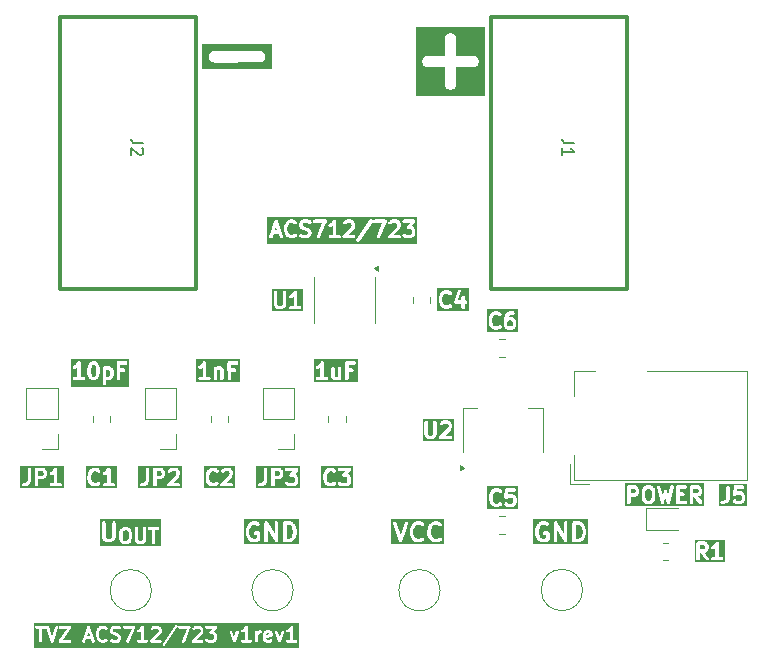
<source format=gbr>
%TF.GenerationSoftware,KiCad,Pcbnew,8.0.0*%
%TF.CreationDate,2024-03-04T13:39:21+01:00*%
%TF.ProjectId,ACS712-module,41435337-3132-42d6-9d6f-64756c652e6b,rev?*%
%TF.SameCoordinates,Original*%
%TF.FileFunction,Legend,Top*%
%TF.FilePolarity,Positive*%
%FSLAX46Y46*%
G04 Gerber Fmt 4.6, Leading zero omitted, Abs format (unit mm)*
G04 Created by KiCad (PCBNEW 8.0.0) date 2024-03-04 13:39:21*
%MOMM*%
%LPD*%
G01*
G04 APERTURE LIST*
%ADD10C,0.300000*%
%ADD11C,1.000000*%
%ADD12C,0.250000*%
%ADD13C,0.150000*%
%ADD14C,0.120000*%
G04 APERTURE END LIST*
D10*
G36*
X170991746Y-110456669D02*
G01*
X171072065Y-110534755D01*
X171119806Y-110717819D01*
X171122272Y-111113761D01*
X171075084Y-111310980D01*
X171000265Y-111387941D01*
X170927999Y-111425639D01*
X170751151Y-111427480D01*
X170681084Y-111393939D01*
X170600767Y-111315855D01*
X170553025Y-111132790D01*
X170550559Y-110736846D01*
X170597745Y-110539628D01*
X170672565Y-110462668D01*
X170744832Y-110424968D01*
X170921678Y-110423127D01*
X170991746Y-110456669D01*
G37*
G36*
X175016148Y-110456953D02*
G01*
X175045177Y-110484584D01*
X175082087Y-110555339D01*
X175083631Y-110670505D01*
X175050004Y-110740751D01*
X175022373Y-110769780D01*
X174952114Y-110806432D01*
X174800582Y-110807265D01*
X174795069Y-110806292D01*
X174790424Y-110807320D01*
X174637132Y-110808163D01*
X174636300Y-110424493D01*
X174944798Y-110422798D01*
X175016148Y-110456953D01*
G37*
G36*
X169692339Y-110456953D02*
G01*
X169721368Y-110484584D01*
X169758278Y-110555339D01*
X169759822Y-110670505D01*
X169726195Y-110740751D01*
X169698564Y-110769780D01*
X169628305Y-110806432D01*
X169313323Y-110808163D01*
X169312491Y-110424493D01*
X169620989Y-110422798D01*
X169692339Y-110456953D01*
G37*
G36*
X175531653Y-111875304D02*
G01*
X168864987Y-111875304D01*
X168864987Y-110275304D01*
X169014987Y-110275304D01*
X169017869Y-111604568D01*
X169040267Y-111658640D01*
X169081651Y-111700024D01*
X169135723Y-111722422D01*
X169194251Y-111722422D01*
X169248323Y-111700024D01*
X169289707Y-111658640D01*
X169312105Y-111604568D01*
X169314987Y-111575304D01*
X169313968Y-111105438D01*
X169637212Y-111103662D01*
X169641463Y-111105079D01*
X169663430Y-111103518D01*
X169689489Y-111103375D01*
X169694466Y-111101313D01*
X169699844Y-111100931D01*
X169727307Y-111090421D01*
X169851378Y-111025696D01*
X169867370Y-111019073D01*
X169873116Y-111014356D01*
X169876003Y-111012851D01*
X169878599Y-111009856D01*
X169890101Y-111000418D01*
X169953009Y-110934326D01*
X169964439Y-110924414D01*
X169968333Y-110918227D01*
X169970661Y-110915782D01*
X169972177Y-110912120D01*
X169980104Y-110899529D01*
X170030696Y-110793841D01*
X170032564Y-110791974D01*
X170038817Y-110776877D01*
X170052518Y-110748257D01*
X170052900Y-110742879D01*
X170054962Y-110737902D01*
X170057844Y-110708638D01*
X170253083Y-110708638D01*
X170255724Y-111132698D01*
X170253260Y-111149262D01*
X170255941Y-111167390D01*
X170255965Y-111171235D01*
X170256812Y-111173279D01*
X170257562Y-111178351D01*
X170317869Y-111409602D01*
X170317869Y-111418853D01*
X170324381Y-111434576D01*
X170329359Y-111453662D01*
X170335998Y-111462623D01*
X170340266Y-111472925D01*
X170358921Y-111495656D01*
X170484830Y-111618063D01*
X170496830Y-111631899D01*
X170503161Y-111635884D01*
X170505462Y-111638121D01*
X170509123Y-111639637D01*
X170521715Y-111647564D01*
X170627402Y-111698156D01*
X170629270Y-111700024D01*
X170644366Y-111706277D01*
X170672987Y-111719978D01*
X170678364Y-111720360D01*
X170683342Y-111722422D01*
X170712606Y-111725304D01*
X170937960Y-111722958D01*
X170941463Y-111724126D01*
X170961318Y-111722715D01*
X170989489Y-111722422D01*
X170994467Y-111720359D01*
X170999843Y-111719978D01*
X171027306Y-111709469D01*
X171151377Y-111644745D01*
X171167371Y-111638121D01*
X171173117Y-111633404D01*
X171176002Y-111631900D01*
X171178597Y-111628906D01*
X171190101Y-111619466D01*
X171301302Y-111505082D01*
X171308628Y-111500687D01*
X171318410Y-111487484D01*
X171332565Y-111472925D01*
X171336831Y-111462623D01*
X171343472Y-111453662D01*
X171353365Y-111425970D01*
X171410824Y-111185823D01*
X171416867Y-111171235D01*
X171418652Y-111153105D01*
X171419572Y-111149262D01*
X171419246Y-111147074D01*
X171419749Y-111141971D01*
X171417107Y-110717910D01*
X171419572Y-110701347D01*
X171416890Y-110683218D01*
X171416867Y-110679374D01*
X171416019Y-110677329D01*
X171415270Y-110672258D01*
X171354962Y-110441005D01*
X171354962Y-110431757D01*
X171348449Y-110416034D01*
X171343472Y-110396947D01*
X171336831Y-110387985D01*
X171332565Y-110377684D01*
X171313910Y-110354953D01*
X171237750Y-110280911D01*
X171553188Y-110280911D01*
X171557162Y-110310047D01*
X171867855Y-111602845D01*
X171870626Y-111623690D01*
X171874454Y-111630303D01*
X171876268Y-111637848D01*
X171889038Y-111655493D01*
X171899949Y-111674340D01*
X171906065Y-111679022D01*
X171910581Y-111685261D01*
X171929127Y-111696674D01*
X171946424Y-111709914D01*
X171953866Y-111711898D01*
X171960425Y-111715935D01*
X171981928Y-111719382D01*
X172002976Y-111724995D01*
X172010611Y-111723980D01*
X172018214Y-111725199D01*
X172039403Y-111720154D01*
X172060993Y-111717285D01*
X172067656Y-111713427D01*
X172075151Y-111711643D01*
X172092796Y-111698872D01*
X172111643Y-111687962D01*
X172116325Y-111681845D01*
X172122564Y-111677330D01*
X172133977Y-111658783D01*
X172147217Y-111641487D01*
X172151265Y-111630692D01*
X172153238Y-111627486D01*
X172153813Y-111623895D01*
X172157542Y-111613953D01*
X172260457Y-111223460D01*
X172363928Y-111606991D01*
X172367214Y-111627486D01*
X172371209Y-111633978D01*
X172373235Y-111641487D01*
X172386471Y-111658779D01*
X172397887Y-111677330D01*
X172404127Y-111681846D01*
X172408809Y-111687962D01*
X172427653Y-111698871D01*
X172445301Y-111711643D01*
X172452795Y-111713427D01*
X172459459Y-111717285D01*
X172481048Y-111720154D01*
X172502238Y-111725199D01*
X172509840Y-111723980D01*
X172517476Y-111724995D01*
X172538523Y-111719382D01*
X172560027Y-111715935D01*
X172566586Y-111711898D01*
X172574028Y-111709914D01*
X172591320Y-111696677D01*
X172609871Y-111685262D01*
X172614387Y-111679021D01*
X172620503Y-111674340D01*
X172631413Y-111655493D01*
X172644184Y-111637848D01*
X172647941Y-111626946D01*
X172649826Y-111623691D01*
X172650304Y-111620090D01*
X172653766Y-111610047D01*
X172967264Y-110280912D01*
X172966365Y-110275304D01*
X173162606Y-110275304D01*
X173165488Y-111604568D01*
X173187886Y-111658640D01*
X173229270Y-111700024D01*
X173283342Y-111722422D01*
X173312606Y-111725304D01*
X173960918Y-111722422D01*
X174014990Y-111700024D01*
X174056374Y-111658640D01*
X174078772Y-111604568D01*
X174078772Y-111546040D01*
X174056374Y-111491968D01*
X174014990Y-111450584D01*
X173960918Y-111428186D01*
X173931654Y-111425304D01*
X173462285Y-111427390D01*
X173461452Y-111043424D01*
X173775204Y-111041470D01*
X173829276Y-111019072D01*
X173870660Y-110977688D01*
X173893058Y-110923616D01*
X173893058Y-110865088D01*
X173870660Y-110811016D01*
X173829276Y-110769632D01*
X173775204Y-110747234D01*
X173745940Y-110744352D01*
X173460808Y-110746128D01*
X173460111Y-110424648D01*
X173960918Y-110422422D01*
X174014990Y-110400024D01*
X174056374Y-110358640D01*
X174078772Y-110304568D01*
X174078772Y-110275304D01*
X174338796Y-110275304D01*
X174341678Y-111604568D01*
X174364076Y-111658640D01*
X174405460Y-111700024D01*
X174459532Y-111722422D01*
X174518060Y-111722422D01*
X174572132Y-111700024D01*
X174613516Y-111658640D01*
X174635914Y-111604568D01*
X174638796Y-111575304D01*
X174637777Y-111105438D01*
X174719677Y-111104988D01*
X175127911Y-111683644D01*
X175177268Y-111715098D01*
X175234904Y-111725268D01*
X175292046Y-111712609D01*
X175339994Y-111679046D01*
X175371447Y-111629688D01*
X175381618Y-111572053D01*
X175368958Y-111514911D01*
X175354538Y-111489284D01*
X175067219Y-111082020D01*
X175175187Y-111025696D01*
X175191179Y-111019073D01*
X175196925Y-111014356D01*
X175199812Y-111012851D01*
X175202408Y-111009856D01*
X175213910Y-111000418D01*
X175276818Y-110934326D01*
X175288248Y-110924414D01*
X175292142Y-110918227D01*
X175294470Y-110915782D01*
X175295986Y-110912120D01*
X175303913Y-110899529D01*
X175354505Y-110793841D01*
X175356373Y-110791974D01*
X175362626Y-110776877D01*
X175376327Y-110748257D01*
X175376709Y-110742879D01*
X175378771Y-110737902D01*
X175381653Y-110708638D01*
X175379455Y-110544742D01*
X175380475Y-110541685D01*
X175379168Y-110523293D01*
X175378771Y-110493659D01*
X175376709Y-110488681D01*
X175376327Y-110483304D01*
X175365817Y-110455841D01*
X175301095Y-110331774D01*
X175294470Y-110315779D01*
X175289752Y-110310030D01*
X175288248Y-110307147D01*
X175285256Y-110304552D01*
X175275815Y-110293048D01*
X175209729Y-110230145D01*
X175199812Y-110218710D01*
X175193622Y-110214814D01*
X175191179Y-110212488D01*
X175187519Y-110210972D01*
X175174926Y-110203045D01*
X175069237Y-110152451D01*
X175067370Y-110150584D01*
X175052271Y-110144329D01*
X175023653Y-110130630D01*
X175018275Y-110130247D01*
X175013298Y-110128186D01*
X174984034Y-110125304D01*
X174459532Y-110128186D01*
X174405460Y-110150584D01*
X174364076Y-110191968D01*
X174341678Y-110246040D01*
X174338796Y-110275304D01*
X174078772Y-110275304D01*
X174078772Y-110246040D01*
X174056374Y-110191968D01*
X174014990Y-110150584D01*
X173960918Y-110128186D01*
X173931654Y-110125304D01*
X173283342Y-110128186D01*
X173229270Y-110150584D01*
X173187886Y-110191968D01*
X173165488Y-110246040D01*
X173162606Y-110275304D01*
X172966365Y-110275304D01*
X172958000Y-110223122D01*
X172927326Y-110173278D01*
X172879913Y-110138965D01*
X172822976Y-110125409D01*
X172765187Y-110134673D01*
X172715343Y-110165347D01*
X172681030Y-110212760D01*
X172671448Y-110240561D01*
X172499634Y-110968999D01*
X172404701Y-110617118D01*
X172402207Y-110598346D01*
X172397394Y-110590033D01*
X172394836Y-110580550D01*
X172382802Y-110564829D01*
X172372884Y-110547697D01*
X172365168Y-110541790D01*
X172359262Y-110534075D01*
X172342130Y-110524157D01*
X172326409Y-110512123D01*
X172317018Y-110509618D01*
X172308612Y-110504752D01*
X172288990Y-110502144D01*
X172269857Y-110497042D01*
X172260226Y-110498321D01*
X172250595Y-110497042D01*
X172231461Y-110502144D01*
X172211840Y-110504752D01*
X172203433Y-110509618D01*
X172194043Y-110512123D01*
X172178321Y-110524157D01*
X172161190Y-110534075D01*
X172155283Y-110541790D01*
X172147568Y-110547697D01*
X172137650Y-110564828D01*
X172125616Y-110580550D01*
X172120224Y-110594927D01*
X172118245Y-110598347D01*
X172117862Y-110601227D01*
X172115291Y-110608084D01*
X172020691Y-110967023D01*
X171839422Y-110212760D01*
X171805109Y-110165346D01*
X171755265Y-110134673D01*
X171697476Y-110125409D01*
X171640539Y-110138965D01*
X171593125Y-110173278D01*
X171562452Y-110223122D01*
X171553188Y-110280911D01*
X171237750Y-110280911D01*
X171188003Y-110232547D01*
X171176003Y-110218710D01*
X171169671Y-110214724D01*
X171167371Y-110212488D01*
X171163708Y-110210970D01*
X171151117Y-110203045D01*
X171045428Y-110152451D01*
X171043561Y-110150584D01*
X171028462Y-110144329D01*
X170999844Y-110130630D01*
X170994466Y-110130247D01*
X170989489Y-110128186D01*
X170960225Y-110125304D01*
X170734870Y-110127649D01*
X170731367Y-110126482D01*
X170711511Y-110127892D01*
X170683342Y-110128186D01*
X170678364Y-110130247D01*
X170672987Y-110130630D01*
X170645524Y-110141140D01*
X170521452Y-110205864D01*
X170505462Y-110212488D01*
X170499715Y-110217204D01*
X170496829Y-110218710D01*
X170494232Y-110221704D01*
X170482731Y-110231143D01*
X170371529Y-110345526D01*
X170364203Y-110349922D01*
X170354419Y-110363125D01*
X170340266Y-110377684D01*
X170335998Y-110387985D01*
X170329359Y-110396947D01*
X170319466Y-110424639D01*
X170262007Y-110664786D01*
X170255965Y-110679374D01*
X170254179Y-110697503D01*
X170253260Y-110701347D01*
X170253585Y-110703534D01*
X170253083Y-110708638D01*
X170057844Y-110708638D01*
X170055646Y-110544742D01*
X170056666Y-110541685D01*
X170055359Y-110523293D01*
X170054962Y-110493659D01*
X170052900Y-110488681D01*
X170052518Y-110483304D01*
X170042008Y-110455841D01*
X169977286Y-110331774D01*
X169970661Y-110315779D01*
X169965943Y-110310030D01*
X169964439Y-110307147D01*
X169961447Y-110304552D01*
X169952006Y-110293048D01*
X169885920Y-110230145D01*
X169876003Y-110218710D01*
X169869813Y-110214814D01*
X169867370Y-110212488D01*
X169863710Y-110210972D01*
X169851117Y-110203045D01*
X169745428Y-110152451D01*
X169743561Y-110150584D01*
X169728462Y-110144329D01*
X169699844Y-110130630D01*
X169694466Y-110130247D01*
X169689489Y-110128186D01*
X169660225Y-110125304D01*
X169135723Y-110128186D01*
X169081651Y-110150584D01*
X169040267Y-110191968D01*
X169017869Y-110246040D01*
X169014987Y-110275304D01*
X168864987Y-110275304D01*
X168864987Y-109975304D01*
X175531653Y-109975304D01*
X175531653Y-111875304D01*
G37*
D11*
G36*
X138956039Y-74899460D02*
G01*
X133043960Y-74899460D01*
X133043960Y-73909167D01*
X133599516Y-73909167D01*
X133633298Y-74035246D01*
X133698561Y-74148285D01*
X133790857Y-74240581D01*
X133903896Y-74305844D01*
X134029975Y-74339626D01*
X134095238Y-74343904D01*
X137970024Y-74339626D01*
X138096103Y-74305844D01*
X138209142Y-74240581D01*
X138301438Y-74148285D01*
X138366701Y-74035246D01*
X138400483Y-73909167D01*
X138400483Y-73778641D01*
X138366701Y-73652562D01*
X138301438Y-73539523D01*
X138209142Y-73447227D01*
X138096103Y-73381964D01*
X137970024Y-73348182D01*
X137904761Y-73343904D01*
X134029975Y-73348182D01*
X133903896Y-73381964D01*
X133790857Y-73447227D01*
X133698561Y-73539523D01*
X133633298Y-73652562D01*
X133599516Y-73778641D01*
X133599516Y-73909167D01*
X133043960Y-73909167D01*
X133043960Y-72788348D01*
X138956039Y-72788348D01*
X138956039Y-74899460D01*
G37*
D10*
G36*
X153508295Y-115142495D02*
G01*
X149021879Y-115142495D01*
X149021879Y-113344589D01*
X149188546Y-113344589D01*
X149195066Y-113373262D01*
X149691959Y-114855098D01*
X149692695Y-114865448D01*
X149700998Y-114882055D01*
X149707054Y-114900113D01*
X149714076Y-114908210D01*
X149718869Y-114917795D01*
X149733075Y-114930116D01*
X149745401Y-114944328D01*
X149754988Y-114949121D01*
X149763083Y-114956142D01*
X149780925Y-114962089D01*
X149797749Y-114970501D01*
X149808439Y-114971260D01*
X149818607Y-114974650D01*
X149837363Y-114973317D01*
X149856129Y-114974651D01*
X149866299Y-114971260D01*
X149876988Y-114970501D01*
X149893809Y-114962090D01*
X149911653Y-114956142D01*
X149919749Y-114949119D01*
X149929335Y-114944327D01*
X149941658Y-114930118D01*
X149955867Y-114917795D01*
X149960659Y-114908209D01*
X149967682Y-114900113D01*
X149979670Y-114873262D01*
X150279399Y-113968685D01*
X150615939Y-113968685D01*
X150618380Y-114175042D01*
X150616116Y-114190262D01*
X150618773Y-114208232D01*
X150618821Y-114212235D01*
X150619668Y-114214279D01*
X150620418Y-114219351D01*
X150691675Y-114493971D01*
X150692694Y-114508304D01*
X150701082Y-114530224D01*
X150701739Y-114532756D01*
X150702383Y-114533626D01*
X150703203Y-114535767D01*
X150777213Y-114678310D01*
X150784075Y-114694877D01*
X150788810Y-114700647D01*
X150790297Y-114703510D01*
X150793290Y-114706106D01*
X150802730Y-114717608D01*
X150931647Y-114843353D01*
X150933154Y-114846367D01*
X150947439Y-114858757D01*
X150968317Y-114879121D01*
X150973296Y-114881183D01*
X150977368Y-114884715D01*
X151004219Y-114896703D01*
X151218848Y-114965561D01*
X151236675Y-114972946D01*
X151244163Y-114973683D01*
X151247179Y-114974651D01*
X151251133Y-114974369D01*
X151265939Y-114975828D01*
X151410146Y-114973413D01*
X151427556Y-114974651D01*
X151434815Y-114973000D01*
X151438060Y-114972946D01*
X151441717Y-114971430D01*
X151456230Y-114968131D01*
X151648793Y-114901518D01*
X151652346Y-114901518D01*
X151670340Y-114894064D01*
X151697367Y-114884715D01*
X151701440Y-114881181D01*
X151706418Y-114879120D01*
X151729149Y-114860465D01*
X151819231Y-114766306D01*
X151841628Y-114712233D01*
X151841627Y-114653707D01*
X151819230Y-114599635D01*
X151777844Y-114558250D01*
X151723772Y-114535853D01*
X151665246Y-114535854D01*
X151611174Y-114558251D01*
X151588443Y-114576906D01*
X151544451Y-114622888D01*
X151390531Y-114676133D01*
X151295304Y-114677728D01*
X151135189Y-114626359D01*
X151034480Y-114528127D01*
X150981049Y-114425220D01*
X150915831Y-114173873D01*
X150913722Y-113995660D01*
X150920211Y-113968685D01*
X152115939Y-113968685D01*
X152118380Y-114175042D01*
X152116116Y-114190262D01*
X152118773Y-114208232D01*
X152118821Y-114212235D01*
X152119668Y-114214279D01*
X152120418Y-114219351D01*
X152191675Y-114493971D01*
X152192694Y-114508304D01*
X152201082Y-114530224D01*
X152201739Y-114532756D01*
X152202383Y-114533626D01*
X152203203Y-114535767D01*
X152277213Y-114678310D01*
X152284075Y-114694877D01*
X152288810Y-114700647D01*
X152290297Y-114703510D01*
X152293290Y-114706106D01*
X152302730Y-114717608D01*
X152431647Y-114843353D01*
X152433154Y-114846367D01*
X152447439Y-114858757D01*
X152468317Y-114879121D01*
X152473296Y-114881183D01*
X152477368Y-114884715D01*
X152504219Y-114896703D01*
X152718848Y-114965561D01*
X152736675Y-114972946D01*
X152744163Y-114973683D01*
X152747179Y-114974651D01*
X152751133Y-114974369D01*
X152765939Y-114975828D01*
X152910146Y-114973413D01*
X152927556Y-114974651D01*
X152934815Y-114973000D01*
X152938060Y-114972946D01*
X152941717Y-114971430D01*
X152956230Y-114968131D01*
X153148793Y-114901518D01*
X153152346Y-114901518D01*
X153170340Y-114894064D01*
X153197367Y-114884715D01*
X153201440Y-114881181D01*
X153206418Y-114879120D01*
X153229149Y-114860465D01*
X153319231Y-114766306D01*
X153341628Y-114712233D01*
X153341627Y-114653707D01*
X153319230Y-114599635D01*
X153277844Y-114558250D01*
X153223772Y-114535853D01*
X153165246Y-114535854D01*
X153111174Y-114558251D01*
X153088443Y-114576906D01*
X153044451Y-114622888D01*
X152890531Y-114676133D01*
X152795304Y-114677728D01*
X152635189Y-114626359D01*
X152534480Y-114528127D01*
X152481049Y-114425220D01*
X152415831Y-114173873D01*
X152413722Y-113995660D01*
X152474082Y-113744749D01*
X152527965Y-113632746D01*
X152628928Y-113529236D01*
X152784200Y-113475522D01*
X152879432Y-113473927D01*
X153040205Y-113525508D01*
X153111174Y-113593406D01*
X153165247Y-113615802D01*
X153223773Y-113615802D01*
X153277845Y-113593406D01*
X153319231Y-113552020D01*
X153341627Y-113497948D01*
X153341627Y-113439422D01*
X153319231Y-113385349D01*
X153300576Y-113362619D01*
X153242431Y-113306991D01*
X153241581Y-113305290D01*
X153231651Y-113296677D01*
X153206417Y-113272536D01*
X153201437Y-113270473D01*
X153197367Y-113266943D01*
X153170516Y-113254954D01*
X152955894Y-113186097D01*
X152938060Y-113178710D01*
X152930568Y-113177972D01*
X152927557Y-113177006D01*
X152923607Y-113177286D01*
X152908796Y-113175828D01*
X152764580Y-113178242D01*
X152747178Y-113177006D01*
X152739923Y-113178655D01*
X152736675Y-113178710D01*
X152733013Y-113180226D01*
X152718504Y-113183526D01*
X152525944Y-113250139D01*
X152522390Y-113250139D01*
X152504381Y-113257598D01*
X152477368Y-113266943D01*
X152473298Y-113270472D01*
X152468317Y-113272536D01*
X152445587Y-113291191D01*
X152304565Y-113435771D01*
X152290297Y-113448146D01*
X152286296Y-113454501D01*
X152284075Y-113456779D01*
X152282559Y-113460438D01*
X152274632Y-113473032D01*
X152209489Y-113608439D01*
X152201739Y-113618900D01*
X152193895Y-113640854D01*
X152192694Y-113643352D01*
X152192617Y-113644432D01*
X152191846Y-113646591D01*
X152124977Y-113924559D01*
X152118821Y-113939421D01*
X152117032Y-113957586D01*
X152116116Y-113961394D01*
X152116441Y-113963581D01*
X152115939Y-113968685D01*
X150920211Y-113968685D01*
X150974082Y-113744749D01*
X151027965Y-113632746D01*
X151128928Y-113529236D01*
X151284200Y-113475522D01*
X151379432Y-113473927D01*
X151540205Y-113525508D01*
X151611174Y-113593406D01*
X151665247Y-113615802D01*
X151723773Y-113615802D01*
X151777845Y-113593406D01*
X151819231Y-113552020D01*
X151841627Y-113497948D01*
X151841627Y-113439422D01*
X151819231Y-113385349D01*
X151800576Y-113362619D01*
X151742431Y-113306991D01*
X151741581Y-113305290D01*
X151731651Y-113296677D01*
X151706417Y-113272536D01*
X151701437Y-113270473D01*
X151697367Y-113266943D01*
X151670516Y-113254954D01*
X151455894Y-113186097D01*
X151438060Y-113178710D01*
X151430568Y-113177972D01*
X151427557Y-113177006D01*
X151423607Y-113177286D01*
X151408796Y-113175828D01*
X151264580Y-113178242D01*
X151247178Y-113177006D01*
X151239923Y-113178655D01*
X151236675Y-113178710D01*
X151233013Y-113180226D01*
X151218504Y-113183526D01*
X151025944Y-113250139D01*
X151022390Y-113250139D01*
X151004381Y-113257598D01*
X150977368Y-113266943D01*
X150973298Y-113270472D01*
X150968317Y-113272536D01*
X150945587Y-113291191D01*
X150804565Y-113435771D01*
X150790297Y-113448146D01*
X150786296Y-113454501D01*
X150784075Y-113456779D01*
X150782559Y-113460438D01*
X150774632Y-113473032D01*
X150709489Y-113608439D01*
X150701739Y-113618900D01*
X150693895Y-113640854D01*
X150692694Y-113643352D01*
X150692617Y-113644432D01*
X150691846Y-113646591D01*
X150624977Y-113924559D01*
X150618821Y-113939421D01*
X150617032Y-113957586D01*
X150616116Y-113961394D01*
X150616441Y-113963581D01*
X150615939Y-113968685D01*
X150279399Y-113968685D01*
X150486191Y-113344588D01*
X150482041Y-113286208D01*
X150455867Y-113233861D01*
X150411653Y-113195514D01*
X150356129Y-113177005D01*
X150297749Y-113181155D01*
X150245401Y-113207328D01*
X150207054Y-113251543D01*
X150195066Y-113278394D01*
X149838018Y-114355959D01*
X149467682Y-113251543D01*
X149429335Y-113207329D01*
X149376988Y-113181155D01*
X149318607Y-113177006D01*
X149263083Y-113195514D01*
X149218869Y-113233861D01*
X149192695Y-113286208D01*
X149188546Y-113344589D01*
X149021879Y-113344589D01*
X149021879Y-113009161D01*
X153508295Y-113009161D01*
X153508295Y-115142495D01*
G37*
G36*
X165028115Y-113525296D02*
G01*
X165128827Y-113623529D01*
X165182257Y-113726434D01*
X165247475Y-113977782D01*
X165249584Y-114155995D01*
X165189224Y-114406906D01*
X165135341Y-114518910D01*
X165034381Y-114622419D01*
X164879604Y-114675960D01*
X164689945Y-114677375D01*
X164687678Y-113474728D01*
X164866346Y-113473395D01*
X165028115Y-113525296D01*
G37*
G36*
X165714035Y-115142495D02*
G01*
X161080701Y-115142495D01*
X161080701Y-113968685D01*
X161247368Y-113968685D01*
X161249809Y-114175042D01*
X161247545Y-114190262D01*
X161250202Y-114208232D01*
X161250250Y-114212235D01*
X161251097Y-114214279D01*
X161251847Y-114219351D01*
X161323104Y-114493971D01*
X161324123Y-114508304D01*
X161332511Y-114530224D01*
X161333168Y-114532756D01*
X161333812Y-114533626D01*
X161334632Y-114535767D01*
X161408642Y-114678310D01*
X161415504Y-114694877D01*
X161420239Y-114700647D01*
X161421726Y-114703510D01*
X161424719Y-114706106D01*
X161434159Y-114717608D01*
X161563076Y-114843353D01*
X161564583Y-114846367D01*
X161578868Y-114858757D01*
X161599746Y-114879121D01*
X161604725Y-114881183D01*
X161608797Y-114884715D01*
X161635648Y-114896703D01*
X161850277Y-114965561D01*
X161868104Y-114972946D01*
X161875592Y-114973683D01*
X161878608Y-114974651D01*
X161882562Y-114974369D01*
X161897368Y-114975828D01*
X162041575Y-114973413D01*
X162058985Y-114974651D01*
X162066244Y-114973000D01*
X162069489Y-114972946D01*
X162073146Y-114971430D01*
X162087659Y-114968131D01*
X162280222Y-114901518D01*
X162283775Y-114901518D01*
X162301769Y-114894064D01*
X162328796Y-114884715D01*
X162332869Y-114881181D01*
X162337847Y-114879120D01*
X162360578Y-114860465D01*
X162450660Y-114766306D01*
X162470831Y-114717608D01*
X162473057Y-114712235D01*
X162475939Y-114682971D01*
X162473057Y-114153707D01*
X162450659Y-114099635D01*
X162409275Y-114058251D01*
X162355203Y-114035853D01*
X162325939Y-114032971D01*
X162010961Y-114035853D01*
X161956889Y-114058251D01*
X161915505Y-114099635D01*
X161893107Y-114153707D01*
X161893107Y-114212235D01*
X161915505Y-114266307D01*
X161956889Y-114307691D01*
X162010961Y-114330089D01*
X162040225Y-114332971D01*
X162176748Y-114331721D01*
X162178320Y-114620338D01*
X162175880Y-114622888D01*
X162021960Y-114676133D01*
X161926733Y-114677728D01*
X161766618Y-114626359D01*
X161665909Y-114528127D01*
X161612478Y-114425220D01*
X161547260Y-114173873D01*
X161545151Y-113995660D01*
X161605511Y-113744749D01*
X161659394Y-113632746D01*
X161760357Y-113529236D01*
X161915361Y-113475615D01*
X162073165Y-113473747D01*
X162214892Y-113541930D01*
X162273272Y-113546079D01*
X162328794Y-113527572D01*
X162373010Y-113489225D01*
X162399184Y-113436876D01*
X162403333Y-113378496D01*
X162385777Y-113325828D01*
X162818796Y-113325828D01*
X162821678Y-114855092D01*
X162844076Y-114909164D01*
X162885460Y-114950548D01*
X162939532Y-114972946D01*
X162998060Y-114972946D01*
X163052132Y-114950548D01*
X163093516Y-114909164D01*
X163115914Y-114855092D01*
X163118796Y-114825828D01*
X163117024Y-113885711D01*
X163693773Y-114891189D01*
X163701219Y-114909164D01*
X163707937Y-114915882D01*
X163712724Y-114924227D01*
X163728497Y-114936442D01*
X163742603Y-114950548D01*
X163751436Y-114954206D01*
X163758998Y-114960063D01*
X163778246Y-114965312D01*
X163796675Y-114972946D01*
X163806237Y-114972946D01*
X163815462Y-114975462D01*
X163835253Y-114972946D01*
X163855203Y-114972946D01*
X163864036Y-114969286D01*
X163873522Y-114968081D01*
X163890844Y-114958182D01*
X163909275Y-114950548D01*
X163916035Y-114943787D01*
X163924338Y-114939043D01*
X163936551Y-114923271D01*
X163950659Y-114909164D01*
X163954318Y-114900328D01*
X163960173Y-114892769D01*
X163965421Y-114873524D01*
X163973057Y-114855092D01*
X163974530Y-114840127D01*
X163975573Y-114836306D01*
X163975197Y-114833354D01*
X163975939Y-114825828D01*
X163973112Y-113325828D01*
X164390225Y-113325828D01*
X164393107Y-114855092D01*
X164415505Y-114909164D01*
X164456889Y-114950548D01*
X164510961Y-114972946D01*
X164540225Y-114975828D01*
X164895417Y-114973178D01*
X164916128Y-114974651D01*
X164923524Y-114972969D01*
X164926632Y-114972946D01*
X164930289Y-114971430D01*
X164944802Y-114968131D01*
X165137365Y-114901518D01*
X165140917Y-114901518D01*
X165158913Y-114894063D01*
X165185939Y-114884715D01*
X165190010Y-114881183D01*
X165194990Y-114879121D01*
X165217720Y-114860466D01*
X165358740Y-114715885D01*
X165373010Y-114703510D01*
X165377010Y-114697154D01*
X165379232Y-114694877D01*
X165380747Y-114691217D01*
X165388675Y-114678624D01*
X165453817Y-114543216D01*
X165461568Y-114532756D01*
X165469411Y-114510801D01*
X165470613Y-114508304D01*
X165470689Y-114507223D01*
X165471461Y-114505065D01*
X165538329Y-114227096D01*
X165544486Y-114212235D01*
X165546274Y-114194069D01*
X165547191Y-114190262D01*
X165546865Y-114188074D01*
X165547368Y-114182971D01*
X165544926Y-113976613D01*
X165547191Y-113961394D01*
X165544533Y-113943423D01*
X165544486Y-113939421D01*
X165543638Y-113937376D01*
X165542889Y-113932305D01*
X165471631Y-113657684D01*
X165470613Y-113643352D01*
X165462224Y-113621428D01*
X165461568Y-113618900D01*
X165460923Y-113618030D01*
X165460104Y-113615888D01*
X165386095Y-113473348D01*
X165379232Y-113456778D01*
X165374495Y-113451006D01*
X165373010Y-113448146D01*
X165370017Y-113445550D01*
X165360577Y-113434048D01*
X165231660Y-113308304D01*
X165230153Y-113305290D01*
X165215863Y-113292896D01*
X165194989Y-113272536D01*
X165190009Y-113270473D01*
X165185939Y-113266943D01*
X165159088Y-113254954D01*
X164944466Y-113186097D01*
X164926632Y-113178710D01*
X164919140Y-113177972D01*
X164916129Y-113177006D01*
X164912179Y-113177286D01*
X164897368Y-113175828D01*
X164510961Y-113178710D01*
X164456889Y-113201108D01*
X164415505Y-113242492D01*
X164393107Y-113296564D01*
X164390225Y-113325828D01*
X163973112Y-113325828D01*
X163973057Y-113296564D01*
X163950659Y-113242492D01*
X163909275Y-113201108D01*
X163855203Y-113178710D01*
X163796675Y-113178710D01*
X163742603Y-113201108D01*
X163701219Y-113242492D01*
X163678821Y-113296564D01*
X163675939Y-113325828D01*
X163677710Y-114265943D01*
X163100961Y-113260466D01*
X163093516Y-113242492D01*
X163086797Y-113235773D01*
X163082011Y-113227429D01*
X163066239Y-113215215D01*
X163052132Y-113201108D01*
X163043296Y-113197448D01*
X163035737Y-113191594D01*
X163016492Y-113186345D01*
X162998060Y-113178710D01*
X162988498Y-113178710D01*
X162979273Y-113176194D01*
X162959482Y-113178710D01*
X162939532Y-113178710D01*
X162930698Y-113182369D01*
X162921213Y-113183575D01*
X162903890Y-113193473D01*
X162885460Y-113201108D01*
X162878699Y-113207868D01*
X162870397Y-113212613D01*
X162858183Y-113228384D01*
X162844076Y-113242492D01*
X162840416Y-113251327D01*
X162834562Y-113258887D01*
X162829313Y-113278131D01*
X162821678Y-113296564D01*
X162820204Y-113311530D01*
X162819162Y-113315351D01*
X162819537Y-113318302D01*
X162818796Y-113325828D01*
X162385777Y-113325828D01*
X162384825Y-113322973D01*
X162346479Y-113278758D01*
X162321593Y-113263093D01*
X162197068Y-113203186D01*
X162194990Y-113201108D01*
X162178858Y-113194426D01*
X162151273Y-113181155D01*
X162145898Y-113180773D01*
X162140918Y-113178710D01*
X162111654Y-113175828D01*
X161897662Y-113178360D01*
X161878607Y-113177006D01*
X161871278Y-113178672D01*
X161868104Y-113178710D01*
X161864442Y-113180226D01*
X161849933Y-113183526D01*
X161657373Y-113250139D01*
X161653819Y-113250139D01*
X161635810Y-113257598D01*
X161608797Y-113266943D01*
X161604727Y-113270472D01*
X161599746Y-113272536D01*
X161577016Y-113291191D01*
X161435994Y-113435771D01*
X161421726Y-113448146D01*
X161417725Y-113454501D01*
X161415504Y-113456779D01*
X161413988Y-113460438D01*
X161406061Y-113473032D01*
X161340918Y-113608439D01*
X161333168Y-113618900D01*
X161325324Y-113640854D01*
X161324123Y-113643352D01*
X161324046Y-113644432D01*
X161323275Y-113646591D01*
X161256406Y-113924559D01*
X161250250Y-113939421D01*
X161248461Y-113957586D01*
X161247545Y-113961394D01*
X161247870Y-113963581D01*
X161247368Y-113968685D01*
X161080701Y-113968685D01*
X161080701Y-113009161D01*
X165714035Y-113009161D01*
X165714035Y-115142495D01*
G37*
D12*
G36*
X138764102Y-122688919D02*
G01*
X138782928Y-122725130D01*
X138466152Y-122789789D01*
X138465926Y-122744409D01*
X138491820Y-122690511D01*
X138541103Y-122664889D01*
X138710731Y-122663278D01*
X138764102Y-122688919D01*
G37*
G36*
X123542711Y-122872977D02*
G01*
X123314888Y-122873895D01*
X123428245Y-122531700D01*
X123542711Y-122872977D01*
G37*
G36*
X141227545Y-123884190D02*
G01*
X118772827Y-123884190D01*
X118772827Y-123625987D01*
X129703757Y-123625987D01*
X129713322Y-123673814D01*
X129740461Y-123714338D01*
X129781042Y-123741392D01*
X129828887Y-123750857D01*
X129876714Y-123741292D01*
X129917238Y-123714153D01*
X129932763Y-123695195D01*
X130950384Y-122164528D01*
X131020445Y-122164528D01*
X131039109Y-122209588D01*
X131073597Y-122244076D01*
X131118657Y-122262740D01*
X131143043Y-122265142D01*
X131754607Y-122263360D01*
X131306466Y-123314263D01*
X131305870Y-123363031D01*
X131323984Y-123408316D01*
X131358049Y-123443221D01*
X131402878Y-123462433D01*
X131451646Y-123463029D01*
X131496931Y-123444915D01*
X131531836Y-123410850D01*
X131543650Y-123389382D01*
X131554249Y-123364528D01*
X132163302Y-123364528D01*
X132181966Y-123409588D01*
X132216454Y-123444076D01*
X132244221Y-123455577D01*
X132261513Y-123462740D01*
X132261514Y-123462740D01*
X132285900Y-123465142D01*
X133053143Y-123462740D01*
X133098203Y-123444076D01*
X133132691Y-123409588D01*
X133151355Y-123364528D01*
X133151355Y-123315756D01*
X133132691Y-123270696D01*
X133112239Y-123250244D01*
X133306159Y-123250244D01*
X133324824Y-123295303D01*
X133340369Y-123314245D01*
X133400723Y-123371906D01*
X133409262Y-123381750D01*
X133414439Y-123385009D01*
X133416453Y-123386933D01*
X133419501Y-123388195D01*
X133429999Y-123394804D01*
X133529056Y-123442392D01*
X133530740Y-123444076D01*
X133543953Y-123449549D01*
X133567171Y-123460703D01*
X133571650Y-123461021D01*
X133575800Y-123462740D01*
X133600186Y-123465142D01*
X133924000Y-123463024D01*
X133927408Y-123464160D01*
X133945360Y-123462884D01*
X133967429Y-123462740D01*
X133971578Y-123461021D01*
X133976058Y-123460703D01*
X133998944Y-123451946D01*
X134113102Y-123392596D01*
X134126776Y-123386933D01*
X134131578Y-123382991D01*
X134133967Y-123381750D01*
X134136128Y-123379257D01*
X134145718Y-123371388D01*
X134203375Y-123311033D01*
X134213220Y-123302496D01*
X134216480Y-123297316D01*
X134218405Y-123295302D01*
X134219667Y-123292253D01*
X134226274Y-123281759D01*
X134273864Y-123182700D01*
X134275548Y-123181017D01*
X134281020Y-123167805D01*
X134292175Y-123144587D01*
X134292493Y-123140105D01*
X134294212Y-123135957D01*
X134296614Y-123111571D01*
X134294547Y-122844748D01*
X134295633Y-122841491D01*
X134294386Y-122823948D01*
X134294212Y-122801471D01*
X134292493Y-122797322D01*
X134292175Y-122792841D01*
X134283418Y-122769956D01*
X134224069Y-122655799D01*
X134218405Y-122642126D01*
X134214462Y-122637322D01*
X134213220Y-122634932D01*
X134210725Y-122632768D01*
X134202860Y-122623184D01*
X134142505Y-122565522D01*
X134136338Y-122558411D01*
X135362242Y-122558411D01*
X135368182Y-122582184D01*
X135650086Y-123364719D01*
X135650378Y-123370585D01*
X135657983Y-123386641D01*
X135664360Y-123404342D01*
X135668571Y-123408993D01*
X135671257Y-123414664D01*
X135684816Y-123426939D01*
X135697092Y-123440499D01*
X135702762Y-123443185D01*
X135707414Y-123447396D01*
X135724638Y-123453547D01*
X135741171Y-123461379D01*
X135747438Y-123461690D01*
X135753345Y-123463800D01*
X135771610Y-123462891D01*
X135789883Y-123463800D01*
X135795792Y-123461689D01*
X135802057Y-123461378D01*
X135818584Y-123453549D01*
X135835814Y-123447396D01*
X135840465Y-123443184D01*
X135846136Y-123440499D01*
X135858411Y-123426939D01*
X135871971Y-123414664D01*
X135874656Y-123408993D01*
X135878868Y-123404342D01*
X135889332Y-123382184D01*
X136180987Y-122558411D01*
X136178565Y-122509699D01*
X136158513Y-122467366D01*
X136333310Y-122467366D01*
X136336768Y-122516016D01*
X136358580Y-122559639D01*
X136395425Y-122591595D01*
X136441695Y-122607019D01*
X136490345Y-122603561D01*
X136513231Y-122594803D01*
X136627386Y-122535454D01*
X136641062Y-122529790D01*
X136645866Y-122525847D01*
X136648254Y-122524606D01*
X136650415Y-122522114D01*
X136660004Y-122514245D01*
X136675887Y-122497945D01*
X136677298Y-123216717D01*
X136432943Y-123217544D01*
X136387883Y-123236208D01*
X136353395Y-123270696D01*
X136334731Y-123315756D01*
X136334731Y-123364528D01*
X136353395Y-123409588D01*
X136387883Y-123444076D01*
X136432943Y-123462740D01*
X136457329Y-123465142D01*
X137167429Y-123462740D01*
X137212489Y-123444076D01*
X137246977Y-123409588D01*
X137265641Y-123364528D01*
X137265641Y-123315756D01*
X137246977Y-123270696D01*
X137212489Y-123236208D01*
X137167429Y-123217544D01*
X137143043Y-123215142D01*
X136924942Y-123215879D01*
X136923616Y-122540142D01*
X137532329Y-122540142D01*
X137534731Y-123364528D01*
X137553395Y-123409588D01*
X137587883Y-123444076D01*
X137632943Y-123462740D01*
X137681715Y-123462740D01*
X137726775Y-123444076D01*
X137761263Y-123409588D01*
X137779927Y-123364528D01*
X137782329Y-123340142D01*
X137781164Y-122940273D01*
X138218043Y-122940273D01*
X138219213Y-122946123D01*
X138220227Y-123149470D01*
X138219024Y-123153080D01*
X138220337Y-123171560D01*
X138220445Y-123193100D01*
X138222163Y-123197248D01*
X138222482Y-123201730D01*
X138231240Y-123224616D01*
X138287685Y-123333188D01*
X138291591Y-123344905D01*
X138297047Y-123351196D01*
X138301437Y-123359639D01*
X138313276Y-123369907D01*
X138323548Y-123381750D01*
X138335885Y-123389516D01*
X138338282Y-123391595D01*
X138340206Y-123392236D01*
X138344285Y-123394804D01*
X138443342Y-123442392D01*
X138445026Y-123444076D01*
X138458239Y-123449549D01*
X138481457Y-123460703D01*
X138485936Y-123461021D01*
X138490086Y-123462740D01*
X138514472Y-123465142D01*
X138724374Y-123463148D01*
X138727408Y-123464160D01*
X138744300Y-123462959D01*
X138767429Y-123462740D01*
X138771578Y-123461021D01*
X138776058Y-123460703D01*
X138798944Y-123451946D01*
X138933967Y-123381750D01*
X138965923Y-123344905D01*
X138981347Y-123298635D01*
X138977890Y-123249985D01*
X138956079Y-123206362D01*
X138919234Y-123174405D01*
X138872963Y-123158982D01*
X138824314Y-123162439D01*
X138801428Y-123171196D01*
X138716410Y-123215394D01*
X138546784Y-123217005D01*
X138493412Y-123191365D01*
X138467911Y-123142314D01*
X138467412Y-123042332D01*
X138927334Y-122948455D01*
X138938858Y-122948455D01*
X138950054Y-122943817D01*
X138962427Y-122941292D01*
X138972601Y-122934478D01*
X138983918Y-122929791D01*
X138992670Y-122921038D01*
X139002952Y-122914153D01*
X139009744Y-122903964D01*
X139018406Y-122895303D01*
X139023142Y-122883867D01*
X139030007Y-122873571D01*
X139032383Y-122861558D01*
X139037070Y-122850243D01*
X139039472Y-122825857D01*
X139039469Y-122825731D01*
X139039471Y-122825726D01*
X139039469Y-122825719D01*
X139037799Y-122729280D01*
X139038491Y-122727205D01*
X139037528Y-122713666D01*
X139037070Y-122687185D01*
X139035351Y-122683036D01*
X139035033Y-122678555D01*
X139026276Y-122655670D01*
X138975712Y-122558411D01*
X139190813Y-122558411D01*
X139196753Y-122582184D01*
X139478657Y-123364719D01*
X139478949Y-123370585D01*
X139486554Y-123386641D01*
X139492931Y-123404342D01*
X139497142Y-123408993D01*
X139499828Y-123414664D01*
X139513387Y-123426939D01*
X139525663Y-123440499D01*
X139531333Y-123443185D01*
X139535985Y-123447396D01*
X139553209Y-123453547D01*
X139569742Y-123461379D01*
X139576009Y-123461690D01*
X139581916Y-123463800D01*
X139600181Y-123462891D01*
X139618454Y-123463800D01*
X139624363Y-123461689D01*
X139630628Y-123461378D01*
X139647155Y-123453549D01*
X139664385Y-123447396D01*
X139669036Y-123443184D01*
X139674707Y-123440499D01*
X139686982Y-123426939D01*
X139700542Y-123414664D01*
X139703227Y-123408993D01*
X139707439Y-123404342D01*
X139717903Y-123382184D01*
X140009558Y-122558411D01*
X140007136Y-122509699D01*
X139987084Y-122467366D01*
X140161881Y-122467366D01*
X140165339Y-122516016D01*
X140187151Y-122559639D01*
X140223996Y-122591595D01*
X140270266Y-122607019D01*
X140318916Y-122603561D01*
X140341802Y-122594803D01*
X140455957Y-122535454D01*
X140469633Y-122529790D01*
X140474437Y-122525847D01*
X140476825Y-122524606D01*
X140478986Y-122522114D01*
X140488575Y-122514245D01*
X140504458Y-122497945D01*
X140505869Y-123216717D01*
X140261514Y-123217544D01*
X140216454Y-123236208D01*
X140181966Y-123270696D01*
X140163302Y-123315756D01*
X140163302Y-123364528D01*
X140181966Y-123409588D01*
X140216454Y-123444076D01*
X140261514Y-123462740D01*
X140285900Y-123465142D01*
X140996000Y-123462740D01*
X141041060Y-123444076D01*
X141075548Y-123409588D01*
X141094212Y-123364528D01*
X141094212Y-123315756D01*
X141075548Y-123270696D01*
X141041060Y-123236208D01*
X140996000Y-123217544D01*
X140971614Y-123215142D01*
X140753513Y-123215879D01*
X140751425Y-122151796D01*
X140753757Y-122140012D01*
X140751379Y-122128122D01*
X140751355Y-122115756D01*
X140746619Y-122104323D01*
X140744192Y-122092185D01*
X140737376Y-122082008D01*
X140732691Y-122070696D01*
X140723940Y-122061945D01*
X140717053Y-122051661D01*
X140706862Y-122044867D01*
X140698203Y-122036208D01*
X140686770Y-122031472D01*
X140676472Y-122024607D01*
X140664456Y-122022229D01*
X140653143Y-122017544D01*
X140640769Y-122017544D01*
X140628627Y-122015142D01*
X140616616Y-122017544D01*
X140604371Y-122017544D01*
X140592938Y-122022279D01*
X140580800Y-122024707D01*
X140570624Y-122031522D01*
X140559311Y-122036208D01*
X140550558Y-122044960D01*
X140540276Y-122051847D01*
X140524913Y-122070605D01*
X140524823Y-122070696D01*
X140524806Y-122070736D01*
X140524751Y-122070804D01*
X140424153Y-122225161D01*
X140330592Y-122321171D01*
X140209261Y-122384251D01*
X140177305Y-122421096D01*
X140161881Y-122467366D01*
X139987084Y-122467366D01*
X139986257Y-122465620D01*
X139950100Y-122432888D01*
X139904169Y-122416484D01*
X139855457Y-122418906D01*
X139811378Y-122439785D01*
X139778646Y-122475942D01*
X139768182Y-122498100D01*
X139600412Y-122971960D01*
X139421725Y-122475943D01*
X139388993Y-122439785D01*
X139344914Y-122418906D01*
X139296202Y-122416484D01*
X139250272Y-122432888D01*
X139214114Y-122465620D01*
X139193235Y-122509699D01*
X139190813Y-122558411D01*
X138975712Y-122558411D01*
X138969829Y-122547096D01*
X138965924Y-122535381D01*
X138960468Y-122529090D01*
X138956078Y-122520646D01*
X138944237Y-122510376D01*
X138933968Y-122498536D01*
X138921631Y-122490769D01*
X138919233Y-122488690D01*
X138917307Y-122488048D01*
X138913231Y-122485482D01*
X138814172Y-122437891D01*
X138812489Y-122436208D01*
X138799277Y-122430735D01*
X138776059Y-122419581D01*
X138771577Y-122419262D01*
X138767429Y-122417544D01*
X138743043Y-122415142D01*
X138533142Y-122417135D01*
X138530106Y-122416123D01*
X138513202Y-122417324D01*
X138490086Y-122417544D01*
X138485937Y-122419262D01*
X138481456Y-122419581D01*
X138458571Y-122428338D01*
X138349997Y-122484784D01*
X138338282Y-122488690D01*
X138331991Y-122494145D01*
X138323547Y-122498536D01*
X138313277Y-122510376D01*
X138301437Y-122520646D01*
X138293670Y-122532982D01*
X138291591Y-122535381D01*
X138290949Y-122537306D01*
X138288383Y-122541383D01*
X138240792Y-122640441D01*
X138239109Y-122642125D01*
X138233636Y-122655336D01*
X138222482Y-122678555D01*
X138222163Y-122683036D01*
X138220445Y-122687185D01*
X138218043Y-122711571D01*
X138219155Y-122934648D01*
X138218043Y-122940273D01*
X137781164Y-122940273D01*
X137780756Y-122800419D01*
X137814066Y-122731086D01*
X137842548Y-122701273D01*
X137912947Y-122664673D01*
X138024572Y-122662740D01*
X138069632Y-122644076D01*
X138104120Y-122609588D01*
X138122784Y-122564528D01*
X138122784Y-122515756D01*
X138104120Y-122470696D01*
X138069632Y-122436208D01*
X138024572Y-122417544D01*
X138000186Y-122415142D01*
X137903608Y-122416814D01*
X137901533Y-122416123D01*
X137887994Y-122417085D01*
X137861514Y-122417544D01*
X137857365Y-122419262D01*
X137852884Y-122419581D01*
X137829998Y-122428339D01*
X137756906Y-122466339D01*
X137726775Y-122436208D01*
X137681715Y-122417544D01*
X137632943Y-122417544D01*
X137587883Y-122436208D01*
X137553395Y-122470696D01*
X137534731Y-122515756D01*
X137532329Y-122540142D01*
X136923616Y-122540142D01*
X136922854Y-122151796D01*
X136925186Y-122140012D01*
X136922808Y-122128122D01*
X136922784Y-122115756D01*
X136918048Y-122104323D01*
X136915621Y-122092185D01*
X136908805Y-122082008D01*
X136904120Y-122070696D01*
X136895369Y-122061945D01*
X136888482Y-122051661D01*
X136878291Y-122044867D01*
X136869632Y-122036208D01*
X136858199Y-122031472D01*
X136847901Y-122024607D01*
X136835885Y-122022229D01*
X136824572Y-122017544D01*
X136812198Y-122017544D01*
X136800056Y-122015142D01*
X136788045Y-122017544D01*
X136775800Y-122017544D01*
X136764367Y-122022279D01*
X136752229Y-122024707D01*
X136742053Y-122031522D01*
X136730740Y-122036208D01*
X136721987Y-122044960D01*
X136711705Y-122051847D01*
X136696342Y-122070605D01*
X136696252Y-122070696D01*
X136696235Y-122070736D01*
X136696180Y-122070804D01*
X136595582Y-122225161D01*
X136502021Y-122321171D01*
X136380690Y-122384251D01*
X136348734Y-122421096D01*
X136333310Y-122467366D01*
X136158513Y-122467366D01*
X136157686Y-122465620D01*
X136121529Y-122432888D01*
X136075598Y-122416484D01*
X136026886Y-122418906D01*
X135982807Y-122439785D01*
X135950075Y-122475942D01*
X135939611Y-122498100D01*
X135771841Y-122971960D01*
X135593154Y-122475943D01*
X135560422Y-122439785D01*
X135516343Y-122418906D01*
X135467631Y-122416484D01*
X135421701Y-122432888D01*
X135385543Y-122465620D01*
X135364664Y-122509699D01*
X135362242Y-122558411D01*
X134136338Y-122558411D01*
X134133968Y-122555679D01*
X134128790Y-122552420D01*
X134126776Y-122550495D01*
X134123725Y-122549231D01*
X134113231Y-122542625D01*
X134022479Y-122499025D01*
X134262279Y-122222856D01*
X134275548Y-122209588D01*
X134277141Y-122205740D01*
X134279937Y-122202521D01*
X134286443Y-122183282D01*
X134294212Y-122164528D01*
X134294212Y-122160314D01*
X134295563Y-122156320D01*
X134294212Y-122136058D01*
X134294212Y-122115756D01*
X134292598Y-122111860D01*
X134292318Y-122107654D01*
X134283318Y-122089455D01*
X134275548Y-122070696D01*
X134272566Y-122067714D01*
X134270698Y-122063936D01*
X134255417Y-122050565D01*
X134241060Y-122036208D01*
X134237165Y-122034594D01*
X134233993Y-122031819D01*
X134214754Y-122025312D01*
X134196000Y-122017544D01*
X134190055Y-122016958D01*
X134187792Y-122016193D01*
X134184507Y-122016412D01*
X134171614Y-122015142D01*
X133404371Y-122017544D01*
X133359311Y-122036208D01*
X133324823Y-122070696D01*
X133306159Y-122115756D01*
X133306159Y-122164528D01*
X133324823Y-122209588D01*
X133359311Y-122244076D01*
X133404371Y-122262740D01*
X133428757Y-122265142D01*
X133898807Y-122263670D01*
X133680948Y-122514570D01*
X133667680Y-122527839D01*
X133666086Y-122531686D01*
X133663291Y-122534906D01*
X133656784Y-122554144D01*
X133649016Y-122572899D01*
X133649016Y-122577112D01*
X133647665Y-122581107D01*
X133649016Y-122601368D01*
X133649016Y-122621671D01*
X133650629Y-122625566D01*
X133650910Y-122629773D01*
X133659909Y-122647971D01*
X133667680Y-122666731D01*
X133670661Y-122669712D01*
X133672530Y-122673491D01*
X133687810Y-122686861D01*
X133702168Y-122701219D01*
X133706062Y-122702832D01*
X133709235Y-122705608D01*
X133728473Y-122712114D01*
X133747228Y-122719883D01*
X133753172Y-122720468D01*
X133755436Y-122721234D01*
X133758720Y-122721014D01*
X133771614Y-122722285D01*
X133911050Y-122720574D01*
X133980668Y-122754021D01*
X134010482Y-122782504D01*
X134046819Y-122852397D01*
X134048575Y-123079056D01*
X134014877Y-123149197D01*
X133986395Y-123179010D01*
X133916564Y-123215315D01*
X133632842Y-123217170D01*
X133562559Y-123183406D01*
X133498203Y-123121924D01*
X133453144Y-123103259D01*
X133404370Y-123103259D01*
X133359311Y-123121924D01*
X133324824Y-123156411D01*
X133306159Y-123201470D01*
X133306159Y-123250244D01*
X133112239Y-123250244D01*
X133098203Y-123236208D01*
X133053143Y-123217544D01*
X133028757Y-123215142D01*
X132585265Y-123216530D01*
X133044534Y-122755036D01*
X133048254Y-122753177D01*
X133060926Y-122738565D01*
X133075547Y-122723874D01*
X133077265Y-122719726D01*
X133080209Y-122716332D01*
X133090199Y-122693957D01*
X133145247Y-122522131D01*
X133151355Y-122507386D01*
X133151969Y-122501150D01*
X133152775Y-122498635D01*
X133152541Y-122495343D01*
X133153757Y-122483000D01*
X133152084Y-122386423D01*
X133152776Y-122384348D01*
X133151813Y-122370809D01*
X133151355Y-122344328D01*
X133149636Y-122340179D01*
X133149318Y-122335698D01*
X133140561Y-122312813D01*
X133081212Y-122198656D01*
X133075548Y-122184983D01*
X133071605Y-122180179D01*
X133070363Y-122177789D01*
X133067868Y-122175625D01*
X133060003Y-122166041D01*
X132999648Y-122108379D01*
X132991111Y-122098536D01*
X132985933Y-122095277D01*
X132983919Y-122093352D01*
X132980868Y-122092088D01*
X132970374Y-122085482D01*
X132871315Y-122037891D01*
X132869632Y-122036208D01*
X132856420Y-122030735D01*
X132833202Y-122019581D01*
X132828720Y-122019262D01*
X132824572Y-122017544D01*
X132800186Y-122015142D01*
X132533363Y-122017208D01*
X132530106Y-122016123D01*
X132512563Y-122017369D01*
X132490086Y-122017544D01*
X132485937Y-122019262D01*
X132481456Y-122019581D01*
X132458571Y-122028338D01*
X132344413Y-122087687D01*
X132330739Y-122093352D01*
X132325934Y-122097294D01*
X132323547Y-122098536D01*
X132321385Y-122101027D01*
X132311797Y-122108897D01*
X132239110Y-122184982D01*
X132220445Y-122230041D01*
X132220445Y-122278815D01*
X132239110Y-122323874D01*
X132273597Y-122358361D01*
X132318656Y-122377026D01*
X132367430Y-122377026D01*
X132412489Y-122358361D01*
X132431431Y-122342816D01*
X132471119Y-122301273D01*
X132541012Y-122264936D01*
X132767671Y-122263180D01*
X132837811Y-122296878D01*
X132867625Y-122325361D01*
X132904225Y-122395760D01*
X132905314Y-122458632D01*
X132865054Y-122584299D01*
X132182173Y-123270488D01*
X132181966Y-123270696D01*
X132170615Y-123298100D01*
X132163928Y-123314245D01*
X132163302Y-123315756D01*
X132163302Y-123364528D01*
X131554249Y-123364528D01*
X132046591Y-122209973D01*
X132046977Y-122209588D01*
X132054463Y-122191513D01*
X132065334Y-122166022D01*
X132065343Y-122165246D01*
X132065641Y-122164528D01*
X132065641Y-122140858D01*
X132065929Y-122117253D01*
X132065641Y-122116533D01*
X132065641Y-122115756D01*
X132056577Y-122093873D01*
X132047815Y-122071968D01*
X132047274Y-122071414D01*
X132046977Y-122070696D01*
X132030236Y-122053955D01*
X132013751Y-122037063D01*
X132013038Y-122036757D01*
X132012489Y-122036208D01*
X131990609Y-122027145D01*
X131968922Y-122017851D01*
X131968147Y-122017841D01*
X131967429Y-122017544D01*
X131943043Y-122015142D01*
X131118657Y-122017544D01*
X131073597Y-122036208D01*
X131039109Y-122070696D01*
X131020445Y-122115756D01*
X131020445Y-122164528D01*
X130950384Y-122164528D01*
X130972864Y-122130715D01*
X130982329Y-122082869D01*
X130972764Y-122035043D01*
X130945625Y-121994519D01*
X130905044Y-121967465D01*
X130857199Y-121958000D01*
X130809373Y-121967565D01*
X130768848Y-121994704D01*
X130753323Y-122013662D01*
X129713222Y-123578142D01*
X129703757Y-123625987D01*
X118772827Y-123625987D01*
X118772827Y-122164528D01*
X118906160Y-122164528D01*
X118924824Y-122209588D01*
X118959312Y-122244076D01*
X119004372Y-122262740D01*
X119028758Y-122265142D01*
X119246858Y-122264404D01*
X119249017Y-123364528D01*
X119267681Y-123409588D01*
X119302169Y-123444076D01*
X119347229Y-123462740D01*
X119396001Y-123462740D01*
X119441061Y-123444076D01*
X119475549Y-123409588D01*
X119494213Y-123364528D01*
X119496615Y-123340142D01*
X119494502Y-122263566D01*
X119738859Y-122262740D01*
X119783919Y-122244076D01*
X119818407Y-122209588D01*
X119827295Y-122188127D01*
X120221870Y-123364543D01*
X120222483Y-123373157D01*
X120229399Y-123386990D01*
X120234449Y-123402045D01*
X120240299Y-123408791D01*
X120244295Y-123416782D01*
X120256135Y-123427050D01*
X120266404Y-123438891D01*
X120274394Y-123442886D01*
X120281141Y-123448737D01*
X120296008Y-123453692D01*
X120310029Y-123460703D01*
X120318938Y-123461336D01*
X120327410Y-123464160D01*
X120343044Y-123463049D01*
X120358678Y-123464160D01*
X120367149Y-123461336D01*
X120376059Y-123460703D01*
X120390079Y-123453692D01*
X120404947Y-123448737D01*
X120411693Y-123442886D01*
X120419684Y-123438891D01*
X120429952Y-123427050D01*
X120441793Y-123416782D01*
X120445788Y-123408791D01*
X120451639Y-123402045D01*
X120461629Y-123379670D01*
X120474680Y-123340272D01*
X120903758Y-123340272D01*
X120906160Y-123352282D01*
X120906160Y-123364528D01*
X120910895Y-123375960D01*
X120913323Y-123388099D01*
X120920138Y-123398275D01*
X120924824Y-123409588D01*
X120933574Y-123418338D01*
X120940462Y-123428623D01*
X120950653Y-123435417D01*
X120959312Y-123444076D01*
X120970744Y-123448811D01*
X120981043Y-123455677D01*
X120993058Y-123458054D01*
X121004372Y-123462740D01*
X121028758Y-123465142D01*
X121028886Y-123465141D01*
X121028888Y-123465142D01*
X121028889Y-123465141D01*
X121853144Y-123462740D01*
X121898204Y-123444076D01*
X121932692Y-123409588D01*
X121951356Y-123364528D01*
X121951356Y-123324508D01*
X122904740Y-123324508D01*
X122908197Y-123373157D01*
X122930009Y-123416782D01*
X122966855Y-123448737D01*
X123013124Y-123464160D01*
X123061773Y-123460703D01*
X123105398Y-123438891D01*
X123137353Y-123402045D01*
X123147343Y-123379670D01*
X123232725Y-123121923D01*
X123625677Y-123120339D01*
X123720163Y-123402045D01*
X123752118Y-123438891D01*
X123795743Y-123460703D01*
X123844392Y-123464160D01*
X123890661Y-123448737D01*
X123927507Y-123416782D01*
X123949319Y-123373157D01*
X123952776Y-123324508D01*
X123947343Y-123300613D01*
X123730609Y-122654428D01*
X124046615Y-122654428D01*
X124048637Y-122819333D01*
X124046763Y-122831934D01*
X124048976Y-122846901D01*
X124049017Y-122850243D01*
X124049721Y-122851944D01*
X124050347Y-122856174D01*
X124107352Y-123075559D01*
X124108197Y-123087444D01*
X124115185Y-123105705D01*
X124115735Y-123107821D01*
X124116272Y-123108546D01*
X124116955Y-123110330D01*
X124176302Y-123224483D01*
X124181967Y-123238160D01*
X124185910Y-123242965D01*
X124187152Y-123245353D01*
X124189643Y-123247513D01*
X124197512Y-123257102D01*
X124300206Y-123357178D01*
X124301437Y-123359640D01*
X124313204Y-123369845D01*
X124330739Y-123386933D01*
X124334890Y-123388652D01*
X124338283Y-123391595D01*
X124360658Y-123401586D01*
X124532479Y-123456630D01*
X124547229Y-123462740D01*
X124553467Y-123463354D01*
X124555982Y-123464160D01*
X124559271Y-123463926D01*
X124571615Y-123465142D01*
X124687183Y-123463140D01*
X124701535Y-123464160D01*
X124707574Y-123462786D01*
X124710287Y-123462740D01*
X124713335Y-123461477D01*
X124725429Y-123458728D01*
X124878807Y-123405598D01*
X124881716Y-123405598D01*
X124896568Y-123399445D01*
X124919232Y-123391595D01*
X124922625Y-123388651D01*
X124926775Y-123386933D01*
X124945717Y-123371388D01*
X125018405Y-123295304D01*
X125037070Y-123250244D01*
X125037070Y-123201471D01*
X125018405Y-123156411D01*
X124983918Y-123121924D01*
X124938858Y-123103259D01*
X124890085Y-123103259D01*
X124845025Y-123121924D01*
X124826083Y-123137469D01*
X124791705Y-123173453D01*
X124670591Y-123215407D01*
X124595983Y-123216699D01*
X124469738Y-123176255D01*
X124390587Y-123099121D01*
X124348463Y-123018098D01*
X124296521Y-122818196D01*
X124294786Y-122676819D01*
X124342721Y-122477261D01*
X124385275Y-122388685D01*
X124464652Y-122307231D01*
X124586924Y-122264876D01*
X124661533Y-122263584D01*
X124788345Y-122304211D01*
X124845025Y-122358361D01*
X124890085Y-122377026D01*
X124938858Y-122377026D01*
X124958924Y-122368714D01*
X125246615Y-122368714D01*
X125248287Y-122465291D01*
X125247596Y-122467367D01*
X125248558Y-122480905D01*
X125249017Y-122507386D01*
X125250735Y-122511534D01*
X125251054Y-122516016D01*
X125259812Y-122538902D01*
X125319163Y-122653064D01*
X125324825Y-122666731D01*
X125328764Y-122671531D01*
X125330009Y-122673925D01*
X125332506Y-122676091D01*
X125340370Y-122685673D01*
X125400725Y-122743334D01*
X125409262Y-122753177D01*
X125414438Y-122756435D01*
X125416454Y-122758361D01*
X125419504Y-122759624D01*
X125429999Y-122766231D01*
X125538151Y-122818190D01*
X125546794Y-122824594D01*
X125565079Y-122831127D01*
X125567170Y-122832132D01*
X125568069Y-122832195D01*
X125569869Y-122832839D01*
X125777354Y-122882678D01*
X125866383Y-122925450D01*
X125896197Y-122953933D01*
X125932797Y-123024332D01*
X125933764Y-123080150D01*
X125900592Y-123149197D01*
X125872110Y-123179010D01*
X125802216Y-123215347D01*
X125568835Y-123217155D01*
X125387249Y-123158982D01*
X125338599Y-123162439D01*
X125294975Y-123184251D01*
X125263020Y-123221097D01*
X125247597Y-123267366D01*
X125251054Y-123316016D01*
X125272866Y-123359640D01*
X125309712Y-123391595D01*
X125332087Y-123401586D01*
X125503908Y-123456630D01*
X125518658Y-123462740D01*
X125524896Y-123463354D01*
X125527411Y-123464160D01*
X125530700Y-123463926D01*
X125543044Y-123465142D01*
X125809868Y-123463075D01*
X125813123Y-123464160D01*
X125830655Y-123462914D01*
X125853144Y-123462740D01*
X125857293Y-123461021D01*
X125861773Y-123460703D01*
X125884659Y-123451946D01*
X125998817Y-123392596D01*
X126012491Y-123386933D01*
X126017293Y-123382991D01*
X126019682Y-123381750D01*
X126021843Y-123379257D01*
X126031433Y-123371388D01*
X126089090Y-123311033D01*
X126098935Y-123302496D01*
X126102195Y-123297316D01*
X126104120Y-123295302D01*
X126105382Y-123292253D01*
X126111989Y-123281759D01*
X126159579Y-123182700D01*
X126161263Y-123181017D01*
X126166735Y-123167805D01*
X126177890Y-123144587D01*
X126178208Y-123140105D01*
X126179927Y-123135957D01*
X126182329Y-123111571D01*
X126180656Y-123014993D01*
X126181348Y-123012918D01*
X126180385Y-122999379D01*
X126179927Y-122972899D01*
X126178208Y-122968750D01*
X126177890Y-122964269D01*
X126169132Y-122941383D01*
X126109784Y-122827228D01*
X126104120Y-122813555D01*
X126100177Y-122808751D01*
X126098935Y-122806361D01*
X126096440Y-122804197D01*
X126088575Y-122794613D01*
X126028220Y-122736951D01*
X126019683Y-122727108D01*
X126014505Y-122723849D01*
X126012491Y-122721924D01*
X126009440Y-122720660D01*
X125998946Y-122714054D01*
X125890794Y-122662095D01*
X125882151Y-122655691D01*
X125863864Y-122649157D01*
X125861774Y-122648153D01*
X125860874Y-122648089D01*
X125859075Y-122647446D01*
X125651589Y-122597607D01*
X125562561Y-122554834D01*
X125532746Y-122526351D01*
X125496146Y-122455952D01*
X125495179Y-122400134D01*
X125528352Y-122331086D01*
X125556834Y-122301273D01*
X125626728Y-122264936D01*
X125860111Y-122263128D01*
X126041694Y-122321303D01*
X126090344Y-122317846D01*
X126133968Y-122296034D01*
X126165924Y-122259189D01*
X126181347Y-122212919D01*
X126177908Y-122164528D01*
X126334731Y-122164528D01*
X126353395Y-122209588D01*
X126387883Y-122244076D01*
X126432943Y-122262740D01*
X126457329Y-122265142D01*
X127068893Y-122263360D01*
X126620752Y-123314263D01*
X126620156Y-123363031D01*
X126638270Y-123408316D01*
X126672335Y-123443221D01*
X126717164Y-123462433D01*
X126765932Y-123463029D01*
X126811217Y-123444915D01*
X126846122Y-123410850D01*
X126857936Y-123389382D01*
X127251116Y-122467366D01*
X127533310Y-122467366D01*
X127536768Y-122516016D01*
X127558580Y-122559639D01*
X127595425Y-122591595D01*
X127641695Y-122607019D01*
X127690345Y-122603561D01*
X127713231Y-122594803D01*
X127827386Y-122535454D01*
X127841062Y-122529790D01*
X127845866Y-122525847D01*
X127848254Y-122524606D01*
X127850415Y-122522114D01*
X127860004Y-122514245D01*
X127875887Y-122497945D01*
X127877298Y-123216717D01*
X127632943Y-123217544D01*
X127587883Y-123236208D01*
X127553395Y-123270696D01*
X127534731Y-123315756D01*
X127534731Y-123364528D01*
X127553395Y-123409588D01*
X127587883Y-123444076D01*
X127632943Y-123462740D01*
X127657329Y-123465142D01*
X128367429Y-123462740D01*
X128412489Y-123444076D01*
X128446977Y-123409588D01*
X128465641Y-123364528D01*
X128620445Y-123364528D01*
X128639109Y-123409588D01*
X128673597Y-123444076D01*
X128701364Y-123455577D01*
X128718656Y-123462740D01*
X128718657Y-123462740D01*
X128743043Y-123465142D01*
X129510286Y-123462740D01*
X129555346Y-123444076D01*
X129589834Y-123409588D01*
X129608498Y-123364528D01*
X129608498Y-123315756D01*
X129589834Y-123270696D01*
X129555346Y-123236208D01*
X129510286Y-123217544D01*
X129485900Y-123215142D01*
X129042408Y-123216530D01*
X129501677Y-122755036D01*
X129505397Y-122753177D01*
X129518069Y-122738565D01*
X129532690Y-122723874D01*
X129534408Y-122719726D01*
X129537352Y-122716332D01*
X129547342Y-122693957D01*
X129602390Y-122522131D01*
X129608498Y-122507386D01*
X129609112Y-122501150D01*
X129609918Y-122498635D01*
X129609684Y-122495343D01*
X129610900Y-122483000D01*
X129609227Y-122386423D01*
X129609919Y-122384348D01*
X129608956Y-122370809D01*
X129608498Y-122344328D01*
X129606779Y-122340179D01*
X129606461Y-122335698D01*
X129597704Y-122312813D01*
X129538355Y-122198656D01*
X129532691Y-122184983D01*
X129528748Y-122180179D01*
X129527506Y-122177789D01*
X129525011Y-122175625D01*
X129517146Y-122166041D01*
X129456791Y-122108379D01*
X129448254Y-122098536D01*
X129443076Y-122095277D01*
X129441062Y-122093352D01*
X129438011Y-122092088D01*
X129427517Y-122085482D01*
X129328458Y-122037891D01*
X129326775Y-122036208D01*
X129313563Y-122030735D01*
X129290345Y-122019581D01*
X129285863Y-122019262D01*
X129281715Y-122017544D01*
X129257329Y-122015142D01*
X128990506Y-122017208D01*
X128987249Y-122016123D01*
X128969706Y-122017369D01*
X128947229Y-122017544D01*
X128943080Y-122019262D01*
X128938599Y-122019581D01*
X128915714Y-122028338D01*
X128801556Y-122087687D01*
X128787882Y-122093352D01*
X128783077Y-122097294D01*
X128780690Y-122098536D01*
X128778528Y-122101027D01*
X128768940Y-122108897D01*
X128696253Y-122184982D01*
X128677588Y-122230041D01*
X128677588Y-122278815D01*
X128696253Y-122323874D01*
X128730740Y-122358361D01*
X128775799Y-122377026D01*
X128824573Y-122377026D01*
X128869632Y-122358361D01*
X128888574Y-122342816D01*
X128928262Y-122301273D01*
X128998155Y-122264936D01*
X129224814Y-122263180D01*
X129294954Y-122296878D01*
X129324768Y-122325361D01*
X129361368Y-122395760D01*
X129362457Y-122458632D01*
X129322197Y-122584299D01*
X128639316Y-123270488D01*
X128639109Y-123270696D01*
X128627758Y-123298100D01*
X128621071Y-123314245D01*
X128620445Y-123315756D01*
X128620445Y-123364528D01*
X128465641Y-123364528D01*
X128465641Y-123315756D01*
X128446977Y-123270696D01*
X128412489Y-123236208D01*
X128367429Y-123217544D01*
X128343043Y-123215142D01*
X128124942Y-123215879D01*
X128122854Y-122151796D01*
X128125186Y-122140012D01*
X128122808Y-122128122D01*
X128122784Y-122115756D01*
X128118048Y-122104323D01*
X128115621Y-122092185D01*
X128108805Y-122082008D01*
X128104120Y-122070696D01*
X128095369Y-122061945D01*
X128088482Y-122051661D01*
X128078291Y-122044867D01*
X128069632Y-122036208D01*
X128058199Y-122031472D01*
X128047901Y-122024607D01*
X128035885Y-122022229D01*
X128024572Y-122017544D01*
X128012198Y-122017544D01*
X128000056Y-122015142D01*
X127988045Y-122017544D01*
X127975800Y-122017544D01*
X127964367Y-122022279D01*
X127952229Y-122024707D01*
X127942053Y-122031522D01*
X127930740Y-122036208D01*
X127921987Y-122044960D01*
X127911705Y-122051847D01*
X127896342Y-122070605D01*
X127896252Y-122070696D01*
X127896235Y-122070736D01*
X127896180Y-122070804D01*
X127795582Y-122225161D01*
X127702021Y-122321171D01*
X127580690Y-122384251D01*
X127548734Y-122421096D01*
X127533310Y-122467366D01*
X127251116Y-122467366D01*
X127360877Y-122209973D01*
X127361263Y-122209588D01*
X127368749Y-122191513D01*
X127379620Y-122166022D01*
X127379629Y-122165246D01*
X127379927Y-122164528D01*
X127379927Y-122140858D01*
X127380215Y-122117253D01*
X127379927Y-122116533D01*
X127379927Y-122115756D01*
X127370863Y-122093873D01*
X127362101Y-122071968D01*
X127361560Y-122071414D01*
X127361263Y-122070696D01*
X127344522Y-122053955D01*
X127328037Y-122037063D01*
X127327324Y-122036757D01*
X127326775Y-122036208D01*
X127304895Y-122027145D01*
X127283208Y-122017851D01*
X127282433Y-122017841D01*
X127281715Y-122017544D01*
X127257329Y-122015142D01*
X126432943Y-122017544D01*
X126387883Y-122036208D01*
X126353395Y-122070696D01*
X126334731Y-122115756D01*
X126334731Y-122164528D01*
X126177908Y-122164528D01*
X126177890Y-122164270D01*
X126156078Y-122120645D01*
X126119233Y-122088690D01*
X126096858Y-122078700D01*
X125925032Y-122023651D01*
X125910287Y-122017544D01*
X125904051Y-122016929D01*
X125901536Y-122016124D01*
X125898244Y-122016357D01*
X125885901Y-122015142D01*
X125619076Y-122017208D01*
X125615819Y-122016123D01*
X125598276Y-122017369D01*
X125575800Y-122017544D01*
X125571651Y-122019262D01*
X125567170Y-122019581D01*
X125544284Y-122028339D01*
X125430128Y-122087687D01*
X125416454Y-122093352D01*
X125411649Y-122097294D01*
X125409262Y-122098536D01*
X125407100Y-122101027D01*
X125397512Y-122108897D01*
X125339854Y-122169249D01*
X125330009Y-122177789D01*
X125326748Y-122182968D01*
X125324825Y-122184982D01*
X125323562Y-122188029D01*
X125316955Y-122198526D01*
X125269364Y-122297584D01*
X125267681Y-122299268D01*
X125262208Y-122312479D01*
X125251054Y-122335698D01*
X125250735Y-122340179D01*
X125249017Y-122344328D01*
X125246615Y-122368714D01*
X124958924Y-122368714D01*
X124983918Y-122358361D01*
X125018405Y-122323874D01*
X125037070Y-122278814D01*
X125037070Y-122230041D01*
X125018405Y-122184981D01*
X125002860Y-122166039D01*
X124956749Y-122121987D01*
X124956078Y-122120645D01*
X124948113Y-122113737D01*
X124926775Y-122093352D01*
X124922627Y-122091633D01*
X124919233Y-122088690D01*
X124896858Y-122078700D01*
X124725032Y-122023651D01*
X124710287Y-122017544D01*
X124704051Y-122016929D01*
X124701536Y-122016124D01*
X124698244Y-122016357D01*
X124685901Y-122015142D01*
X124570332Y-122017143D01*
X124555981Y-122016124D01*
X124549942Y-122017497D01*
X124547229Y-122017544D01*
X124544178Y-122018807D01*
X124532086Y-122021557D01*
X124378708Y-122074687D01*
X124375799Y-122074687D01*
X124360944Y-122080840D01*
X124338283Y-122088690D01*
X124334890Y-122091632D01*
X124330739Y-122093352D01*
X124311797Y-122108897D01*
X124198937Y-122224710D01*
X124187152Y-122234932D01*
X124183822Y-122240220D01*
X124181967Y-122242125D01*
X124180703Y-122245176D01*
X124174098Y-122255669D01*
X124122138Y-122363820D01*
X124115735Y-122372464D01*
X124109201Y-122390750D01*
X124108197Y-122392841D01*
X124108133Y-122393740D01*
X124107490Y-122395540D01*
X124054120Y-122617720D01*
X124049017Y-122630042D01*
X124047526Y-122645171D01*
X124046763Y-122648351D01*
X124047034Y-122650173D01*
X124046615Y-122654428D01*
X123730609Y-122654428D01*
X123549931Y-122115740D01*
X123549319Y-122107127D01*
X123542402Y-122093293D01*
X123537353Y-122078239D01*
X123531502Y-122071492D01*
X123527507Y-122063502D01*
X123515666Y-122053233D01*
X123505398Y-122041393D01*
X123497407Y-122037397D01*
X123490661Y-122031547D01*
X123475793Y-122026591D01*
X123461773Y-122019581D01*
X123452863Y-122018947D01*
X123444392Y-122016124D01*
X123428758Y-122017234D01*
X123413124Y-122016124D01*
X123404652Y-122018947D01*
X123395743Y-122019581D01*
X123381722Y-122026591D01*
X123366855Y-122031547D01*
X123360108Y-122037397D01*
X123352118Y-122041393D01*
X123341849Y-122053233D01*
X123330009Y-122063502D01*
X123326013Y-122071492D01*
X123320163Y-122078239D01*
X123310173Y-122100614D01*
X123024289Y-122963618D01*
X123020446Y-122972899D01*
X123020446Y-122975222D01*
X122904740Y-123324508D01*
X121951356Y-123324508D01*
X121951356Y-123315756D01*
X121932692Y-123270696D01*
X121898204Y-123236208D01*
X121853144Y-123217544D01*
X121828758Y-123215142D01*
X121260764Y-123216796D01*
X121924244Y-122218035D01*
X121932692Y-122209588D01*
X121937388Y-122198249D01*
X121944293Y-122187856D01*
X121946669Y-122175842D01*
X121951356Y-122164528D01*
X121951356Y-122152152D01*
X121953758Y-122140011D01*
X121951356Y-122128000D01*
X121951356Y-122115756D01*
X121946620Y-122104323D01*
X121944193Y-122092185D01*
X121937377Y-122082008D01*
X121932692Y-122070696D01*
X121923941Y-122061945D01*
X121917054Y-122051661D01*
X121906863Y-122044867D01*
X121898204Y-122036208D01*
X121886771Y-122031472D01*
X121876473Y-122024607D01*
X121864457Y-122022229D01*
X121853144Y-122017544D01*
X121828758Y-122015142D01*
X121828629Y-122015142D01*
X121828628Y-122015142D01*
X121828626Y-122015142D01*
X121004372Y-122017544D01*
X120959312Y-122036208D01*
X120924824Y-122070696D01*
X120906160Y-122115756D01*
X120906160Y-122164528D01*
X120924824Y-122209588D01*
X120959312Y-122244076D01*
X121004372Y-122262740D01*
X121028758Y-122265142D01*
X121596751Y-122263487D01*
X120933269Y-123262250D01*
X120924824Y-123270696D01*
X120920128Y-123282031D01*
X120913223Y-123292427D01*
X120910845Y-123304442D01*
X120906160Y-123315756D01*
X120906160Y-123328130D01*
X120903758Y-123340272D01*
X120474680Y-123340272D01*
X120867062Y-122155776D01*
X120863605Y-122107127D01*
X120841793Y-122063502D01*
X120804947Y-122031547D01*
X120758678Y-122016124D01*
X120710029Y-122019581D01*
X120666404Y-122041393D01*
X120634449Y-122078239D01*
X120624459Y-122100614D01*
X120343556Y-122948583D01*
X120051639Y-122078239D01*
X120019684Y-122041393D01*
X119976059Y-122019581D01*
X119927410Y-122016124D01*
X119881141Y-122031547D01*
X119844295Y-122063502D01*
X119828506Y-122095079D01*
X119818407Y-122070696D01*
X119783919Y-122036208D01*
X119738859Y-122017544D01*
X119714473Y-122015142D01*
X119004372Y-122017544D01*
X118959312Y-122036208D01*
X118924824Y-122070696D01*
X118906160Y-122115756D01*
X118906160Y-122164528D01*
X118772827Y-122164528D01*
X118772827Y-121824667D01*
X141227545Y-121824667D01*
X141227545Y-123884190D01*
G37*
D10*
G36*
X126703858Y-113968320D02*
G01*
X126774521Y-114036881D01*
X126817430Y-114200913D01*
X126819865Y-114563471D01*
X126777373Y-114741654D01*
X126711956Y-114809077D01*
X126649207Y-114841904D01*
X126491437Y-114843668D01*
X126430877Y-114814764D01*
X126360214Y-114746203D01*
X126317305Y-114582170D01*
X126314870Y-114219611D01*
X126357362Y-114041430D01*
X126422778Y-113974008D01*
X126485530Y-113941179D01*
X126643296Y-113939415D01*
X126703858Y-113968320D01*
G37*
G36*
X129566868Y-115308209D02*
G01*
X124407843Y-115308209D01*
X124407843Y-113325828D01*
X124574510Y-113325828D01*
X124577269Y-114516607D01*
X124575688Y-114521353D01*
X124577334Y-114544519D01*
X124577392Y-114569378D01*
X124579455Y-114574358D01*
X124579837Y-114579733D01*
X124590346Y-114607196D01*
X124664355Y-114749738D01*
X124671218Y-114766306D01*
X124675953Y-114772076D01*
X124677440Y-114774939D01*
X124680433Y-114777535D01*
X124689873Y-114789037D01*
X124765028Y-114860938D01*
X124775401Y-114872899D01*
X124781624Y-114876816D01*
X124784033Y-114879121D01*
X124787694Y-114880637D01*
X124800286Y-114888564D01*
X124924811Y-114948470D01*
X124926889Y-114950548D01*
X124943011Y-114957226D01*
X124970607Y-114970502D01*
X124975982Y-114970883D01*
X124980961Y-114972946D01*
X125010225Y-114975828D01*
X125273484Y-114973419D01*
X125277177Y-114974650D01*
X125297605Y-114973198D01*
X125325203Y-114972946D01*
X125330181Y-114970883D01*
X125335557Y-114970502D01*
X125363021Y-114959992D01*
X125505562Y-114885983D01*
X125522131Y-114879121D01*
X125527901Y-114874385D01*
X125530764Y-114872899D01*
X125533360Y-114869905D01*
X125544862Y-114860466D01*
X125616763Y-114785310D01*
X125628724Y-114774938D01*
X125632641Y-114768714D01*
X125634946Y-114766306D01*
X125636462Y-114762644D01*
X125644389Y-114750053D01*
X125704295Y-114625527D01*
X125706373Y-114623450D01*
X125713051Y-114607327D01*
X125726327Y-114579732D01*
X125726708Y-114574356D01*
X125728771Y-114569378D01*
X125731653Y-114540114D01*
X125730845Y-114191542D01*
X126017368Y-114191542D01*
X126019992Y-114582389D01*
X126017545Y-114598833D01*
X126020224Y-114616948D01*
X126020250Y-114620806D01*
X126021097Y-114622850D01*
X126021847Y-114627922D01*
X126077393Y-114840262D01*
X126077393Y-114849377D01*
X126083864Y-114864999D01*
X126088883Y-114884186D01*
X126095522Y-114893147D01*
X126099790Y-114903449D01*
X126118445Y-114926180D01*
X126235049Y-115039315D01*
X126246830Y-115052899D01*
X126253148Y-115056876D01*
X126255462Y-115059121D01*
X126259123Y-115060637D01*
X126271715Y-115068564D01*
X126368003Y-115114519D01*
X126369746Y-115116262D01*
X126384198Y-115122248D01*
X126413464Y-115136216D01*
X126418839Y-115136597D01*
X126423818Y-115138660D01*
X126453082Y-115141542D01*
X126659504Y-115139234D01*
X126662892Y-115140364D01*
X126682385Y-115138978D01*
X126710918Y-115138660D01*
X126715896Y-115136597D01*
X126721272Y-115136216D01*
X126748736Y-115125706D01*
X126863620Y-115065604D01*
X126879274Y-115059121D01*
X126885005Y-115054417D01*
X126887906Y-115052900D01*
X126890503Y-115049905D01*
X126902005Y-115040466D01*
X127003831Y-114935517D01*
X127011009Y-114931211D01*
X127020701Y-114918130D01*
X127034946Y-114903449D01*
X127039213Y-114893147D01*
X127045853Y-114884186D01*
X127055746Y-114856494D01*
X127108511Y-114635229D01*
X127114486Y-114620806D01*
X127116269Y-114602697D01*
X127117191Y-114598833D01*
X127116865Y-114596645D01*
X127117368Y-114591542D01*
X127114743Y-114200694D01*
X127117191Y-114184251D01*
X127114511Y-114166135D01*
X127114486Y-114162278D01*
X127113638Y-114160233D01*
X127112889Y-114155162D01*
X127057343Y-113942822D01*
X127057343Y-113933708D01*
X127050871Y-113918085D01*
X127045853Y-113898899D01*
X127039213Y-113889937D01*
X127034946Y-113879636D01*
X127016291Y-113856905D01*
X126948924Y-113791542D01*
X127331654Y-113791542D01*
X127334384Y-114739552D01*
X127332832Y-114744209D01*
X127334463Y-114767176D01*
X127334536Y-114792235D01*
X127336597Y-114797212D01*
X127336980Y-114802590D01*
X127347490Y-114830053D01*
X127407591Y-114944935D01*
X127414076Y-114960592D01*
X127418780Y-114966324D01*
X127420298Y-114969225D01*
X127423292Y-114971821D01*
X127432731Y-114983323D01*
X127494324Y-115041774D01*
X127503973Y-115052899D01*
X127510134Y-115056777D01*
X127512604Y-115059121D01*
X127516267Y-115060638D01*
X127528858Y-115068564D01*
X127625146Y-115114519D01*
X127626889Y-115116262D01*
X127641341Y-115122248D01*
X127670607Y-115136216D01*
X127675982Y-115136597D01*
X127680961Y-115138660D01*
X127710225Y-115141542D01*
X127916647Y-115139234D01*
X127920035Y-115140364D01*
X127939528Y-115138978D01*
X127968061Y-115138660D01*
X127973039Y-115136597D01*
X127978415Y-115136216D01*
X128005879Y-115125706D01*
X128120763Y-115065604D01*
X128136417Y-115059121D01*
X128142148Y-115054417D01*
X128145049Y-115052900D01*
X128147646Y-115049905D01*
X128159148Y-115040466D01*
X128217595Y-114978876D01*
X128228724Y-114969225D01*
X128232604Y-114963060D01*
X128234946Y-114960593D01*
X128236462Y-114956930D01*
X128244389Y-114944339D01*
X128290344Y-114848050D01*
X128292088Y-114846307D01*
X128298075Y-114831852D01*
X128312042Y-114802589D01*
X128312423Y-114797213D01*
X128314486Y-114792235D01*
X128317368Y-114762971D01*
X128314655Y-113820806D01*
X128420250Y-113820806D01*
X128442648Y-113874878D01*
X128484032Y-113916262D01*
X128538104Y-113938660D01*
X128567368Y-113941542D01*
X128760574Y-113940763D01*
X128763107Y-115020806D01*
X128785505Y-115074878D01*
X128826889Y-115116262D01*
X128880961Y-115138660D01*
X128939489Y-115138660D01*
X128993561Y-115116262D01*
X129034945Y-115074878D01*
X129057343Y-115020806D01*
X129060225Y-114991542D01*
X129057758Y-113939565D01*
X129282347Y-113938660D01*
X129336419Y-113916262D01*
X129377803Y-113874878D01*
X129400201Y-113820806D01*
X129400201Y-113762278D01*
X129377803Y-113708206D01*
X129336419Y-113666822D01*
X129282347Y-113644424D01*
X129253083Y-113641542D01*
X128538104Y-113644424D01*
X128484032Y-113666822D01*
X128442648Y-113708206D01*
X128420250Y-113762278D01*
X128420250Y-113820806D01*
X128314655Y-113820806D01*
X128314486Y-113762278D01*
X128292088Y-113708206D01*
X128250704Y-113666822D01*
X128196632Y-113644424D01*
X128138104Y-113644424D01*
X128084032Y-113666822D01*
X128042648Y-113708206D01*
X128020250Y-113762278D01*
X128017368Y-113791542D01*
X128020051Y-114723445D01*
X127990288Y-114785807D01*
X127967324Y-114810005D01*
X127906350Y-114841904D01*
X127748580Y-114843668D01*
X127687389Y-114814463D01*
X127663191Y-114791499D01*
X127631562Y-114731041D01*
X127628772Y-113762278D01*
X127606374Y-113708206D01*
X127564990Y-113666822D01*
X127510918Y-113644424D01*
X127452390Y-113644424D01*
X127398318Y-113666822D01*
X127356934Y-113708206D01*
X127334536Y-113762278D01*
X127331654Y-113791542D01*
X126948924Y-113791542D01*
X126899691Y-113743774D01*
X126887907Y-113730186D01*
X126881585Y-113726206D01*
X126879274Y-113723964D01*
X126875615Y-113722448D01*
X126863022Y-113714521D01*
X126766733Y-113668565D01*
X126764990Y-113666822D01*
X126750528Y-113660831D01*
X126721273Y-113646869D01*
X126715898Y-113646487D01*
X126710918Y-113644424D01*
X126681654Y-113641542D01*
X126475231Y-113643849D01*
X126471843Y-113642720D01*
X126452348Y-113644105D01*
X126423818Y-113644424D01*
X126418840Y-113646485D01*
X126413463Y-113646868D01*
X126386000Y-113657378D01*
X126271117Y-113717479D01*
X126255462Y-113723964D01*
X126249729Y-113728668D01*
X126246829Y-113730186D01*
X126244232Y-113733180D01*
X126232731Y-113742619D01*
X126130904Y-113847567D01*
X126123727Y-113851874D01*
X126114034Y-113864954D01*
X126099790Y-113879636D01*
X126095522Y-113889937D01*
X126088883Y-113898899D01*
X126078990Y-113926590D01*
X126026224Y-114147854D01*
X126020250Y-114162278D01*
X126018466Y-114180386D01*
X126017545Y-114184251D01*
X126017870Y-114186438D01*
X126017368Y-114191542D01*
X125730845Y-114191542D01*
X125728771Y-113296564D01*
X125706373Y-113242492D01*
X125664989Y-113201108D01*
X125610917Y-113178710D01*
X125552389Y-113178710D01*
X125498317Y-113201108D01*
X125456933Y-113242492D01*
X125434535Y-113296564D01*
X125431653Y-113325828D01*
X125434374Y-114500291D01*
X125390800Y-114590867D01*
X125353809Y-114629532D01*
X125264082Y-114676119D01*
X125049084Y-114678086D01*
X124959471Y-114634975D01*
X124920808Y-114597986D01*
X124874437Y-114508676D01*
X124871628Y-113296564D01*
X124849230Y-113242492D01*
X124807846Y-113201108D01*
X124753774Y-113178710D01*
X124695246Y-113178710D01*
X124641174Y-113201108D01*
X124599790Y-113242492D01*
X124577392Y-113296564D01*
X124574510Y-113325828D01*
X124407843Y-113325828D01*
X124407843Y-113012043D01*
X129566868Y-113012043D01*
X129566868Y-115308209D01*
G37*
G36*
X136253057Y-101375304D02*
G01*
X132561880Y-101375304D01*
X132561880Y-100127972D01*
X132711880Y-100127972D01*
X132716029Y-100186352D01*
X132742203Y-100238701D01*
X132786418Y-100277048D01*
X132841941Y-100295555D01*
X132900321Y-100291406D01*
X132927784Y-100280897D01*
X133051856Y-100216171D01*
X133067846Y-100209549D01*
X133073592Y-100204832D01*
X133076479Y-100203327D01*
X133079075Y-100200333D01*
X133083044Y-100197075D01*
X133084627Y-100927240D01*
X132831438Y-100928186D01*
X132777366Y-100950584D01*
X132735982Y-100991968D01*
X132713584Y-101046040D01*
X132713584Y-101104568D01*
X132735982Y-101158640D01*
X132777366Y-101200024D01*
X132831438Y-101222422D01*
X132860702Y-101225304D01*
X133632823Y-101222422D01*
X133686895Y-101200024D01*
X133728279Y-101158640D01*
X133750677Y-101104568D01*
X133750677Y-101046040D01*
X133728279Y-100991968D01*
X133686895Y-100950584D01*
X133632823Y-100928186D01*
X133603559Y-100925304D01*
X133381806Y-100926131D01*
X133380250Y-100208638D01*
X134010701Y-100208638D01*
X134013583Y-101104568D01*
X134035981Y-101158640D01*
X134077365Y-101200024D01*
X134131437Y-101222422D01*
X134189965Y-101222422D01*
X134244037Y-101200024D01*
X134285421Y-101158640D01*
X134307819Y-101104568D01*
X134310701Y-101075304D01*
X134308512Y-100394886D01*
X134378832Y-100358203D01*
X134493996Y-100356659D01*
X134544256Y-100380719D01*
X134567973Y-100426182D01*
X134570726Y-101104568D01*
X134593124Y-101158640D01*
X134634508Y-101200024D01*
X134688580Y-101222422D01*
X134747108Y-101222422D01*
X134801180Y-101200024D01*
X134842564Y-101158640D01*
X134864962Y-101104568D01*
X134867844Y-101075304D01*
X134865175Y-100417586D01*
X134866666Y-100413114D01*
X134865065Y-100390587D01*
X134864962Y-100365088D01*
X134862899Y-100360109D01*
X134862518Y-100354734D01*
X134852008Y-100327270D01*
X134790837Y-100210010D01*
X134786253Y-100196257D01*
X134779752Y-100188762D01*
X134774438Y-100178574D01*
X134760230Y-100166252D01*
X134747906Y-100152042D01*
X134733098Y-100142721D01*
X134730223Y-100140228D01*
X134727913Y-100139458D01*
X134723020Y-100136378D01*
X134617334Y-100085786D01*
X134615466Y-100083918D01*
X134600361Y-100077661D01*
X134571748Y-100063964D01*
X134566372Y-100063582D01*
X134561394Y-100061520D01*
X134532130Y-100058638D01*
X134368235Y-100060835D01*
X134365178Y-100059816D01*
X134346786Y-100061122D01*
X134317152Y-100061520D01*
X134312173Y-100063582D01*
X134306798Y-100063964D01*
X134279335Y-100074474D01*
X134249931Y-100089812D01*
X134244037Y-100083918D01*
X134189965Y-100061520D01*
X134131437Y-100061520D01*
X134077365Y-100083918D01*
X134035981Y-100125302D01*
X134013583Y-100179374D01*
X134010701Y-100208638D01*
X133380250Y-100208638D01*
X133379341Y-99789241D01*
X133382099Y-99775304D01*
X135186891Y-99775304D01*
X135189773Y-101104568D01*
X135212171Y-101158640D01*
X135253555Y-101200024D01*
X135307627Y-101222422D01*
X135366155Y-101222422D01*
X135420227Y-101200024D01*
X135461611Y-101158640D01*
X135484009Y-101104568D01*
X135486891Y-101075304D01*
X135485737Y-100543424D01*
X135799489Y-100541470D01*
X135853561Y-100519072D01*
X135894945Y-100477688D01*
X135917343Y-100423616D01*
X135917343Y-100365088D01*
X135894945Y-100311016D01*
X135853561Y-100269632D01*
X135799489Y-100247234D01*
X135770225Y-100244352D01*
X135485093Y-100246128D01*
X135484396Y-99924648D01*
X135985203Y-99922422D01*
X136039275Y-99900024D01*
X136080659Y-99858640D01*
X136103057Y-99804568D01*
X136103057Y-99746040D01*
X136080659Y-99691968D01*
X136039275Y-99650584D01*
X135985203Y-99628186D01*
X135955939Y-99625304D01*
X135307627Y-99628186D01*
X135253555Y-99650584D01*
X135212171Y-99691968D01*
X135189773Y-99746040D01*
X135186891Y-99775304D01*
X133382099Y-99775304D01*
X133382130Y-99775146D01*
X133379280Y-99760897D01*
X133379248Y-99746040D01*
X133373564Y-99732319D01*
X133370652Y-99717757D01*
X133362474Y-99705545D01*
X133356850Y-99691968D01*
X133346348Y-99681466D01*
X133338085Y-99669127D01*
X133325857Y-99660975D01*
X133315466Y-99650584D01*
X133301744Y-99644900D01*
X133289387Y-99636662D01*
X133274972Y-99633810D01*
X133261394Y-99628186D01*
X133246541Y-99628186D01*
X133231972Y-99625304D01*
X133217562Y-99628186D01*
X133202866Y-99628186D01*
X133189145Y-99633869D01*
X133174583Y-99636782D01*
X133162371Y-99644959D01*
X133148794Y-99650584D01*
X133138292Y-99661085D01*
X133125953Y-99669349D01*
X133107520Y-99691857D01*
X133107410Y-99691968D01*
X133107389Y-99692017D01*
X133107322Y-99692100D01*
X132999728Y-99857551D01*
X132900741Y-99959369D01*
X132768734Y-100028234D01*
X132730387Y-100072449D01*
X132711880Y-100127972D01*
X132561880Y-100127972D01*
X132561880Y-99475304D01*
X136253057Y-99475304D01*
X136253057Y-101375304D01*
G37*
D11*
G36*
X157024706Y-77209172D02*
G01*
X151112626Y-77209172D01*
X151112626Y-74318395D01*
X151668182Y-74318395D01*
X151701964Y-74444474D01*
X151767227Y-74557513D01*
X151859523Y-74649809D01*
X151972562Y-74715072D01*
X152098641Y-74748854D01*
X152163904Y-74753132D01*
X153571319Y-74751578D01*
X153572944Y-76223157D01*
X153606726Y-76349236D01*
X153671989Y-76462275D01*
X153764285Y-76554571D01*
X153877324Y-76619834D01*
X154003403Y-76653616D01*
X154133929Y-76653616D01*
X154260008Y-76619834D01*
X154373047Y-76554571D01*
X154465343Y-76462275D01*
X154530606Y-76349236D01*
X154564388Y-76223157D01*
X154568666Y-76157894D01*
X154567112Y-74750478D01*
X156038691Y-74748854D01*
X156164770Y-74715072D01*
X156277809Y-74649809D01*
X156370105Y-74557513D01*
X156435368Y-74444474D01*
X156469150Y-74318395D01*
X156469150Y-74187869D01*
X156435368Y-74061790D01*
X156370105Y-73948751D01*
X156277809Y-73856455D01*
X156164770Y-73791192D01*
X156038691Y-73757410D01*
X155973428Y-73753132D01*
X154566012Y-73754685D01*
X154564388Y-72283107D01*
X154530606Y-72157028D01*
X154465343Y-72043989D01*
X154373047Y-71951693D01*
X154260008Y-71886430D01*
X154133929Y-71852648D01*
X154003403Y-71852648D01*
X153877324Y-71886430D01*
X153764285Y-71951693D01*
X153671989Y-72043989D01*
X153606726Y-72157028D01*
X153572944Y-72283107D01*
X153568666Y-72348370D01*
X153570219Y-73755785D01*
X152098641Y-73757410D01*
X151972562Y-73791192D01*
X151859523Y-73856455D01*
X151767227Y-73948751D01*
X151701964Y-74061790D01*
X151668182Y-74187869D01*
X151668182Y-74318395D01*
X151112626Y-74318395D01*
X151112626Y-71297092D01*
X157024706Y-71297092D01*
X157024706Y-77209172D01*
G37*
D10*
G36*
X125183291Y-100390287D02*
G01*
X125212319Y-100417917D01*
X125249026Y-100488281D01*
X125251187Y-100788689D01*
X125217145Y-100859800D01*
X125189515Y-100888828D01*
X125118952Y-100925639D01*
X124942105Y-100927480D01*
X124928473Y-100920954D01*
X124927263Y-100362747D01*
X124935784Y-100358302D01*
X125112630Y-100356461D01*
X125183291Y-100390287D01*
G37*
G36*
X123945195Y-99956953D02*
G01*
X123974224Y-99984584D01*
X124017155Y-100066879D01*
X124072684Y-100279806D01*
X124075003Y-100552384D01*
X124023831Y-100766253D01*
X123979050Y-100859800D01*
X123951420Y-100888828D01*
X123880317Y-100925920D01*
X123826670Y-100926930D01*
X123757158Y-100893655D01*
X123728129Y-100866024D01*
X123685200Y-100783732D01*
X123629670Y-100570802D01*
X123627351Y-100298222D01*
X123678522Y-100084354D01*
X123723302Y-99990809D01*
X123750933Y-99961780D01*
X123822037Y-99924687D01*
X123875682Y-99923677D01*
X123945195Y-99956953D01*
G37*
G36*
X126872104Y-101805756D02*
G01*
X121942832Y-101805756D01*
X121942832Y-100127972D01*
X122092832Y-100127972D01*
X122096981Y-100186352D01*
X122123155Y-100238701D01*
X122167370Y-100277048D01*
X122222893Y-100295555D01*
X122281273Y-100291406D01*
X122308736Y-100280897D01*
X122432808Y-100216171D01*
X122448798Y-100209549D01*
X122454544Y-100204832D01*
X122457431Y-100203327D01*
X122460027Y-100200333D01*
X122463996Y-100197075D01*
X122465579Y-100927240D01*
X122212390Y-100928186D01*
X122158318Y-100950584D01*
X122116934Y-100991968D01*
X122094536Y-101046040D01*
X122094536Y-101104568D01*
X122116934Y-101158640D01*
X122158318Y-101200024D01*
X122212390Y-101222422D01*
X122241654Y-101225304D01*
X123013775Y-101222422D01*
X123067847Y-101200024D01*
X123109231Y-101158640D01*
X123131629Y-101104568D01*
X123131629Y-101046040D01*
X123109231Y-100991968D01*
X123067847Y-100950584D01*
X123013775Y-100928186D01*
X122984511Y-100925304D01*
X122762758Y-100926131D01*
X122761337Y-100270542D01*
X123329749Y-100270542D01*
X123332307Y-100571351D01*
X123329926Y-100587357D01*
X123332597Y-100605422D01*
X123332631Y-100609330D01*
X123333478Y-100611374D01*
X123334228Y-100616446D01*
X123395979Y-100853236D01*
X123396979Y-100867304D01*
X123405357Y-100889197D01*
X123406025Y-100891757D01*
X123406670Y-100892628D01*
X123407489Y-100894767D01*
X123472213Y-101018838D01*
X123478837Y-101034830D01*
X123483553Y-101040576D01*
X123485059Y-101043463D01*
X123488053Y-101046059D01*
X123497492Y-101057561D01*
X123563583Y-101120469D01*
X123573496Y-101131899D01*
X123579682Y-101135793D01*
X123582128Y-101138121D01*
X123585789Y-101139637D01*
X123598381Y-101147564D01*
X123704068Y-101198156D01*
X123705936Y-101200024D01*
X123721032Y-101206277D01*
X123749653Y-101219978D01*
X123755030Y-101220360D01*
X123760008Y-101222422D01*
X123789272Y-101225304D01*
X123892048Y-101223368D01*
X123894320Y-101224126D01*
X123909634Y-101223037D01*
X123942346Y-101222422D01*
X123947324Y-101220359D01*
X123952700Y-101219978D01*
X123980164Y-101209468D01*
X124104237Y-101144743D01*
X124120226Y-101138121D01*
X124125971Y-101133405D01*
X124128858Y-101131900D01*
X124131455Y-101128905D01*
X124142957Y-101119466D01*
X124205861Y-101053379D01*
X124217295Y-101043463D01*
X124221190Y-101037273D01*
X124223517Y-101034830D01*
X124225032Y-101031170D01*
X124232960Y-101018577D01*
X124288813Y-100901899D01*
X124296329Y-100891757D01*
X124304153Y-100869853D01*
X124305375Y-100867303D01*
X124305451Y-100866220D01*
X124306222Y-100864065D01*
X124363681Y-100623918D01*
X124369724Y-100609330D01*
X124371509Y-100591200D01*
X124372429Y-100587357D01*
X124372103Y-100585169D01*
X124372606Y-100580066D01*
X124370047Y-100279256D01*
X124372429Y-100263251D01*
X124369757Y-100245185D01*
X124369724Y-100241278D01*
X124368876Y-100239233D01*
X124368127Y-100234162D01*
X124361471Y-100208638D01*
X124629748Y-100208638D01*
X124631515Y-101023865D01*
X124630926Y-101032162D01*
X124631537Y-101033996D01*
X124632630Y-101537902D01*
X124655028Y-101591974D01*
X124696412Y-101633358D01*
X124750484Y-101655756D01*
X124809012Y-101655756D01*
X124863084Y-101633358D01*
X124904468Y-101591974D01*
X124926866Y-101537902D01*
X124929748Y-101508638D01*
X124929133Y-101225037D01*
X125128912Y-101222958D01*
X125132415Y-101224126D01*
X125152270Y-101222715D01*
X125180441Y-101222422D01*
X125185419Y-101220359D01*
X125190795Y-101219978D01*
X125218259Y-101209468D01*
X125342332Y-101144743D01*
X125358321Y-101138121D01*
X125364066Y-101133405D01*
X125366953Y-101131900D01*
X125369550Y-101128905D01*
X125381052Y-101119466D01*
X125443956Y-101053379D01*
X125455390Y-101043463D01*
X125459285Y-101037273D01*
X125461612Y-101034830D01*
X125463127Y-101031170D01*
X125471055Y-101018577D01*
X125521647Y-100912889D01*
X125523516Y-100911021D01*
X125529772Y-100895916D01*
X125543470Y-100867303D01*
X125543851Y-100861927D01*
X125545914Y-100856949D01*
X125548796Y-100827685D01*
X125546288Y-100479008D01*
X125547618Y-100475019D01*
X125546106Y-100453744D01*
X125545914Y-100426993D01*
X125543851Y-100422014D01*
X125543470Y-100416639D01*
X125532960Y-100389175D01*
X125468235Y-100265103D01*
X125461612Y-100249112D01*
X125456895Y-100243365D01*
X125455390Y-100240479D01*
X125452396Y-100237882D01*
X125442957Y-100226381D01*
X125376870Y-100163477D01*
X125366953Y-100152042D01*
X125360764Y-100148146D01*
X125358321Y-100145821D01*
X125354660Y-100144304D01*
X125342067Y-100136378D01*
X125236381Y-100085786D01*
X125234513Y-100083918D01*
X125219408Y-100077661D01*
X125190795Y-100063964D01*
X125185419Y-100063582D01*
X125180441Y-100061520D01*
X125151177Y-100058638D01*
X124925822Y-100060983D01*
X124922320Y-100059816D01*
X124902464Y-100061226D01*
X124874294Y-100061520D01*
X124869315Y-100063582D01*
X124863940Y-100063964D01*
X124838456Y-100073716D01*
X124809012Y-100061520D01*
X124750484Y-100061520D01*
X124696412Y-100083918D01*
X124655028Y-100125302D01*
X124632630Y-100179374D01*
X124629748Y-100208638D01*
X124361471Y-100208638D01*
X124306374Y-99997370D01*
X124305375Y-99983304D01*
X124296996Y-99961410D01*
X124296329Y-99958851D01*
X124295683Y-99957979D01*
X124294865Y-99955841D01*
X124230140Y-99831769D01*
X124223517Y-99815779D01*
X124218800Y-99810032D01*
X124217295Y-99807146D01*
X124214300Y-99804549D01*
X124204862Y-99793048D01*
X124186220Y-99775304D01*
X125805938Y-99775304D01*
X125808820Y-101104568D01*
X125831218Y-101158640D01*
X125872602Y-101200024D01*
X125926674Y-101222422D01*
X125985202Y-101222422D01*
X126039274Y-101200024D01*
X126080658Y-101158640D01*
X126103056Y-101104568D01*
X126105938Y-101075304D01*
X126104784Y-100543424D01*
X126418536Y-100541470D01*
X126472608Y-100519072D01*
X126513992Y-100477688D01*
X126536390Y-100423616D01*
X126536390Y-100365088D01*
X126513992Y-100311016D01*
X126472608Y-100269632D01*
X126418536Y-100247234D01*
X126389272Y-100244352D01*
X126104140Y-100246128D01*
X126103443Y-99924648D01*
X126604250Y-99922422D01*
X126658322Y-99900024D01*
X126699706Y-99858640D01*
X126722104Y-99804568D01*
X126722104Y-99746040D01*
X126699706Y-99691968D01*
X126658322Y-99650584D01*
X126604250Y-99628186D01*
X126574986Y-99625304D01*
X125926674Y-99628186D01*
X125872602Y-99650584D01*
X125831218Y-99691968D01*
X125808820Y-99746040D01*
X125805938Y-99775304D01*
X124186220Y-99775304D01*
X124138775Y-99730143D01*
X124128859Y-99718710D01*
X124122669Y-99714813D01*
X124120226Y-99712488D01*
X124116567Y-99710972D01*
X124103974Y-99703045D01*
X123998286Y-99652452D01*
X123996418Y-99650584D01*
X123981307Y-99644324D01*
X123952701Y-99630631D01*
X123947326Y-99630249D01*
X123942346Y-99628186D01*
X123913082Y-99625304D01*
X123810304Y-99627239D01*
X123808033Y-99626482D01*
X123792718Y-99627570D01*
X123760008Y-99628186D01*
X123755030Y-99630247D01*
X123749653Y-99630630D01*
X123722190Y-99641140D01*
X123598118Y-99705864D01*
X123582128Y-99712488D01*
X123576381Y-99717204D01*
X123573495Y-99718710D01*
X123570898Y-99721704D01*
X123559397Y-99731143D01*
X123496492Y-99797229D01*
X123485059Y-99807146D01*
X123481162Y-99813335D01*
X123478837Y-99815779D01*
X123477321Y-99819437D01*
X123469394Y-99832031D01*
X123413541Y-99948706D01*
X123406025Y-99958851D01*
X123398198Y-99980758D01*
X123396980Y-99983304D01*
X123396903Y-99984384D01*
X123396132Y-99986543D01*
X123338673Y-100226690D01*
X123332631Y-100241278D01*
X123330845Y-100259407D01*
X123329926Y-100263251D01*
X123330251Y-100265438D01*
X123329749Y-100270542D01*
X122761337Y-100270542D01*
X122760293Y-99789241D01*
X122763082Y-99775146D01*
X122760232Y-99760897D01*
X122760200Y-99746040D01*
X122754516Y-99732319D01*
X122751604Y-99717757D01*
X122743426Y-99705545D01*
X122737802Y-99691968D01*
X122727300Y-99681466D01*
X122719037Y-99669127D01*
X122706809Y-99660975D01*
X122696418Y-99650584D01*
X122682696Y-99644900D01*
X122670339Y-99636662D01*
X122655924Y-99633810D01*
X122642346Y-99628186D01*
X122627493Y-99628186D01*
X122612924Y-99625304D01*
X122598514Y-99628186D01*
X122583818Y-99628186D01*
X122570097Y-99633869D01*
X122555535Y-99636782D01*
X122543323Y-99644959D01*
X122529746Y-99650584D01*
X122519244Y-99661085D01*
X122506905Y-99669349D01*
X122488472Y-99691857D01*
X122488362Y-99691968D01*
X122488341Y-99692017D01*
X122488274Y-99692100D01*
X122380680Y-99857551D01*
X122281693Y-99959369D01*
X122149686Y-100028234D01*
X122111339Y-100072449D01*
X122092832Y-100127972D01*
X121942832Y-100127972D01*
X121942832Y-99475304D01*
X126872104Y-99475304D01*
X126872104Y-101805756D01*
G37*
G36*
X139411474Y-88554792D02*
G01*
X139204763Y-88555711D01*
X139307562Y-88245184D01*
X139411474Y-88554792D01*
G37*
G36*
X151246177Y-89684828D02*
G01*
X138575927Y-89684828D01*
X138575927Y-89384985D01*
X146091415Y-89384985D01*
X146102893Y-89442375D01*
X146135459Y-89491005D01*
X146184158Y-89523470D01*
X146241572Y-89534828D01*
X146298962Y-89523350D01*
X146347592Y-89490784D01*
X146366223Y-89468033D01*
X147471805Y-87804568D01*
X147518107Y-87804568D01*
X147540505Y-87858640D01*
X147581889Y-87900024D01*
X147635961Y-87922422D01*
X147665225Y-87925304D01*
X148305781Y-87923243D01*
X147827999Y-89044249D01*
X147827286Y-89102772D01*
X147849022Y-89157112D01*
X147889899Y-89198999D01*
X147943694Y-89222054D01*
X148002217Y-89222767D01*
X148056557Y-89201031D01*
X148098444Y-89160154D01*
X148112621Y-89134392D01*
X148125332Y-89104568D01*
X148756202Y-89104568D01*
X148765479Y-89126965D01*
X148778599Y-89158639D01*
X148819985Y-89200025D01*
X148842783Y-89209468D01*
X148874056Y-89222422D01*
X148903320Y-89225304D01*
X149737346Y-89222422D01*
X149791418Y-89200024D01*
X149832802Y-89158640D01*
X149855200Y-89104568D01*
X149855200Y-89046040D01*
X149832802Y-88991968D01*
X149821592Y-88980758D01*
X149994297Y-88980758D01*
X150016694Y-89034830D01*
X150035349Y-89057561D01*
X150101440Y-89120469D01*
X150111353Y-89131899D01*
X150117539Y-89135793D01*
X150119985Y-89138121D01*
X150123646Y-89139637D01*
X150136238Y-89147564D01*
X150241925Y-89198156D01*
X150243793Y-89200024D01*
X150258889Y-89206277D01*
X150287510Y-89219978D01*
X150292887Y-89220360D01*
X150297865Y-89222422D01*
X150327129Y-89225304D01*
X150675806Y-89222796D01*
X150679796Y-89224126D01*
X150701070Y-89222614D01*
X150727822Y-89222422D01*
X150732800Y-89220359D01*
X150738176Y-89219978D01*
X150765640Y-89209468D01*
X150889713Y-89144743D01*
X150905702Y-89138121D01*
X150911447Y-89133405D01*
X150914334Y-89131900D01*
X150916931Y-89128905D01*
X150928433Y-89119466D01*
X150991337Y-89053379D01*
X151002771Y-89043463D01*
X151006666Y-89037273D01*
X151008993Y-89034830D01*
X151010508Y-89031170D01*
X151018436Y-89018577D01*
X151069028Y-88912889D01*
X151070897Y-88911021D01*
X151077153Y-88895916D01*
X151090851Y-88867303D01*
X151091232Y-88861927D01*
X151093295Y-88856949D01*
X151096177Y-88827685D01*
X151093735Y-88540711D01*
X151094999Y-88536922D01*
X151093527Y-88516209D01*
X151093295Y-88488897D01*
X151091233Y-88483919D01*
X151090851Y-88478542D01*
X151080341Y-88451079D01*
X151015616Y-88327007D01*
X151008993Y-88311017D01*
X151004276Y-88305270D01*
X151002771Y-88302384D01*
X150999776Y-88299787D01*
X150990338Y-88288286D01*
X150924251Y-88225381D01*
X150914335Y-88213948D01*
X150908145Y-88210051D01*
X150905702Y-88207726D01*
X150902043Y-88206210D01*
X150889450Y-88198283D01*
X150807966Y-88159276D01*
X151055105Y-87874431D01*
X151070897Y-87858640D01*
X151072806Y-87854029D01*
X151076165Y-87850159D01*
X151083970Y-87827079D01*
X151093295Y-87804568D01*
X151093295Y-87799506D01*
X151094915Y-87794716D01*
X151093295Y-87770415D01*
X151093295Y-87746040D01*
X151091358Y-87741364D01*
X151091022Y-87736320D01*
X151080223Y-87714484D01*
X151070897Y-87691968D01*
X151067320Y-87688391D01*
X151065078Y-87683857D01*
X151046739Y-87667810D01*
X151029513Y-87650584D01*
X151024840Y-87648648D01*
X151021032Y-87645316D01*
X150997952Y-87637510D01*
X150975441Y-87628186D01*
X150968299Y-87627482D01*
X150965589Y-87626566D01*
X150961654Y-87626828D01*
X150946177Y-87625304D01*
X150112151Y-87628186D01*
X150058079Y-87650584D01*
X150016695Y-87691968D01*
X149994297Y-87746040D01*
X149994297Y-87804568D01*
X150016695Y-87858640D01*
X150058079Y-87900024D01*
X150112151Y-87922422D01*
X150141415Y-87925304D01*
X150618877Y-87923654D01*
X150403914Y-88171414D01*
X150388123Y-88187206D01*
X150386213Y-88191816D01*
X150382855Y-88195687D01*
X150375049Y-88218766D01*
X150365725Y-88241278D01*
X150365725Y-88246339D01*
X150364105Y-88251130D01*
X150365725Y-88275430D01*
X150365725Y-88299806D01*
X150367661Y-88304481D01*
X150367998Y-88309526D01*
X150378796Y-88331361D01*
X150388123Y-88353878D01*
X150391699Y-88357454D01*
X150393942Y-88361989D01*
X150412280Y-88378035D01*
X150429507Y-88395262D01*
X150434179Y-88397197D01*
X150437988Y-88400530D01*
X150461067Y-88408335D01*
X150483579Y-88417660D01*
X150490720Y-88418363D01*
X150493431Y-88419280D01*
X150497365Y-88419017D01*
X150512843Y-88420542D01*
X150660423Y-88418563D01*
X150730671Y-88452191D01*
X150759700Y-88479822D01*
X150796450Y-88550267D01*
X150798479Y-88788873D01*
X150764526Y-88859800D01*
X150736896Y-88888828D01*
X150666534Y-88925534D01*
X150366123Y-88927695D01*
X150295015Y-88893655D01*
X150224750Y-88826774D01*
X150170678Y-88804377D01*
X150112152Y-88804377D01*
X150058080Y-88826774D01*
X150016694Y-88868160D01*
X149994297Y-88922232D01*
X149994297Y-88980758D01*
X149821592Y-88980758D01*
X149791418Y-88950584D01*
X149737346Y-88928186D01*
X149708082Y-88925304D01*
X149262557Y-88926843D01*
X149733722Y-88453156D01*
X149738143Y-88450947D01*
X149753272Y-88433503D01*
X149770898Y-88415783D01*
X149772961Y-88410802D01*
X149776491Y-88406732D01*
X149788479Y-88379881D01*
X149848017Y-88193335D01*
X149855200Y-88175997D01*
X149855935Y-88168528D01*
X149856904Y-88165494D01*
X149856623Y-88161544D01*
X149858082Y-88146733D01*
X149856146Y-88043955D01*
X149856904Y-88041684D01*
X149855815Y-88026369D01*
X149855200Y-87993659D01*
X149853138Y-87988681D01*
X149852756Y-87983304D01*
X149842246Y-87955841D01*
X149777521Y-87831769D01*
X149770898Y-87815779D01*
X149766181Y-87810032D01*
X149764676Y-87807146D01*
X149761681Y-87804549D01*
X149752243Y-87793048D01*
X149686156Y-87730143D01*
X149676240Y-87718710D01*
X149670050Y-87714813D01*
X149667607Y-87712488D01*
X149663948Y-87710972D01*
X149651355Y-87703045D01*
X149545667Y-87652452D01*
X149543799Y-87650584D01*
X149528688Y-87644324D01*
X149500082Y-87630631D01*
X149494707Y-87630249D01*
X149489727Y-87628186D01*
X149460463Y-87625304D01*
X149173490Y-87627745D01*
X149169701Y-87626482D01*
X149148988Y-87627953D01*
X149121675Y-87628186D01*
X149116696Y-87630248D01*
X149111321Y-87630630D01*
X149083857Y-87641140D01*
X148959779Y-87705867D01*
X148943793Y-87712489D01*
X148938047Y-87717204D01*
X148935161Y-87718710D01*
X148932564Y-87721704D01*
X148921062Y-87731144D01*
X148840503Y-87815780D01*
X148818107Y-87869852D01*
X148818107Y-87928378D01*
X148840505Y-87982450D01*
X148881891Y-88023836D01*
X148935963Y-88046232D01*
X148994489Y-88046232D01*
X149048561Y-88023834D01*
X149071292Y-88005179D01*
X149112599Y-87961780D01*
X149183045Y-87925030D01*
X149421651Y-87923001D01*
X149492576Y-87956953D01*
X149521605Y-87984584D01*
X149558698Y-88055688D01*
X149559868Y-88117819D01*
X149518183Y-88248425D01*
X148778599Y-88991969D01*
X148774850Y-89001020D01*
X148756202Y-89046040D01*
X148756202Y-89104568D01*
X148125332Y-89104568D01*
X148656171Y-87859079D01*
X148656611Y-87858640D01*
X148665324Y-87837604D01*
X148678642Y-87806358D01*
X148678653Y-87805426D01*
X148679009Y-87804568D01*
X148679009Y-87776234D01*
X148679355Y-87747835D01*
X148679009Y-87746970D01*
X148679009Y-87746040D01*
X148668176Y-87719889D01*
X148657619Y-87693495D01*
X148656966Y-87692826D01*
X148656611Y-87691968D01*
X148636613Y-87671970D01*
X148616742Y-87651608D01*
X148615882Y-87651239D01*
X148615227Y-87650584D01*
X148589091Y-87639758D01*
X148562946Y-87628553D01*
X148562013Y-87628541D01*
X148561155Y-87628186D01*
X148531891Y-87625304D01*
X147635961Y-87628186D01*
X147581889Y-87650584D01*
X147540505Y-87691968D01*
X147518107Y-87746040D01*
X147518107Y-87804568D01*
X147471805Y-87804568D01*
X147494343Y-87770657D01*
X147505701Y-87713242D01*
X147494223Y-87655853D01*
X147461657Y-87607223D01*
X147412958Y-87574758D01*
X147355544Y-87563400D01*
X147298154Y-87574878D01*
X147249524Y-87607444D01*
X147230894Y-87630195D01*
X146102773Y-89327571D01*
X146091415Y-89384985D01*
X138575927Y-89384985D01*
X138575927Y-89056544D01*
X138725927Y-89056544D01*
X138730076Y-89114924D01*
X138756250Y-89167271D01*
X138800464Y-89205618D01*
X138855989Y-89224126D01*
X138914369Y-89219977D01*
X138966716Y-89193803D01*
X139005063Y-89149589D01*
X139017052Y-89122738D01*
X139106216Y-88853397D01*
X139511088Y-88851597D01*
X139611102Y-89149590D01*
X139649450Y-89193804D01*
X139701797Y-89219977D01*
X139760177Y-89224127D01*
X139815701Y-89205619D01*
X139859916Y-89167271D01*
X139886089Y-89114924D01*
X139890239Y-89056544D01*
X139883719Y-89027870D01*
X139650318Y-88332447D01*
X139962845Y-88332447D01*
X139965233Y-88510593D01*
X139963022Y-88525452D01*
X139965672Y-88543375D01*
X139965727Y-88547425D01*
X139966574Y-88549469D01*
X139967324Y-88554541D01*
X140029075Y-88791331D01*
X140030075Y-88805399D01*
X140038453Y-88827292D01*
X140039121Y-88829852D01*
X140039766Y-88830723D01*
X140040585Y-88832862D01*
X140105309Y-88956933D01*
X140111933Y-88972925D01*
X140116649Y-88978671D01*
X140118155Y-88981558D01*
X140121149Y-88984154D01*
X140130588Y-88995656D01*
X140240571Y-89102580D01*
X140241965Y-89105367D01*
X140255620Y-89117211D01*
X140277129Y-89138121D01*
X140282106Y-89140182D01*
X140286179Y-89143715D01*
X140313030Y-89155703D01*
X140499584Y-89215243D01*
X140516914Y-89222422D01*
X140524379Y-89223157D01*
X140527418Y-89224127D01*
X140531372Y-89223845D01*
X140546178Y-89225304D01*
X140671983Y-89222935D01*
X140688747Y-89224127D01*
X140695973Y-89222483D01*
X140699251Y-89222422D01*
X140702909Y-89220906D01*
X140717420Y-89217607D01*
X140881649Y-89160518D01*
X140884966Y-89160518D01*
X140902279Y-89153346D01*
X140929986Y-89143715D01*
X140934058Y-89140182D01*
X140939038Y-89138120D01*
X140961769Y-89119465D01*
X141042327Y-89034829D01*
X141064724Y-88980757D01*
X141064723Y-88922231D01*
X141042326Y-88868159D01*
X141000940Y-88826774D01*
X140946868Y-88804377D01*
X140888342Y-88804378D01*
X140834270Y-88826775D01*
X140811539Y-88845430D01*
X140776645Y-88882089D01*
X140651319Y-88925655D01*
X140575093Y-88927090D01*
X140443724Y-88885163D01*
X140362113Y-88805821D01*
X140318296Y-88721827D01*
X140262718Y-88508713D01*
X140260711Y-88359023D01*
X140311618Y-88146259D01*
X140356115Y-88053306D01*
X140438047Y-87969030D01*
X140564844Y-87924952D01*
X140641074Y-87923517D01*
X140773173Y-87965679D01*
X140834270Y-88023834D01*
X140888342Y-88046231D01*
X140946868Y-88046232D01*
X141000940Y-88023835D01*
X141001852Y-88022923D01*
X141262845Y-88022923D01*
X141264780Y-88125699D01*
X141264023Y-88127971D01*
X141265111Y-88143285D01*
X141265727Y-88175997D01*
X141267789Y-88180975D01*
X141268171Y-88186351D01*
X141278681Y-88213815D01*
X141343405Y-88337888D01*
X141350028Y-88353877D01*
X141354743Y-88359622D01*
X141356249Y-88362509D01*
X141359243Y-88365106D01*
X141368683Y-88376608D01*
X141434769Y-88439512D01*
X141444686Y-88450946D01*
X141450875Y-88454841D01*
X141453319Y-88457168D01*
X141456978Y-88458683D01*
X141469572Y-88466611D01*
X141586249Y-88522464D01*
X141596392Y-88529980D01*
X141618295Y-88537804D01*
X141620846Y-88539026D01*
X141621928Y-88539102D01*
X141624084Y-88539873D01*
X141846651Y-88593126D01*
X141940197Y-88637906D01*
X141969225Y-88665536D01*
X142006318Y-88736641D01*
X142007328Y-88790285D01*
X141974051Y-88859800D01*
X141946421Y-88888828D01*
X141875977Y-88925577D01*
X141629306Y-88927675D01*
X141431605Y-88864577D01*
X141373225Y-88868727D01*
X141320878Y-88894901D01*
X141282530Y-88939115D01*
X141264022Y-88994640D01*
X141268172Y-89053020D01*
X141294346Y-89105367D01*
X141338560Y-89143715D01*
X141365411Y-89155703D01*
X141551965Y-89215243D01*
X141569295Y-89222422D01*
X141576760Y-89223157D01*
X141579799Y-89224127D01*
X141583753Y-89223845D01*
X141598559Y-89225304D01*
X141885531Y-89222862D01*
X141889321Y-89224126D01*
X141910033Y-89222654D01*
X141937347Y-89222422D01*
X141942325Y-89220359D01*
X141947701Y-89219978D01*
X141975165Y-89209468D01*
X142099238Y-89144743D01*
X142115227Y-89138121D01*
X142120972Y-89133405D01*
X142123859Y-89131900D01*
X142126456Y-89128905D01*
X142137958Y-89119466D01*
X142200862Y-89053379D01*
X142212296Y-89043463D01*
X142216191Y-89037273D01*
X142218518Y-89034830D01*
X142220033Y-89031170D01*
X142227961Y-89018577D01*
X142278553Y-88912889D01*
X142280422Y-88911021D01*
X142286678Y-88895916D01*
X142300376Y-88867303D01*
X142300757Y-88861927D01*
X142302820Y-88856949D01*
X142305702Y-88827685D01*
X142303766Y-88724909D01*
X142304524Y-88722638D01*
X142303435Y-88707323D01*
X142302820Y-88674612D01*
X142300757Y-88669633D01*
X142300376Y-88664258D01*
X142289866Y-88636794D01*
X142225141Y-88512722D01*
X142218518Y-88496731D01*
X142213801Y-88490984D01*
X142212296Y-88488098D01*
X142209302Y-88485501D01*
X142199863Y-88474000D01*
X142133776Y-88411096D01*
X142123859Y-88399661D01*
X142117670Y-88395765D01*
X142115227Y-88393440D01*
X142111566Y-88391923D01*
X142098973Y-88383997D01*
X141982297Y-88328144D01*
X141972155Y-88320629D01*
X141950249Y-88312802D01*
X141947701Y-88311583D01*
X141946619Y-88311506D01*
X141944464Y-88310736D01*
X141721895Y-88257482D01*
X141628348Y-88212701D01*
X141599320Y-88185071D01*
X141562228Y-88113968D01*
X141561218Y-88060322D01*
X141594494Y-87990808D01*
X141622124Y-87961780D01*
X141692570Y-87925030D01*
X141939241Y-87922932D01*
X142136942Y-87986032D01*
X142195322Y-87981882D01*
X142247669Y-87955708D01*
X142286016Y-87911494D01*
X142304525Y-87855970D01*
X142300871Y-87804568D01*
X142441917Y-87804568D01*
X142464315Y-87858640D01*
X142505699Y-87900024D01*
X142559771Y-87922422D01*
X142589035Y-87925304D01*
X143229591Y-87923243D01*
X142751809Y-89044249D01*
X142751096Y-89102772D01*
X142772832Y-89157112D01*
X142813709Y-89198999D01*
X142867504Y-89222054D01*
X142926027Y-89222767D01*
X142980367Y-89201031D01*
X143022254Y-89160154D01*
X143036431Y-89134392D01*
X143465376Y-88127972D01*
X143740213Y-88127972D01*
X143744362Y-88186352D01*
X143770536Y-88238701D01*
X143814751Y-88277048D01*
X143870274Y-88295555D01*
X143928654Y-88291406D01*
X143956117Y-88280897D01*
X144080189Y-88216171D01*
X144096179Y-88209549D01*
X144101925Y-88204832D01*
X144104812Y-88203327D01*
X144107408Y-88200333D01*
X144111377Y-88197075D01*
X144112960Y-88927240D01*
X143859771Y-88928186D01*
X143805699Y-88950584D01*
X143764315Y-88991968D01*
X143741917Y-89046040D01*
X143741917Y-89104568D01*
X143764315Y-89158640D01*
X143805699Y-89200024D01*
X143859771Y-89222422D01*
X143889035Y-89225304D01*
X144661156Y-89222422D01*
X144715228Y-89200024D01*
X144756612Y-89158640D01*
X144779010Y-89104568D01*
X144918107Y-89104568D01*
X144927384Y-89126965D01*
X144940504Y-89158639D01*
X144981890Y-89200025D01*
X145004688Y-89209468D01*
X145035961Y-89222422D01*
X145065225Y-89225304D01*
X145899251Y-89222422D01*
X145953323Y-89200024D01*
X145994707Y-89158640D01*
X146017105Y-89104568D01*
X146017105Y-89046040D01*
X145994707Y-88991968D01*
X145953323Y-88950584D01*
X145899251Y-88928186D01*
X145869987Y-88925304D01*
X145424462Y-88926843D01*
X145895627Y-88453156D01*
X145900048Y-88450947D01*
X145915177Y-88433503D01*
X145932803Y-88415783D01*
X145934866Y-88410802D01*
X145938396Y-88406732D01*
X145950384Y-88379881D01*
X146009922Y-88193335D01*
X146017105Y-88175997D01*
X146017840Y-88168528D01*
X146018809Y-88165494D01*
X146018528Y-88161544D01*
X146019987Y-88146733D01*
X146018051Y-88043955D01*
X146018809Y-88041684D01*
X146017720Y-88026369D01*
X146017105Y-87993659D01*
X146015043Y-87988681D01*
X146014661Y-87983304D01*
X146004151Y-87955841D01*
X145939426Y-87831769D01*
X145932803Y-87815779D01*
X145928086Y-87810032D01*
X145926581Y-87807146D01*
X145923586Y-87804549D01*
X145914148Y-87793048D01*
X145848061Y-87730143D01*
X145838145Y-87718710D01*
X145831955Y-87714813D01*
X145829512Y-87712488D01*
X145825853Y-87710972D01*
X145813260Y-87703045D01*
X145707572Y-87652452D01*
X145705704Y-87650584D01*
X145690593Y-87644324D01*
X145661987Y-87630631D01*
X145656612Y-87630249D01*
X145651632Y-87628186D01*
X145622368Y-87625304D01*
X145335395Y-87627745D01*
X145331606Y-87626482D01*
X145310893Y-87627953D01*
X145283580Y-87628186D01*
X145278601Y-87630248D01*
X145273226Y-87630630D01*
X145245762Y-87641140D01*
X145121684Y-87705867D01*
X145105698Y-87712489D01*
X145099952Y-87717204D01*
X145097066Y-87718710D01*
X145094469Y-87721704D01*
X145082967Y-87731144D01*
X145002408Y-87815780D01*
X144980012Y-87869852D01*
X144980012Y-87928378D01*
X145002410Y-87982450D01*
X145043796Y-88023836D01*
X145097868Y-88046232D01*
X145156394Y-88046232D01*
X145210466Y-88023834D01*
X145233197Y-88005179D01*
X145274504Y-87961780D01*
X145344950Y-87925030D01*
X145583556Y-87923001D01*
X145654481Y-87956953D01*
X145683510Y-87984584D01*
X145720603Y-88055688D01*
X145721773Y-88117819D01*
X145680088Y-88248425D01*
X144940504Y-88991969D01*
X144936755Y-89001020D01*
X144918107Y-89046040D01*
X144918107Y-89104568D01*
X144779010Y-89104568D01*
X144779010Y-89046040D01*
X144756612Y-88991968D01*
X144715228Y-88950584D01*
X144661156Y-88928186D01*
X144631892Y-88925304D01*
X144410139Y-88926131D01*
X144407674Y-87789241D01*
X144410463Y-87775146D01*
X144407613Y-87760897D01*
X144407581Y-87746040D01*
X144401897Y-87732319D01*
X144398985Y-87717757D01*
X144390807Y-87705545D01*
X144385183Y-87691968D01*
X144374681Y-87681466D01*
X144366418Y-87669127D01*
X144354190Y-87660975D01*
X144343799Y-87650584D01*
X144330077Y-87644900D01*
X144317720Y-87636662D01*
X144303305Y-87633810D01*
X144289727Y-87628186D01*
X144274874Y-87628186D01*
X144260305Y-87625304D01*
X144245895Y-87628186D01*
X144231199Y-87628186D01*
X144217478Y-87633869D01*
X144202916Y-87636782D01*
X144190704Y-87644959D01*
X144177127Y-87650584D01*
X144166625Y-87661085D01*
X144154286Y-87669349D01*
X144135853Y-87691857D01*
X144135743Y-87691968D01*
X144135722Y-87692017D01*
X144135655Y-87692100D01*
X144028061Y-87857551D01*
X143929074Y-87959369D01*
X143797067Y-88028234D01*
X143758720Y-88072449D01*
X143740213Y-88127972D01*
X143465376Y-88127972D01*
X143579981Y-87859079D01*
X143580421Y-87858640D01*
X143589134Y-87837604D01*
X143602452Y-87806358D01*
X143602463Y-87805426D01*
X143602819Y-87804568D01*
X143602819Y-87776234D01*
X143603165Y-87747835D01*
X143602819Y-87746970D01*
X143602819Y-87746040D01*
X143591986Y-87719889D01*
X143581429Y-87693495D01*
X143580776Y-87692826D01*
X143580421Y-87691968D01*
X143560423Y-87671970D01*
X143540552Y-87651608D01*
X143539692Y-87651239D01*
X143539037Y-87650584D01*
X143512901Y-87639758D01*
X143486756Y-87628553D01*
X143485823Y-87628541D01*
X143484965Y-87628186D01*
X143455701Y-87625304D01*
X142559771Y-87628186D01*
X142505699Y-87650584D01*
X142464315Y-87691968D01*
X142441917Y-87746040D01*
X142441917Y-87804568D01*
X142300871Y-87804568D01*
X142300375Y-87797590D01*
X142274202Y-87745242D01*
X142229987Y-87706895D01*
X142203136Y-87694907D01*
X142016589Y-87635367D01*
X141999251Y-87628186D01*
X141991782Y-87627450D01*
X141988748Y-87626482D01*
X141984798Y-87626762D01*
X141969987Y-87625304D01*
X141683015Y-87627745D01*
X141679226Y-87626482D01*
X141658513Y-87627953D01*
X141631200Y-87628186D01*
X141626221Y-87630248D01*
X141620846Y-87630630D01*
X141593382Y-87641140D01*
X141469310Y-87705864D01*
X141453319Y-87712488D01*
X141447572Y-87717204D01*
X141444686Y-87718710D01*
X141442089Y-87721703D01*
X141430588Y-87731143D01*
X141367684Y-87797229D01*
X141356249Y-87807147D01*
X141352353Y-87813335D01*
X141350028Y-87815779D01*
X141348511Y-87819439D01*
X141340585Y-87832033D01*
X141289993Y-87937718D01*
X141288125Y-87939587D01*
X141281868Y-87954691D01*
X141268171Y-87983305D01*
X141267789Y-87988680D01*
X141265727Y-87993659D01*
X141262845Y-88022923D01*
X141001852Y-88022923D01*
X141042326Y-87982450D01*
X141064723Y-87928378D01*
X141064724Y-87869852D01*
X141042327Y-87815780D01*
X141023673Y-87793049D01*
X140974886Y-87746611D01*
X140974202Y-87745242D01*
X140965712Y-87737879D01*
X140939038Y-87712489D01*
X140934058Y-87710426D01*
X140929987Y-87706895D01*
X140903136Y-87694907D01*
X140716589Y-87635367D01*
X140699251Y-87628186D01*
X140691782Y-87627450D01*
X140688748Y-87626482D01*
X140684798Y-87626762D01*
X140669987Y-87625304D01*
X140544172Y-87627672D01*
X140527417Y-87626482D01*
X140520194Y-87628124D01*
X140516914Y-87628186D01*
X140513251Y-87629703D01*
X140498744Y-87633002D01*
X140334518Y-87690091D01*
X140331201Y-87690091D01*
X140313880Y-87697265D01*
X140286179Y-87706895D01*
X140282108Y-87710425D01*
X140277129Y-87712488D01*
X140254398Y-87731143D01*
X140131994Y-87857048D01*
X140118155Y-87869051D01*
X140114167Y-87875385D01*
X140111933Y-87877684D01*
X140110417Y-87881342D01*
X140102490Y-87893936D01*
X140046637Y-88010611D01*
X140039121Y-88020756D01*
X140031294Y-88042663D01*
X140030076Y-88045209D01*
X140029999Y-88046289D01*
X140029228Y-88048448D01*
X139971769Y-88288595D01*
X139965727Y-88303183D01*
X139963941Y-88321312D01*
X139963022Y-88325156D01*
X139963347Y-88327343D01*
X139962845Y-88332447D01*
X139650318Y-88332447D01*
X139453486Y-87745982D01*
X139452755Y-87735685D01*
X139444468Y-87719112D01*
X139438396Y-87701019D01*
X139431372Y-87692921D01*
X139426581Y-87683338D01*
X139412374Y-87671016D01*
X139400049Y-87656805D01*
X139390463Y-87652012D01*
X139382367Y-87644990D01*
X139364523Y-87639042D01*
X139347701Y-87630631D01*
X139337009Y-87629871D01*
X139326842Y-87626482D01*
X139308081Y-87627815D01*
X139289321Y-87626482D01*
X139279153Y-87629871D01*
X139268462Y-87630631D01*
X139251638Y-87639042D01*
X139233797Y-87644990D01*
X139225700Y-87652012D01*
X139216115Y-87656805D01*
X139203791Y-87671013D01*
X139189583Y-87683337D01*
X139184790Y-87692922D01*
X139177768Y-87701019D01*
X139165779Y-87727870D01*
X138856037Y-88663515D01*
X138851441Y-88674612D01*
X138851441Y-88677400D01*
X138725927Y-89056544D01*
X138575927Y-89056544D01*
X138575927Y-87413400D01*
X151246177Y-87413400D01*
X151246177Y-89684828D01*
G37*
G36*
X146213057Y-101375304D02*
G01*
X142521880Y-101375304D01*
X142521880Y-100127972D01*
X142671880Y-100127972D01*
X142676029Y-100186352D01*
X142702203Y-100238701D01*
X142746418Y-100277048D01*
X142801941Y-100295555D01*
X142860321Y-100291406D01*
X142887784Y-100280897D01*
X143011856Y-100216171D01*
X143027846Y-100209549D01*
X143033592Y-100204832D01*
X143036479Y-100203327D01*
X143039075Y-100200333D01*
X143043044Y-100197075D01*
X143044627Y-100927240D01*
X142791438Y-100928186D01*
X142737366Y-100950584D01*
X142695982Y-100991968D01*
X142673584Y-101046040D01*
X142673584Y-101104568D01*
X142695982Y-101158640D01*
X142737366Y-101200024D01*
X142791438Y-101222422D01*
X142820702Y-101225304D01*
X143592823Y-101222422D01*
X143646895Y-101200024D01*
X143688279Y-101158640D01*
X143710677Y-101104568D01*
X143710677Y-101046040D01*
X143688279Y-100991968D01*
X143646895Y-100950584D01*
X143592823Y-100928186D01*
X143563559Y-100925304D01*
X143341806Y-100926131D01*
X143340250Y-100208638D01*
X143970701Y-100208638D01*
X143973369Y-100866355D01*
X143971879Y-100870828D01*
X143973479Y-100893354D01*
X143973583Y-100918854D01*
X143975644Y-100923831D01*
X143976027Y-100929209D01*
X143986537Y-100956672D01*
X144047707Y-101073930D01*
X144052292Y-101087685D01*
X144058792Y-101095179D01*
X144064107Y-101105368D01*
X144078315Y-101117691D01*
X144090639Y-101131900D01*
X144105445Y-101141220D01*
X144108322Y-101143715D01*
X144110631Y-101144484D01*
X144115525Y-101147565D01*
X144221212Y-101198156D01*
X144223080Y-101200024D01*
X144238179Y-101206278D01*
X144266798Y-101219978D01*
X144272173Y-101220359D01*
X144277152Y-101222422D01*
X144306416Y-101225304D01*
X144470310Y-101223106D01*
X144473368Y-101224126D01*
X144491759Y-101222819D01*
X144521394Y-101222422D01*
X144526372Y-101220359D01*
X144531748Y-101219978D01*
X144559212Y-101209468D01*
X144588614Y-101194130D01*
X144594508Y-101200024D01*
X144648580Y-101222422D01*
X144707108Y-101222422D01*
X144761180Y-101200024D01*
X144802564Y-101158640D01*
X144824962Y-101104568D01*
X144827844Y-101075304D01*
X144824962Y-100179374D01*
X144802564Y-100125302D01*
X144761180Y-100083918D01*
X144707108Y-100061520D01*
X144648580Y-100061520D01*
X144594508Y-100083918D01*
X144553124Y-100125302D01*
X144530726Y-100179374D01*
X144527844Y-100208638D01*
X144530032Y-100889056D01*
X144459715Y-100925738D01*
X144344550Y-100927282D01*
X144294288Y-100903222D01*
X144270571Y-100857759D01*
X144267819Y-100179374D01*
X144245421Y-100125302D01*
X144204037Y-100083918D01*
X144149965Y-100061520D01*
X144091437Y-100061520D01*
X144037365Y-100083918D01*
X143995981Y-100125302D01*
X143973583Y-100179374D01*
X143970701Y-100208638D01*
X143340250Y-100208638D01*
X143339341Y-99789241D01*
X143342099Y-99775304D01*
X145146891Y-99775304D01*
X145149773Y-101104568D01*
X145172171Y-101158640D01*
X145213555Y-101200024D01*
X145267627Y-101222422D01*
X145326155Y-101222422D01*
X145380227Y-101200024D01*
X145421611Y-101158640D01*
X145444009Y-101104568D01*
X145446891Y-101075304D01*
X145445737Y-100543424D01*
X145759489Y-100541470D01*
X145813561Y-100519072D01*
X145854945Y-100477688D01*
X145877343Y-100423616D01*
X145877343Y-100365088D01*
X145854945Y-100311016D01*
X145813561Y-100269632D01*
X145759489Y-100247234D01*
X145730225Y-100244352D01*
X145445093Y-100246128D01*
X145444396Y-99924648D01*
X145945203Y-99922422D01*
X145999275Y-99900024D01*
X146040659Y-99858640D01*
X146063057Y-99804568D01*
X146063057Y-99746040D01*
X146040659Y-99691968D01*
X145999275Y-99650584D01*
X145945203Y-99628186D01*
X145915939Y-99625304D01*
X145267627Y-99628186D01*
X145213555Y-99650584D01*
X145172171Y-99691968D01*
X145149773Y-99746040D01*
X145146891Y-99775304D01*
X143342099Y-99775304D01*
X143342130Y-99775146D01*
X143339280Y-99760897D01*
X143339248Y-99746040D01*
X143333564Y-99732319D01*
X143330652Y-99717757D01*
X143322474Y-99705545D01*
X143316850Y-99691968D01*
X143306348Y-99681466D01*
X143298085Y-99669127D01*
X143285857Y-99660975D01*
X143275466Y-99650584D01*
X143261744Y-99644900D01*
X143249387Y-99636662D01*
X143234972Y-99633810D01*
X143221394Y-99628186D01*
X143206541Y-99628186D01*
X143191972Y-99625304D01*
X143177562Y-99628186D01*
X143162866Y-99628186D01*
X143149145Y-99633869D01*
X143134583Y-99636782D01*
X143122371Y-99644959D01*
X143108794Y-99650584D01*
X143098292Y-99661085D01*
X143085953Y-99669349D01*
X143067520Y-99691857D01*
X143067410Y-99691968D01*
X143067389Y-99692017D01*
X143067322Y-99692100D01*
X142959728Y-99857551D01*
X142860741Y-99959369D01*
X142728734Y-100028234D01*
X142690387Y-100072449D01*
X142671880Y-100127972D01*
X142521880Y-100127972D01*
X142521880Y-99475304D01*
X146213057Y-99475304D01*
X146213057Y-101375304D01*
G37*
G36*
X140528115Y-113525296D02*
G01*
X140628827Y-113623529D01*
X140682257Y-113726434D01*
X140747475Y-113977782D01*
X140749584Y-114155995D01*
X140689224Y-114406906D01*
X140635341Y-114518910D01*
X140534381Y-114622419D01*
X140379604Y-114675960D01*
X140189945Y-114677375D01*
X140187678Y-113474728D01*
X140366346Y-113473395D01*
X140528115Y-113525296D01*
G37*
G36*
X141214035Y-115142495D02*
G01*
X136580701Y-115142495D01*
X136580701Y-113968685D01*
X136747368Y-113968685D01*
X136749809Y-114175042D01*
X136747545Y-114190262D01*
X136750202Y-114208232D01*
X136750250Y-114212235D01*
X136751097Y-114214279D01*
X136751847Y-114219351D01*
X136823104Y-114493971D01*
X136824123Y-114508304D01*
X136832511Y-114530224D01*
X136833168Y-114532756D01*
X136833812Y-114533626D01*
X136834632Y-114535767D01*
X136908642Y-114678310D01*
X136915504Y-114694877D01*
X136920239Y-114700647D01*
X136921726Y-114703510D01*
X136924719Y-114706106D01*
X136934159Y-114717608D01*
X137063076Y-114843353D01*
X137064583Y-114846367D01*
X137078868Y-114858757D01*
X137099746Y-114879121D01*
X137104725Y-114881183D01*
X137108797Y-114884715D01*
X137135648Y-114896703D01*
X137350277Y-114965561D01*
X137368104Y-114972946D01*
X137375592Y-114973683D01*
X137378608Y-114974651D01*
X137382562Y-114974369D01*
X137397368Y-114975828D01*
X137541575Y-114973413D01*
X137558985Y-114974651D01*
X137566244Y-114973000D01*
X137569489Y-114972946D01*
X137573146Y-114971430D01*
X137587659Y-114968131D01*
X137780222Y-114901518D01*
X137783775Y-114901518D01*
X137801769Y-114894064D01*
X137828796Y-114884715D01*
X137832869Y-114881181D01*
X137837847Y-114879120D01*
X137860578Y-114860465D01*
X137950660Y-114766306D01*
X137970831Y-114717608D01*
X137973057Y-114712235D01*
X137975939Y-114682971D01*
X137973057Y-114153707D01*
X137950659Y-114099635D01*
X137909275Y-114058251D01*
X137855203Y-114035853D01*
X137825939Y-114032971D01*
X137510961Y-114035853D01*
X137456889Y-114058251D01*
X137415505Y-114099635D01*
X137393107Y-114153707D01*
X137393107Y-114212235D01*
X137415505Y-114266307D01*
X137456889Y-114307691D01*
X137510961Y-114330089D01*
X137540225Y-114332971D01*
X137676748Y-114331721D01*
X137678320Y-114620338D01*
X137675880Y-114622888D01*
X137521960Y-114676133D01*
X137426733Y-114677728D01*
X137266618Y-114626359D01*
X137165909Y-114528127D01*
X137112478Y-114425220D01*
X137047260Y-114173873D01*
X137045151Y-113995660D01*
X137105511Y-113744749D01*
X137159394Y-113632746D01*
X137260357Y-113529236D01*
X137415361Y-113475615D01*
X137573165Y-113473747D01*
X137714892Y-113541930D01*
X137773272Y-113546079D01*
X137828794Y-113527572D01*
X137873010Y-113489225D01*
X137899184Y-113436876D01*
X137903333Y-113378496D01*
X137885777Y-113325828D01*
X138318796Y-113325828D01*
X138321678Y-114855092D01*
X138344076Y-114909164D01*
X138385460Y-114950548D01*
X138439532Y-114972946D01*
X138498060Y-114972946D01*
X138552132Y-114950548D01*
X138593516Y-114909164D01*
X138615914Y-114855092D01*
X138618796Y-114825828D01*
X138617024Y-113885711D01*
X139193773Y-114891189D01*
X139201219Y-114909164D01*
X139207937Y-114915882D01*
X139212724Y-114924227D01*
X139228497Y-114936442D01*
X139242603Y-114950548D01*
X139251436Y-114954206D01*
X139258998Y-114960063D01*
X139278246Y-114965312D01*
X139296675Y-114972946D01*
X139306237Y-114972946D01*
X139315462Y-114975462D01*
X139335253Y-114972946D01*
X139355203Y-114972946D01*
X139364036Y-114969286D01*
X139373522Y-114968081D01*
X139390844Y-114958182D01*
X139409275Y-114950548D01*
X139416035Y-114943787D01*
X139424338Y-114939043D01*
X139436551Y-114923271D01*
X139450659Y-114909164D01*
X139454318Y-114900328D01*
X139460173Y-114892769D01*
X139465421Y-114873524D01*
X139473057Y-114855092D01*
X139474530Y-114840127D01*
X139475573Y-114836306D01*
X139475197Y-114833354D01*
X139475939Y-114825828D01*
X139473112Y-113325828D01*
X139890225Y-113325828D01*
X139893107Y-114855092D01*
X139915505Y-114909164D01*
X139956889Y-114950548D01*
X140010961Y-114972946D01*
X140040225Y-114975828D01*
X140395417Y-114973178D01*
X140416128Y-114974651D01*
X140423524Y-114972969D01*
X140426632Y-114972946D01*
X140430289Y-114971430D01*
X140444802Y-114968131D01*
X140637365Y-114901518D01*
X140640917Y-114901518D01*
X140658913Y-114894063D01*
X140685939Y-114884715D01*
X140690010Y-114881183D01*
X140694990Y-114879121D01*
X140717720Y-114860466D01*
X140858740Y-114715885D01*
X140873010Y-114703510D01*
X140877010Y-114697154D01*
X140879232Y-114694877D01*
X140880747Y-114691217D01*
X140888675Y-114678624D01*
X140953817Y-114543216D01*
X140961568Y-114532756D01*
X140969411Y-114510801D01*
X140970613Y-114508304D01*
X140970689Y-114507223D01*
X140971461Y-114505065D01*
X141038329Y-114227096D01*
X141044486Y-114212235D01*
X141046274Y-114194069D01*
X141047191Y-114190262D01*
X141046865Y-114188074D01*
X141047368Y-114182971D01*
X141044926Y-113976613D01*
X141047191Y-113961394D01*
X141044533Y-113943423D01*
X141044486Y-113939421D01*
X141043638Y-113937376D01*
X141042889Y-113932305D01*
X140971631Y-113657684D01*
X140970613Y-113643352D01*
X140962224Y-113621428D01*
X140961568Y-113618900D01*
X140960923Y-113618030D01*
X140960104Y-113615888D01*
X140886095Y-113473348D01*
X140879232Y-113456778D01*
X140874495Y-113451006D01*
X140873010Y-113448146D01*
X140870017Y-113445550D01*
X140860577Y-113434048D01*
X140731660Y-113308304D01*
X140730153Y-113305290D01*
X140715863Y-113292896D01*
X140694989Y-113272536D01*
X140690009Y-113270473D01*
X140685939Y-113266943D01*
X140659088Y-113254954D01*
X140444466Y-113186097D01*
X140426632Y-113178710D01*
X140419140Y-113177972D01*
X140416129Y-113177006D01*
X140412179Y-113177286D01*
X140397368Y-113175828D01*
X140010961Y-113178710D01*
X139956889Y-113201108D01*
X139915505Y-113242492D01*
X139893107Y-113296564D01*
X139890225Y-113325828D01*
X139473112Y-113325828D01*
X139473057Y-113296564D01*
X139450659Y-113242492D01*
X139409275Y-113201108D01*
X139355203Y-113178710D01*
X139296675Y-113178710D01*
X139242603Y-113201108D01*
X139201219Y-113242492D01*
X139178821Y-113296564D01*
X139175939Y-113325828D01*
X139177710Y-114265943D01*
X138600961Y-113260466D01*
X138593516Y-113242492D01*
X138586797Y-113235773D01*
X138582011Y-113227429D01*
X138566239Y-113215215D01*
X138552132Y-113201108D01*
X138543296Y-113197448D01*
X138535737Y-113191594D01*
X138516492Y-113186345D01*
X138498060Y-113178710D01*
X138488498Y-113178710D01*
X138479273Y-113176194D01*
X138459482Y-113178710D01*
X138439532Y-113178710D01*
X138430698Y-113182369D01*
X138421213Y-113183575D01*
X138403890Y-113193473D01*
X138385460Y-113201108D01*
X138378699Y-113207868D01*
X138370397Y-113212613D01*
X138358183Y-113228384D01*
X138344076Y-113242492D01*
X138340416Y-113251327D01*
X138334562Y-113258887D01*
X138329313Y-113278131D01*
X138321678Y-113296564D01*
X138320204Y-113311530D01*
X138319162Y-113315351D01*
X138319537Y-113318302D01*
X138318796Y-113325828D01*
X137885777Y-113325828D01*
X137884825Y-113322973D01*
X137846479Y-113278758D01*
X137821593Y-113263093D01*
X137697068Y-113203186D01*
X137694990Y-113201108D01*
X137678858Y-113194426D01*
X137651273Y-113181155D01*
X137645898Y-113180773D01*
X137640918Y-113178710D01*
X137611654Y-113175828D01*
X137397662Y-113178360D01*
X137378607Y-113177006D01*
X137371278Y-113178672D01*
X137368104Y-113178710D01*
X137364442Y-113180226D01*
X137349933Y-113183526D01*
X137157373Y-113250139D01*
X137153819Y-113250139D01*
X137135810Y-113257598D01*
X137108797Y-113266943D01*
X137104727Y-113270472D01*
X137099746Y-113272536D01*
X137077016Y-113291191D01*
X136935994Y-113435771D01*
X136921726Y-113448146D01*
X136917725Y-113454501D01*
X136915504Y-113456779D01*
X136913988Y-113460438D01*
X136906061Y-113473032D01*
X136840918Y-113608439D01*
X136833168Y-113618900D01*
X136825324Y-113640854D01*
X136824123Y-113643352D01*
X136824046Y-113644432D01*
X136823275Y-113646591D01*
X136756406Y-113924559D01*
X136750250Y-113939421D01*
X136748461Y-113957586D01*
X136747545Y-113961394D01*
X136747870Y-113963581D01*
X136747368Y-113968685D01*
X136580701Y-113968685D01*
X136580701Y-113009161D01*
X141214035Y-113009161D01*
X141214035Y-115142495D01*
G37*
G36*
X141599499Y-95385804D02*
G01*
X138959523Y-95385804D01*
X138959523Y-93785804D01*
X139109523Y-93785804D01*
X139112264Y-94814732D01*
X139110701Y-94819423D01*
X139112338Y-94842469D01*
X139112405Y-94867449D01*
X139114466Y-94872426D01*
X139114849Y-94877804D01*
X139125359Y-94905267D01*
X139190083Y-95029338D01*
X139196707Y-95045330D01*
X139201423Y-95051076D01*
X139202929Y-95053963D01*
X139205923Y-95056559D01*
X139215362Y-95068061D01*
X139281453Y-95130969D01*
X139291366Y-95142399D01*
X139297552Y-95146293D01*
X139299998Y-95148621D01*
X139303659Y-95150137D01*
X139316251Y-95158064D01*
X139421938Y-95208656D01*
X139423806Y-95210524D01*
X139438902Y-95216777D01*
X139467523Y-95230478D01*
X139472900Y-95230860D01*
X139477878Y-95232922D01*
X139507142Y-95235804D01*
X139732496Y-95233458D01*
X139735999Y-95234626D01*
X139755854Y-95233215D01*
X139784025Y-95232922D01*
X139789003Y-95230859D01*
X139794379Y-95230478D01*
X139821842Y-95219969D01*
X139945917Y-95155243D01*
X139961906Y-95148621D01*
X139967651Y-95143905D01*
X139970538Y-95142400D01*
X139973135Y-95139405D01*
X139984637Y-95129966D01*
X140047540Y-95063879D01*
X140058976Y-95053962D01*
X140062872Y-95047772D01*
X140065197Y-95045330D01*
X140066712Y-95041672D01*
X140074641Y-95029076D01*
X140125232Y-94923388D01*
X140127100Y-94921521D01*
X140133354Y-94906421D01*
X140147054Y-94877803D01*
X140147435Y-94872427D01*
X140149498Y-94867449D01*
X140152380Y-94838185D01*
X140150516Y-94138472D01*
X140410702Y-94138472D01*
X140414851Y-94196852D01*
X140441025Y-94249201D01*
X140485240Y-94287548D01*
X140540763Y-94306055D01*
X140599143Y-94301906D01*
X140626606Y-94291397D01*
X140750678Y-94226671D01*
X140766668Y-94220049D01*
X140772414Y-94215332D01*
X140775301Y-94213827D01*
X140777897Y-94210833D01*
X140781866Y-94207575D01*
X140783449Y-94937740D01*
X140530260Y-94938686D01*
X140476188Y-94961084D01*
X140434804Y-95002468D01*
X140412406Y-95056540D01*
X140412406Y-95115068D01*
X140434804Y-95169140D01*
X140476188Y-95210524D01*
X140530260Y-95232922D01*
X140559524Y-95235804D01*
X141331645Y-95232922D01*
X141385717Y-95210524D01*
X141427101Y-95169140D01*
X141449499Y-95115068D01*
X141449499Y-95056540D01*
X141427101Y-95002468D01*
X141385717Y-94961084D01*
X141331645Y-94938686D01*
X141302381Y-94935804D01*
X141080628Y-94936631D01*
X141078163Y-93799741D01*
X141080952Y-93785646D01*
X141078102Y-93771397D01*
X141078070Y-93756540D01*
X141072386Y-93742819D01*
X141069474Y-93728257D01*
X141061296Y-93716045D01*
X141055672Y-93702468D01*
X141045170Y-93691966D01*
X141036907Y-93679627D01*
X141024679Y-93671475D01*
X141014288Y-93661084D01*
X141000566Y-93655400D01*
X140988209Y-93647162D01*
X140973794Y-93644310D01*
X140960216Y-93638686D01*
X140945363Y-93638686D01*
X140930794Y-93635804D01*
X140916384Y-93638686D01*
X140901688Y-93638686D01*
X140887967Y-93644369D01*
X140873405Y-93647282D01*
X140861193Y-93655459D01*
X140847616Y-93661084D01*
X140837114Y-93671585D01*
X140824775Y-93679849D01*
X140806342Y-93702357D01*
X140806232Y-93702468D01*
X140806211Y-93702517D01*
X140806144Y-93702600D01*
X140698550Y-93868051D01*
X140599563Y-93969869D01*
X140467556Y-94038734D01*
X140429209Y-94082949D01*
X140410702Y-94138472D01*
X140150516Y-94138472D01*
X140149498Y-93756540D01*
X140127100Y-93702468D01*
X140085716Y-93661084D01*
X140031644Y-93638686D01*
X139973116Y-93638686D01*
X139919044Y-93661084D01*
X139877660Y-93702468D01*
X139855262Y-93756540D01*
X139852380Y-93785804D01*
X139855078Y-94798546D01*
X139820730Y-94870300D01*
X139793099Y-94899329D01*
X139722535Y-94936139D01*
X139545687Y-94937980D01*
X139475028Y-94904155D01*
X139445999Y-94876524D01*
X139409438Y-94806439D01*
X139406641Y-93756540D01*
X139384243Y-93702468D01*
X139342859Y-93661084D01*
X139288787Y-93638686D01*
X139230259Y-93638686D01*
X139176187Y-93661084D01*
X139134803Y-93702468D01*
X139112405Y-93756540D01*
X139109523Y-93785804D01*
X138959523Y-93785804D01*
X138959523Y-93485804D01*
X141599499Y-93485804D01*
X141599499Y-95385804D01*
G37*
G36*
X175567828Y-115217453D02*
G01*
X175596857Y-115245084D01*
X175633767Y-115315839D01*
X175635311Y-115431005D01*
X175601684Y-115501251D01*
X175574053Y-115530280D01*
X175503794Y-115566932D01*
X175352262Y-115567765D01*
X175346749Y-115566792D01*
X175342104Y-115567820D01*
X175188812Y-115568663D01*
X175187980Y-115184993D01*
X175496478Y-115183298D01*
X175567828Y-115217453D01*
G37*
G36*
X177318547Y-116635804D02*
G01*
X174740476Y-116635804D01*
X174740476Y-115035804D01*
X174890476Y-115035804D01*
X174893358Y-116365068D01*
X174915756Y-116419140D01*
X174957140Y-116460524D01*
X175011212Y-116482922D01*
X175069740Y-116482922D01*
X175123812Y-116460524D01*
X175165196Y-116419140D01*
X175187594Y-116365068D01*
X175190476Y-116335804D01*
X175189457Y-115865938D01*
X175271357Y-115865488D01*
X175679591Y-116444144D01*
X175728948Y-116475598D01*
X175786584Y-116485768D01*
X175843726Y-116473109D01*
X175891674Y-116439546D01*
X175923127Y-116390188D01*
X175933298Y-116332553D01*
X175920638Y-116275411D01*
X175906218Y-116249784D01*
X175618899Y-115842520D01*
X175726867Y-115786196D01*
X175742859Y-115779573D01*
X175748605Y-115774856D01*
X175751492Y-115773351D01*
X175754088Y-115770356D01*
X175765590Y-115760918D01*
X175828498Y-115694826D01*
X175839928Y-115684914D01*
X175843822Y-115678727D01*
X175846150Y-115676282D01*
X175847666Y-115672620D01*
X175855593Y-115660029D01*
X175906185Y-115554341D01*
X175908053Y-115552474D01*
X175914306Y-115537377D01*
X175928007Y-115508757D01*
X175928389Y-115503379D01*
X175930451Y-115498402D01*
X175933333Y-115469138D01*
X175932251Y-115388472D01*
X176129750Y-115388472D01*
X176133899Y-115446852D01*
X176160073Y-115499201D01*
X176204288Y-115537548D01*
X176259811Y-115556055D01*
X176318191Y-115551906D01*
X176345654Y-115541397D01*
X176469726Y-115476671D01*
X176485716Y-115470049D01*
X176491462Y-115465332D01*
X176494349Y-115463827D01*
X176496945Y-115460833D01*
X176500914Y-115457575D01*
X176502497Y-116187740D01*
X176249308Y-116188686D01*
X176195236Y-116211084D01*
X176153852Y-116252468D01*
X176131454Y-116306540D01*
X176131454Y-116365068D01*
X176153852Y-116419140D01*
X176195236Y-116460524D01*
X176249308Y-116482922D01*
X176278572Y-116485804D01*
X177050693Y-116482922D01*
X177104765Y-116460524D01*
X177146149Y-116419140D01*
X177168547Y-116365068D01*
X177168547Y-116306540D01*
X177146149Y-116252468D01*
X177104765Y-116211084D01*
X177050693Y-116188686D01*
X177021429Y-116185804D01*
X176799676Y-116186631D01*
X176797211Y-115049741D01*
X176800000Y-115035646D01*
X176797150Y-115021397D01*
X176797118Y-115006540D01*
X176791434Y-114992819D01*
X176788522Y-114978257D01*
X176780344Y-114966045D01*
X176774720Y-114952468D01*
X176764218Y-114941966D01*
X176755955Y-114929627D01*
X176743727Y-114921475D01*
X176733336Y-114911084D01*
X176719614Y-114905400D01*
X176707257Y-114897162D01*
X176692842Y-114894310D01*
X176679264Y-114888686D01*
X176664411Y-114888686D01*
X176649842Y-114885804D01*
X176635432Y-114888686D01*
X176620736Y-114888686D01*
X176607015Y-114894369D01*
X176592453Y-114897282D01*
X176580241Y-114905459D01*
X176566664Y-114911084D01*
X176556162Y-114921585D01*
X176543823Y-114929849D01*
X176525390Y-114952357D01*
X176525280Y-114952468D01*
X176525259Y-114952517D01*
X176525192Y-114952600D01*
X176417598Y-115118051D01*
X176318611Y-115219869D01*
X176186604Y-115288734D01*
X176148257Y-115332949D01*
X176129750Y-115388472D01*
X175932251Y-115388472D01*
X175931135Y-115305242D01*
X175932155Y-115302185D01*
X175930848Y-115283793D01*
X175930451Y-115254159D01*
X175928389Y-115249181D01*
X175928007Y-115243804D01*
X175917497Y-115216341D01*
X175852775Y-115092274D01*
X175846150Y-115076279D01*
X175841432Y-115070530D01*
X175839928Y-115067647D01*
X175836936Y-115065052D01*
X175827495Y-115053548D01*
X175761409Y-114990645D01*
X175751492Y-114979210D01*
X175745302Y-114975314D01*
X175742859Y-114972988D01*
X175739199Y-114971472D01*
X175726606Y-114963545D01*
X175620917Y-114912951D01*
X175619050Y-114911084D01*
X175603951Y-114904829D01*
X175575333Y-114891130D01*
X175569955Y-114890747D01*
X175564978Y-114888686D01*
X175535714Y-114885804D01*
X175011212Y-114888686D01*
X174957140Y-114911084D01*
X174915756Y-114952468D01*
X174893358Y-115006540D01*
X174890476Y-115035804D01*
X174740476Y-115035804D01*
X174740476Y-114735804D01*
X177318547Y-114735804D01*
X177318547Y-116635804D01*
G37*
G36*
X154352381Y-106385804D02*
G01*
X151709523Y-106385804D01*
X151709523Y-104785804D01*
X151859523Y-104785804D01*
X151862264Y-105814732D01*
X151860701Y-105819423D01*
X151862338Y-105842469D01*
X151862405Y-105867449D01*
X151864466Y-105872426D01*
X151864849Y-105877804D01*
X151875359Y-105905267D01*
X151940083Y-106029338D01*
X151946707Y-106045330D01*
X151951423Y-106051076D01*
X151952929Y-106053963D01*
X151955923Y-106056559D01*
X151965362Y-106068061D01*
X152031453Y-106130969D01*
X152041366Y-106142399D01*
X152047552Y-106146293D01*
X152049998Y-106148621D01*
X152053659Y-106150137D01*
X152066251Y-106158064D01*
X152171938Y-106208656D01*
X152173806Y-106210524D01*
X152188902Y-106216777D01*
X152217523Y-106230478D01*
X152222900Y-106230860D01*
X152227878Y-106232922D01*
X152257142Y-106235804D01*
X152482496Y-106233458D01*
X152485999Y-106234626D01*
X152505854Y-106233215D01*
X152534025Y-106232922D01*
X152539003Y-106230859D01*
X152544379Y-106230478D01*
X152571842Y-106219969D01*
X152695917Y-106155243D01*
X152711906Y-106148621D01*
X152717651Y-106143905D01*
X152720538Y-106142400D01*
X152723135Y-106139405D01*
X152734637Y-106129966D01*
X152748818Y-106115067D01*
X153100501Y-106115067D01*
X153122898Y-106169139D01*
X153164284Y-106210525D01*
X153195958Y-106223644D01*
X153218355Y-106232922D01*
X153247619Y-106235804D01*
X154081645Y-106232922D01*
X154135717Y-106210524D01*
X154177101Y-106169140D01*
X154199499Y-106115068D01*
X154199499Y-106056540D01*
X154177101Y-106002468D01*
X154135717Y-105961084D01*
X154081645Y-105938686D01*
X154052381Y-105935804D01*
X153606856Y-105937343D01*
X154078021Y-105463656D01*
X154082442Y-105461447D01*
X154097571Y-105444003D01*
X154115197Y-105426283D01*
X154117260Y-105421302D01*
X154120790Y-105417232D01*
X154132778Y-105390381D01*
X154192316Y-105203835D01*
X154199499Y-105186497D01*
X154200234Y-105179028D01*
X154201203Y-105175994D01*
X154200922Y-105172044D01*
X154202381Y-105157233D01*
X154200445Y-105054455D01*
X154201203Y-105052184D01*
X154200114Y-105036869D01*
X154199499Y-105004159D01*
X154197437Y-104999181D01*
X154197055Y-104993804D01*
X154186545Y-104966341D01*
X154121820Y-104842269D01*
X154115197Y-104826279D01*
X154110480Y-104820532D01*
X154108975Y-104817646D01*
X154105980Y-104815049D01*
X154096542Y-104803548D01*
X154030455Y-104740643D01*
X154020539Y-104729210D01*
X154014349Y-104725313D01*
X154011906Y-104722988D01*
X154008247Y-104721472D01*
X153995654Y-104713545D01*
X153889966Y-104662952D01*
X153888098Y-104661084D01*
X153872987Y-104654824D01*
X153844381Y-104641131D01*
X153839006Y-104640749D01*
X153834026Y-104638686D01*
X153804762Y-104635804D01*
X153517789Y-104638245D01*
X153514000Y-104636982D01*
X153493287Y-104638453D01*
X153465974Y-104638686D01*
X153460995Y-104640748D01*
X153455620Y-104641130D01*
X153428156Y-104651640D01*
X153304078Y-104716367D01*
X153288092Y-104722989D01*
X153282346Y-104727704D01*
X153279460Y-104729210D01*
X153276863Y-104732204D01*
X153265361Y-104741644D01*
X153184802Y-104826280D01*
X153162406Y-104880352D01*
X153162406Y-104938878D01*
X153184804Y-104992950D01*
X153226190Y-105034336D01*
X153280262Y-105056732D01*
X153338788Y-105056732D01*
X153392860Y-105034334D01*
X153415591Y-105015679D01*
X153456898Y-104972280D01*
X153527344Y-104935530D01*
X153765950Y-104933501D01*
X153836875Y-104967453D01*
X153865904Y-104995084D01*
X153902997Y-105066188D01*
X153904167Y-105128319D01*
X153862482Y-105258925D01*
X153122898Y-106002469D01*
X153111877Y-106029076D01*
X153101569Y-106053963D01*
X153100501Y-106056541D01*
X153100501Y-106115067D01*
X152748818Y-106115067D01*
X152797540Y-106063879D01*
X152808976Y-106053962D01*
X152812872Y-106047772D01*
X152815197Y-106045330D01*
X152816712Y-106041672D01*
X152824641Y-106029076D01*
X152875232Y-105923388D01*
X152877100Y-105921521D01*
X152883354Y-105906421D01*
X152897054Y-105877803D01*
X152897435Y-105872427D01*
X152899498Y-105867449D01*
X152902380Y-105838185D01*
X152899498Y-104756540D01*
X152877100Y-104702468D01*
X152835716Y-104661084D01*
X152781644Y-104638686D01*
X152723116Y-104638686D01*
X152669044Y-104661084D01*
X152627660Y-104702468D01*
X152605262Y-104756540D01*
X152602380Y-104785804D01*
X152605078Y-105798546D01*
X152570730Y-105870300D01*
X152543099Y-105899329D01*
X152472535Y-105936139D01*
X152295687Y-105937980D01*
X152225028Y-105904155D01*
X152195999Y-105876524D01*
X152159438Y-105806439D01*
X152156641Y-104756540D01*
X152134243Y-104702468D01*
X152092859Y-104661084D01*
X152038787Y-104638686D01*
X151980259Y-104638686D01*
X151926187Y-104661084D01*
X151884803Y-104702468D01*
X151862405Y-104756540D01*
X151859523Y-104785804D01*
X151709523Y-104785804D01*
X151709523Y-104485804D01*
X154352381Y-104485804D01*
X154352381Y-106385804D01*
G37*
G36*
X179166667Y-111885804D02*
G01*
X176774311Y-111885804D01*
X176774311Y-111615068D01*
X176924311Y-111615068D01*
X176946709Y-111669140D01*
X176988093Y-111710524D01*
X177042165Y-111732922D01*
X177071429Y-111735804D01*
X177197234Y-111733435D01*
X177213998Y-111734627D01*
X177221224Y-111732983D01*
X177224502Y-111732922D01*
X177228160Y-111731406D01*
X177242671Y-111728107D01*
X177406900Y-111671018D01*
X177410217Y-111671018D01*
X177427535Y-111663844D01*
X177455237Y-111654215D01*
X177459307Y-111650684D01*
X177464289Y-111648621D01*
X177487019Y-111629966D01*
X177593942Y-111519982D01*
X177596728Y-111518590D01*
X177608568Y-111504938D01*
X177629483Y-111483425D01*
X177631545Y-111478445D01*
X177635076Y-111474375D01*
X177647064Y-111447524D01*
X177706602Y-111260978D01*
X177713785Y-111243640D01*
X177714520Y-111236171D01*
X177715489Y-111233137D01*
X177715208Y-111229187D01*
X177716667Y-111214376D01*
X177715779Y-110919332D01*
X177974510Y-110919332D01*
X177976692Y-110926563D01*
X177976692Y-110934116D01*
X177985083Y-110954375D01*
X177991417Y-110975364D01*
X177996198Y-110981208D01*
X177999090Y-110988188D01*
X178014595Y-111003693D01*
X178028478Y-111020661D01*
X178035133Y-111024231D01*
X178040476Y-111029574D01*
X178060735Y-111037965D01*
X178080053Y-111048328D01*
X178087569Y-111049079D01*
X178094548Y-111051970D01*
X178116471Y-111051970D01*
X178138290Y-111054152D01*
X178145521Y-111051970D01*
X178153074Y-111051970D01*
X178173333Y-111043578D01*
X178194322Y-111037245D01*
X178200166Y-111032463D01*
X178207146Y-111029572D01*
X178229877Y-111010917D01*
X178271184Y-110967518D01*
X178341630Y-110930768D01*
X178580236Y-110928739D01*
X178651161Y-110962691D01*
X178680190Y-110990322D01*
X178716940Y-111060767D01*
X178718969Y-111299373D01*
X178685016Y-111370300D01*
X178657386Y-111399328D01*
X178586942Y-111436077D01*
X178348336Y-111438106D01*
X178277408Y-111404154D01*
X178207146Y-111337275D01*
X178153074Y-111314877D01*
X178094548Y-111314877D01*
X178040476Y-111337273D01*
X177999090Y-111378659D01*
X177976692Y-111432731D01*
X177976692Y-111491257D01*
X177999088Y-111545329D01*
X178017743Y-111568060D01*
X178083827Y-111630963D01*
X178093747Y-111642400D01*
X178099936Y-111646296D01*
X178102378Y-111648620D01*
X178106034Y-111650134D01*
X178118633Y-111658065D01*
X178224320Y-111708656D01*
X178226188Y-111710524D01*
X178241287Y-111716778D01*
X178269906Y-111730478D01*
X178275281Y-111730859D01*
X178280260Y-111732922D01*
X178309524Y-111735804D01*
X178596496Y-111733362D01*
X178600286Y-111734626D01*
X178620998Y-111733154D01*
X178648312Y-111732922D01*
X178653290Y-111730859D01*
X178658666Y-111730478D01*
X178686130Y-111719968D01*
X178810203Y-111655243D01*
X178826192Y-111648621D01*
X178831937Y-111643905D01*
X178834824Y-111642400D01*
X178837421Y-111639405D01*
X178848923Y-111629966D01*
X178911827Y-111563879D01*
X178923261Y-111553963D01*
X178927156Y-111547773D01*
X178929483Y-111545330D01*
X178930998Y-111541670D01*
X178938926Y-111529077D01*
X178989518Y-111423389D01*
X178991387Y-111421521D01*
X178997643Y-111406416D01*
X179011341Y-111377803D01*
X179011722Y-111372427D01*
X179013785Y-111367449D01*
X179016667Y-111338185D01*
X179014225Y-111051211D01*
X179015489Y-111047422D01*
X179014017Y-111026709D01*
X179013785Y-110999397D01*
X179011723Y-110994419D01*
X179011341Y-110989042D01*
X179000831Y-110961579D01*
X178936106Y-110837507D01*
X178929483Y-110821517D01*
X178924766Y-110815770D01*
X178923261Y-110812884D01*
X178920266Y-110810287D01*
X178910828Y-110798786D01*
X178844741Y-110735881D01*
X178834825Y-110724448D01*
X178828635Y-110720551D01*
X178826192Y-110718226D01*
X178822533Y-110716710D01*
X178809940Y-110708783D01*
X178704252Y-110658190D01*
X178702384Y-110656322D01*
X178687273Y-110650062D01*
X178658667Y-110636369D01*
X178653292Y-110635987D01*
X178648312Y-110633924D01*
X178619048Y-110631042D01*
X178332075Y-110633483D01*
X178328286Y-110632220D01*
X178307573Y-110633691D01*
X178300390Y-110633752D01*
X178319357Y-110435209D01*
X178834026Y-110432922D01*
X178888098Y-110410524D01*
X178929482Y-110369140D01*
X178951880Y-110315068D01*
X178951880Y-110256540D01*
X178929482Y-110202468D01*
X178888098Y-110161084D01*
X178834026Y-110138686D01*
X178804762Y-110135804D01*
X178191488Y-110138530D01*
X178171234Y-110136505D01*
X178164118Y-110138651D01*
X178156450Y-110138686D01*
X178136189Y-110147078D01*
X178115201Y-110153411D01*
X178109355Y-110158193D01*
X178102378Y-110161084D01*
X178086873Y-110176588D01*
X178069905Y-110190472D01*
X178066334Y-110197127D01*
X178060994Y-110202468D01*
X178052602Y-110222725D01*
X178042238Y-110242047D01*
X178040023Y-110253094D01*
X178038596Y-110256540D01*
X178038596Y-110260214D01*
X178036458Y-110270879D01*
X177979287Y-110869323D01*
X177976692Y-110875590D01*
X177976692Y-110896491D01*
X177974510Y-110919332D01*
X177715779Y-110919332D01*
X177713785Y-110256540D01*
X177691387Y-110202468D01*
X177650003Y-110161084D01*
X177595931Y-110138686D01*
X177537403Y-110138686D01*
X177483331Y-110161084D01*
X177441947Y-110202468D01*
X177419549Y-110256540D01*
X177416667Y-110285804D01*
X177419365Y-111182605D01*
X177376526Y-111316828D01*
X177303370Y-111392077D01*
X177176570Y-111436155D01*
X177042165Y-111438686D01*
X176988093Y-111461084D01*
X176946709Y-111502468D01*
X176924311Y-111556540D01*
X176924311Y-111615068D01*
X176774311Y-111615068D01*
X176774311Y-109985804D01*
X179166667Y-109985804D01*
X179166667Y-111885804D01*
G37*
G36*
X159268423Y-96212691D02*
G01*
X159297452Y-96240322D01*
X159334202Y-96310767D01*
X159336231Y-96549373D01*
X159302278Y-96620300D01*
X159274648Y-96649328D01*
X159204085Y-96686139D01*
X159027238Y-96687980D01*
X158956575Y-96654154D01*
X158927546Y-96626523D01*
X158890896Y-96556266D01*
X158889575Y-96315788D01*
X158922721Y-96246546D01*
X158950351Y-96217518D01*
X159020916Y-96180706D01*
X159197762Y-96178865D01*
X159268423Y-96212691D01*
G37*
G36*
X159783929Y-97135804D02*
G01*
X157141072Y-97135804D01*
X157141072Y-96092947D01*
X157291072Y-96092947D01*
X157293460Y-96271093D01*
X157291249Y-96285952D01*
X157293899Y-96303875D01*
X157293954Y-96307925D01*
X157294801Y-96309969D01*
X157295551Y-96315041D01*
X157357302Y-96551831D01*
X157358302Y-96565899D01*
X157366680Y-96587792D01*
X157367348Y-96590352D01*
X157367993Y-96591223D01*
X157368812Y-96593362D01*
X157433536Y-96717433D01*
X157440160Y-96733425D01*
X157444876Y-96739171D01*
X157446382Y-96742058D01*
X157449376Y-96744654D01*
X157458815Y-96756156D01*
X157568798Y-96863080D01*
X157570192Y-96865867D01*
X157583847Y-96877711D01*
X157605356Y-96898621D01*
X157610333Y-96900682D01*
X157614406Y-96904215D01*
X157641257Y-96916203D01*
X157827811Y-96975743D01*
X157845141Y-96982922D01*
X157852606Y-96983657D01*
X157855645Y-96984627D01*
X157859599Y-96984345D01*
X157874405Y-96985804D01*
X158000210Y-96983435D01*
X158016974Y-96984627D01*
X158024200Y-96982983D01*
X158027478Y-96982922D01*
X158031136Y-96981406D01*
X158045647Y-96978107D01*
X158209876Y-96921018D01*
X158213193Y-96921018D01*
X158230506Y-96913846D01*
X158258213Y-96904215D01*
X158262285Y-96900682D01*
X158267265Y-96898620D01*
X158289996Y-96879965D01*
X158370554Y-96795329D01*
X158392951Y-96741257D01*
X158392950Y-96682731D01*
X158370553Y-96628659D01*
X158329167Y-96587274D01*
X158275095Y-96564877D01*
X158216569Y-96564878D01*
X158162497Y-96587275D01*
X158139766Y-96605930D01*
X158104872Y-96642589D01*
X157979546Y-96686155D01*
X157903320Y-96687590D01*
X157771951Y-96645663D01*
X157690340Y-96566321D01*
X157646523Y-96482327D01*
X157590945Y-96269213D01*
X157588938Y-96119523D01*
X157595297Y-96092947D01*
X158591072Y-96092947D01*
X158593666Y-96565172D01*
X158592250Y-96569423D01*
X158593810Y-96591390D01*
X158593954Y-96617449D01*
X158596016Y-96622427D01*
X158596398Y-96627803D01*
X158606907Y-96655266D01*
X158671632Y-96779341D01*
X158678255Y-96795330D01*
X158682970Y-96801075D01*
X158684476Y-96803962D01*
X158687470Y-96806559D01*
X158696910Y-96818061D01*
X158762996Y-96880964D01*
X158772914Y-96892400D01*
X158779103Y-96896296D01*
X158781546Y-96898621D01*
X158785203Y-96900136D01*
X158797800Y-96908065D01*
X158903487Y-96958656D01*
X158905355Y-96960524D01*
X158920454Y-96966778D01*
X158949073Y-96980478D01*
X158954448Y-96980859D01*
X158959427Y-96982922D01*
X158988691Y-96985804D01*
X159214045Y-96983458D01*
X159217548Y-96984626D01*
X159237403Y-96983215D01*
X159265574Y-96982922D01*
X159270552Y-96980859D01*
X159275928Y-96980478D01*
X159303392Y-96969968D01*
X159427465Y-96905243D01*
X159443454Y-96898621D01*
X159449199Y-96893905D01*
X159452086Y-96892400D01*
X159454683Y-96889405D01*
X159466185Y-96879966D01*
X159529089Y-96813879D01*
X159540523Y-96803963D01*
X159544418Y-96797773D01*
X159546745Y-96795330D01*
X159548260Y-96791670D01*
X159556188Y-96779077D01*
X159606780Y-96673389D01*
X159608649Y-96671521D01*
X159614905Y-96656416D01*
X159628603Y-96627803D01*
X159628984Y-96622427D01*
X159631047Y-96617449D01*
X159633929Y-96588185D01*
X159631487Y-96301211D01*
X159632751Y-96297422D01*
X159631279Y-96276709D01*
X159631047Y-96249397D01*
X159628985Y-96244419D01*
X159628603Y-96239042D01*
X159618093Y-96211579D01*
X159553368Y-96087507D01*
X159546745Y-96071517D01*
X159542028Y-96065770D01*
X159540523Y-96062884D01*
X159537528Y-96060287D01*
X159528090Y-96048786D01*
X159462003Y-95985881D01*
X159452087Y-95974448D01*
X159445897Y-95970551D01*
X159443454Y-95968226D01*
X159439795Y-95966710D01*
X159427202Y-95958783D01*
X159321514Y-95908190D01*
X159319646Y-95906322D01*
X159304535Y-95900062D01*
X159275929Y-95886369D01*
X159270554Y-95885987D01*
X159265574Y-95883924D01*
X159236310Y-95881042D01*
X159010956Y-95883387D01*
X159007453Y-95882220D01*
X158987597Y-95883630D01*
X158959427Y-95883924D01*
X158955821Y-95885417D01*
X159035488Y-95762910D01*
X159074161Y-95722280D01*
X159144726Y-95685468D01*
X159389383Y-95682922D01*
X159443455Y-95660524D01*
X159484839Y-95619140D01*
X159507237Y-95565068D01*
X159507237Y-95506540D01*
X159484839Y-95452468D01*
X159443455Y-95411084D01*
X159389383Y-95388686D01*
X159360119Y-95385804D01*
X159134764Y-95388149D01*
X159131261Y-95386982D01*
X159111405Y-95388392D01*
X159083236Y-95388686D01*
X159078258Y-95390747D01*
X159072881Y-95391130D01*
X159045418Y-95401640D01*
X158921346Y-95466364D01*
X158905356Y-95472988D01*
X158899609Y-95477704D01*
X158896723Y-95479210D01*
X158894126Y-95482204D01*
X158882625Y-95491643D01*
X158828847Y-95548141D01*
X158820610Y-95553658D01*
X158802211Y-95576125D01*
X158802065Y-95576279D01*
X158802044Y-95576329D01*
X158801979Y-95576409D01*
X158678931Y-95765623D01*
X158667348Y-95781256D01*
X158665620Y-95786091D01*
X158664334Y-95788070D01*
X158663614Y-95791706D01*
X158657455Y-95808948D01*
X158599996Y-96049095D01*
X158593954Y-96063683D01*
X158592168Y-96081812D01*
X158591249Y-96085656D01*
X158591574Y-96087843D01*
X158591072Y-96092947D01*
X157595297Y-96092947D01*
X157639845Y-95906759D01*
X157684342Y-95813806D01*
X157766274Y-95729530D01*
X157893071Y-95685452D01*
X157969301Y-95684017D01*
X158101400Y-95726179D01*
X158162497Y-95784334D01*
X158216569Y-95806731D01*
X158275095Y-95806732D01*
X158329167Y-95784335D01*
X158370553Y-95742950D01*
X158392950Y-95688878D01*
X158392951Y-95630352D01*
X158370554Y-95576280D01*
X158351900Y-95553549D01*
X158303113Y-95507111D01*
X158302429Y-95505742D01*
X158293939Y-95498379D01*
X158267265Y-95472989D01*
X158262285Y-95470926D01*
X158258214Y-95467395D01*
X158231363Y-95455407D01*
X158044816Y-95395867D01*
X158027478Y-95388686D01*
X158020009Y-95387950D01*
X158016975Y-95386982D01*
X158013025Y-95387262D01*
X157998214Y-95385804D01*
X157872399Y-95388172D01*
X157855644Y-95386982D01*
X157848421Y-95388624D01*
X157845141Y-95388686D01*
X157841478Y-95390203D01*
X157826971Y-95393502D01*
X157662745Y-95450591D01*
X157659428Y-95450591D01*
X157642107Y-95457765D01*
X157614406Y-95467395D01*
X157610335Y-95470925D01*
X157605356Y-95472988D01*
X157582625Y-95491643D01*
X157460221Y-95617548D01*
X157446382Y-95629551D01*
X157442394Y-95635885D01*
X157440160Y-95638184D01*
X157438644Y-95641842D01*
X157430717Y-95654436D01*
X157374864Y-95771111D01*
X157367348Y-95781256D01*
X157359521Y-95803163D01*
X157358303Y-95805709D01*
X157358226Y-95806789D01*
X157357455Y-95808948D01*
X157299996Y-96049095D01*
X157293954Y-96063683D01*
X157292168Y-96081812D01*
X157291249Y-96085656D01*
X157291574Y-96087843D01*
X157291072Y-96092947D01*
X157141072Y-96092947D01*
X157141072Y-95235804D01*
X159783929Y-95235804D01*
X159783929Y-97135804D01*
G37*
G36*
X159821429Y-112135804D02*
G01*
X157178572Y-112135804D01*
X157178572Y-111092947D01*
X157328572Y-111092947D01*
X157330960Y-111271093D01*
X157328749Y-111285952D01*
X157331399Y-111303875D01*
X157331454Y-111307925D01*
X157332301Y-111309969D01*
X157333051Y-111315041D01*
X157394802Y-111551831D01*
X157395802Y-111565899D01*
X157404180Y-111587792D01*
X157404848Y-111590352D01*
X157405493Y-111591223D01*
X157406312Y-111593362D01*
X157471036Y-111717433D01*
X157477660Y-111733425D01*
X157482376Y-111739171D01*
X157483882Y-111742058D01*
X157486876Y-111744654D01*
X157496315Y-111756156D01*
X157606298Y-111863080D01*
X157607692Y-111865867D01*
X157621347Y-111877711D01*
X157642856Y-111898621D01*
X157647833Y-111900682D01*
X157651906Y-111904215D01*
X157678757Y-111916203D01*
X157865311Y-111975743D01*
X157882641Y-111982922D01*
X157890106Y-111983657D01*
X157893145Y-111984627D01*
X157897099Y-111984345D01*
X157911905Y-111985804D01*
X158037710Y-111983435D01*
X158054474Y-111984627D01*
X158061700Y-111982983D01*
X158064978Y-111982922D01*
X158068636Y-111981406D01*
X158083147Y-111978107D01*
X158247376Y-111921018D01*
X158250693Y-111921018D01*
X158268006Y-111913846D01*
X158295713Y-111904215D01*
X158299785Y-111900682D01*
X158304765Y-111898620D01*
X158327496Y-111879965D01*
X158408054Y-111795329D01*
X158430451Y-111741257D01*
X158430450Y-111682731D01*
X158408053Y-111628659D01*
X158366667Y-111587274D01*
X158312595Y-111564877D01*
X158254069Y-111564878D01*
X158199997Y-111587275D01*
X158177266Y-111605930D01*
X158142372Y-111642589D01*
X158017046Y-111686155D01*
X157940820Y-111687590D01*
X157809451Y-111645663D01*
X157727840Y-111566321D01*
X157684023Y-111482327D01*
X157628445Y-111269213D01*
X157627106Y-111169332D01*
X158629272Y-111169332D01*
X158631454Y-111176563D01*
X158631454Y-111184116D01*
X158639845Y-111204375D01*
X158646179Y-111225364D01*
X158650960Y-111231208D01*
X158653852Y-111238188D01*
X158669357Y-111253693D01*
X158683240Y-111270661D01*
X158689895Y-111274231D01*
X158695238Y-111279574D01*
X158715497Y-111287965D01*
X158734815Y-111298328D01*
X158742331Y-111299079D01*
X158749310Y-111301970D01*
X158771233Y-111301970D01*
X158793052Y-111304152D01*
X158800283Y-111301970D01*
X158807836Y-111301970D01*
X158828095Y-111293578D01*
X158849084Y-111287245D01*
X158854928Y-111282463D01*
X158861908Y-111279572D01*
X158884639Y-111260917D01*
X158925946Y-111217518D01*
X158996392Y-111180768D01*
X159234998Y-111178739D01*
X159305923Y-111212691D01*
X159334952Y-111240322D01*
X159371702Y-111310767D01*
X159373731Y-111549373D01*
X159339778Y-111620300D01*
X159312148Y-111649328D01*
X159241704Y-111686077D01*
X159003098Y-111688106D01*
X158932170Y-111654154D01*
X158861908Y-111587275D01*
X158807836Y-111564877D01*
X158749310Y-111564877D01*
X158695238Y-111587273D01*
X158653852Y-111628659D01*
X158631454Y-111682731D01*
X158631454Y-111741257D01*
X158653850Y-111795329D01*
X158672505Y-111818060D01*
X158738589Y-111880963D01*
X158748509Y-111892400D01*
X158754698Y-111896296D01*
X158757140Y-111898620D01*
X158760796Y-111900134D01*
X158773395Y-111908065D01*
X158879082Y-111958656D01*
X158880950Y-111960524D01*
X158896049Y-111966778D01*
X158924668Y-111980478D01*
X158930043Y-111980859D01*
X158935022Y-111982922D01*
X158964286Y-111985804D01*
X159251258Y-111983362D01*
X159255048Y-111984626D01*
X159275760Y-111983154D01*
X159303074Y-111982922D01*
X159308052Y-111980859D01*
X159313428Y-111980478D01*
X159340892Y-111969968D01*
X159464965Y-111905243D01*
X159480954Y-111898621D01*
X159486699Y-111893905D01*
X159489586Y-111892400D01*
X159492183Y-111889405D01*
X159503685Y-111879966D01*
X159566589Y-111813879D01*
X159578023Y-111803963D01*
X159581918Y-111797773D01*
X159584245Y-111795330D01*
X159585760Y-111791670D01*
X159593688Y-111779077D01*
X159644280Y-111673389D01*
X159646149Y-111671521D01*
X159652405Y-111656416D01*
X159666103Y-111627803D01*
X159666484Y-111622427D01*
X159668547Y-111617449D01*
X159671429Y-111588185D01*
X159668987Y-111301211D01*
X159670251Y-111297422D01*
X159668779Y-111276709D01*
X159668547Y-111249397D01*
X159666485Y-111244419D01*
X159666103Y-111239042D01*
X159655593Y-111211579D01*
X159590868Y-111087507D01*
X159584245Y-111071517D01*
X159579528Y-111065770D01*
X159578023Y-111062884D01*
X159575028Y-111060287D01*
X159565590Y-111048786D01*
X159499503Y-110985881D01*
X159489587Y-110974448D01*
X159483397Y-110970551D01*
X159480954Y-110968226D01*
X159477295Y-110966710D01*
X159464702Y-110958783D01*
X159359014Y-110908190D01*
X159357146Y-110906322D01*
X159342035Y-110900062D01*
X159313429Y-110886369D01*
X159308054Y-110885987D01*
X159303074Y-110883924D01*
X159273810Y-110881042D01*
X158986837Y-110883483D01*
X158983048Y-110882220D01*
X158962335Y-110883691D01*
X158955152Y-110883752D01*
X158974119Y-110685209D01*
X159488788Y-110682922D01*
X159542860Y-110660524D01*
X159584244Y-110619140D01*
X159606642Y-110565068D01*
X159606642Y-110506540D01*
X159584244Y-110452468D01*
X159542860Y-110411084D01*
X159488788Y-110388686D01*
X159459524Y-110385804D01*
X158846250Y-110388530D01*
X158825996Y-110386505D01*
X158818880Y-110388651D01*
X158811212Y-110388686D01*
X158790951Y-110397078D01*
X158769963Y-110403411D01*
X158764117Y-110408193D01*
X158757140Y-110411084D01*
X158741635Y-110426588D01*
X158724667Y-110440472D01*
X158721096Y-110447127D01*
X158715756Y-110452468D01*
X158707364Y-110472725D01*
X158697000Y-110492047D01*
X158694785Y-110503094D01*
X158693358Y-110506540D01*
X158693358Y-110510214D01*
X158691220Y-110520879D01*
X158634049Y-111119323D01*
X158631454Y-111125590D01*
X158631454Y-111146491D01*
X158629272Y-111169332D01*
X157627106Y-111169332D01*
X157626438Y-111119523D01*
X157677345Y-110906759D01*
X157721842Y-110813806D01*
X157803774Y-110729530D01*
X157930571Y-110685452D01*
X158006801Y-110684017D01*
X158138900Y-110726179D01*
X158199997Y-110784334D01*
X158254069Y-110806731D01*
X158312595Y-110806732D01*
X158366667Y-110784335D01*
X158408053Y-110742950D01*
X158430450Y-110688878D01*
X158430451Y-110630352D01*
X158408054Y-110576280D01*
X158389400Y-110553549D01*
X158340613Y-110507111D01*
X158339929Y-110505742D01*
X158331439Y-110498379D01*
X158304765Y-110472989D01*
X158299785Y-110470926D01*
X158295714Y-110467395D01*
X158268863Y-110455407D01*
X158082316Y-110395867D01*
X158064978Y-110388686D01*
X158057509Y-110387950D01*
X158054475Y-110386982D01*
X158050525Y-110387262D01*
X158035714Y-110385804D01*
X157909899Y-110388172D01*
X157893144Y-110386982D01*
X157885921Y-110388624D01*
X157882641Y-110388686D01*
X157878978Y-110390203D01*
X157864471Y-110393502D01*
X157700245Y-110450591D01*
X157696928Y-110450591D01*
X157679607Y-110457765D01*
X157651906Y-110467395D01*
X157647835Y-110470925D01*
X157642856Y-110472988D01*
X157620125Y-110491643D01*
X157497721Y-110617548D01*
X157483882Y-110629551D01*
X157479894Y-110635885D01*
X157477660Y-110638184D01*
X157476144Y-110641842D01*
X157468217Y-110654436D01*
X157412364Y-110771111D01*
X157404848Y-110781256D01*
X157397021Y-110803163D01*
X157395803Y-110805709D01*
X157395726Y-110806789D01*
X157394955Y-110808948D01*
X157337496Y-111049095D01*
X157331454Y-111063683D01*
X157329668Y-111081812D01*
X157328749Y-111085656D01*
X157329074Y-111087843D01*
X157328572Y-111092947D01*
X157178572Y-111092947D01*
X157178572Y-110235804D01*
X159821429Y-110235804D01*
X159821429Y-112135804D01*
G37*
D13*
X164545180Y-81166666D02*
X163830895Y-81166666D01*
X163830895Y-81166666D02*
X163688038Y-81119047D01*
X163688038Y-81119047D02*
X163592800Y-81023809D01*
X163592800Y-81023809D02*
X163545180Y-80880952D01*
X163545180Y-80880952D02*
X163545180Y-80785714D01*
X163545180Y-82166666D02*
X163545180Y-81595238D01*
X163545180Y-81880952D02*
X164545180Y-81880952D01*
X164545180Y-81880952D02*
X164402323Y-81785714D01*
X164402323Y-81785714D02*
X164307085Y-81690476D01*
X164307085Y-81690476D02*
X164259466Y-81595238D01*
D10*
G36*
X135821429Y-110385804D02*
G01*
X133178572Y-110385804D01*
X133178572Y-109342947D01*
X133328572Y-109342947D01*
X133330960Y-109521093D01*
X133328749Y-109535952D01*
X133331399Y-109553875D01*
X133331454Y-109557925D01*
X133332301Y-109559969D01*
X133333051Y-109565041D01*
X133394802Y-109801831D01*
X133395802Y-109815899D01*
X133404180Y-109837792D01*
X133404848Y-109840352D01*
X133405493Y-109841223D01*
X133406312Y-109843362D01*
X133471036Y-109967433D01*
X133477660Y-109983425D01*
X133482376Y-109989171D01*
X133483882Y-109992058D01*
X133486876Y-109994654D01*
X133496315Y-110006156D01*
X133606298Y-110113080D01*
X133607692Y-110115867D01*
X133621347Y-110127711D01*
X133642856Y-110148621D01*
X133647833Y-110150682D01*
X133651906Y-110154215D01*
X133678757Y-110166203D01*
X133865311Y-110225743D01*
X133882641Y-110232922D01*
X133890106Y-110233657D01*
X133893145Y-110234627D01*
X133897099Y-110234345D01*
X133911905Y-110235804D01*
X134037710Y-110233435D01*
X134054474Y-110234627D01*
X134061700Y-110232983D01*
X134064978Y-110232922D01*
X134068636Y-110231406D01*
X134083147Y-110228107D01*
X134247376Y-110171018D01*
X134250693Y-110171018D01*
X134268006Y-110163846D01*
X134295713Y-110154215D01*
X134299785Y-110150682D01*
X134304765Y-110148620D01*
X134327496Y-110129965D01*
X134341676Y-110115067D01*
X134569549Y-110115067D01*
X134591946Y-110169139D01*
X134633332Y-110210525D01*
X134665006Y-110223644D01*
X134687403Y-110232922D01*
X134716667Y-110235804D01*
X135550693Y-110232922D01*
X135604765Y-110210524D01*
X135646149Y-110169140D01*
X135668547Y-110115068D01*
X135668547Y-110056540D01*
X135646149Y-110002468D01*
X135604765Y-109961084D01*
X135550693Y-109938686D01*
X135521429Y-109935804D01*
X135075904Y-109937343D01*
X135547069Y-109463656D01*
X135551490Y-109461447D01*
X135566619Y-109444003D01*
X135584245Y-109426283D01*
X135586308Y-109421302D01*
X135589838Y-109417232D01*
X135601826Y-109390381D01*
X135661364Y-109203835D01*
X135668547Y-109186497D01*
X135669282Y-109179028D01*
X135670251Y-109175994D01*
X135669970Y-109172044D01*
X135671429Y-109157233D01*
X135669493Y-109054455D01*
X135670251Y-109052184D01*
X135669162Y-109036869D01*
X135668547Y-109004159D01*
X135666485Y-108999181D01*
X135666103Y-108993804D01*
X135655593Y-108966341D01*
X135590868Y-108842269D01*
X135584245Y-108826279D01*
X135579528Y-108820532D01*
X135578023Y-108817646D01*
X135575028Y-108815049D01*
X135565590Y-108803548D01*
X135499503Y-108740643D01*
X135489587Y-108729210D01*
X135483397Y-108725313D01*
X135480954Y-108722988D01*
X135477295Y-108721472D01*
X135464702Y-108713545D01*
X135359014Y-108662952D01*
X135357146Y-108661084D01*
X135342035Y-108654824D01*
X135313429Y-108641131D01*
X135308054Y-108640749D01*
X135303074Y-108638686D01*
X135273810Y-108635804D01*
X134986837Y-108638245D01*
X134983048Y-108636982D01*
X134962335Y-108638453D01*
X134935022Y-108638686D01*
X134930043Y-108640748D01*
X134924668Y-108641130D01*
X134897204Y-108651640D01*
X134773126Y-108716367D01*
X134757140Y-108722989D01*
X134751394Y-108727704D01*
X134748508Y-108729210D01*
X134745911Y-108732204D01*
X134734409Y-108741644D01*
X134653850Y-108826280D01*
X134631454Y-108880352D01*
X134631454Y-108938878D01*
X134653852Y-108992950D01*
X134695238Y-109034336D01*
X134749310Y-109056732D01*
X134807836Y-109056732D01*
X134861908Y-109034334D01*
X134884639Y-109015679D01*
X134925946Y-108972280D01*
X134996392Y-108935530D01*
X135234998Y-108933501D01*
X135305923Y-108967453D01*
X135334952Y-108995084D01*
X135372045Y-109066188D01*
X135373215Y-109128319D01*
X135331530Y-109258925D01*
X134591946Y-110002469D01*
X134590840Y-110005140D01*
X134570948Y-110053164D01*
X134569549Y-110056541D01*
X134569549Y-110115067D01*
X134341676Y-110115067D01*
X134408054Y-110045329D01*
X134430451Y-109991257D01*
X134430450Y-109932731D01*
X134408053Y-109878659D01*
X134366667Y-109837274D01*
X134312595Y-109814877D01*
X134254069Y-109814878D01*
X134199997Y-109837275D01*
X134177266Y-109855930D01*
X134142372Y-109892589D01*
X134017046Y-109936155D01*
X133940820Y-109937590D01*
X133809451Y-109895663D01*
X133727840Y-109816321D01*
X133684023Y-109732327D01*
X133628445Y-109519213D01*
X133626438Y-109369523D01*
X133677345Y-109156759D01*
X133721842Y-109063806D01*
X133803774Y-108979530D01*
X133930571Y-108935452D01*
X134006801Y-108934017D01*
X134138900Y-108976179D01*
X134199997Y-109034334D01*
X134254069Y-109056731D01*
X134312595Y-109056732D01*
X134366667Y-109034335D01*
X134408053Y-108992950D01*
X134430450Y-108938878D01*
X134430451Y-108880352D01*
X134408054Y-108826280D01*
X134389400Y-108803549D01*
X134340613Y-108757111D01*
X134339929Y-108755742D01*
X134331439Y-108748379D01*
X134304765Y-108722989D01*
X134299785Y-108720926D01*
X134295714Y-108717395D01*
X134268863Y-108705407D01*
X134082316Y-108645867D01*
X134064978Y-108638686D01*
X134057509Y-108637950D01*
X134054475Y-108636982D01*
X134050525Y-108637262D01*
X134035714Y-108635804D01*
X133909899Y-108638172D01*
X133893144Y-108636982D01*
X133885921Y-108638624D01*
X133882641Y-108638686D01*
X133878978Y-108640203D01*
X133864471Y-108643502D01*
X133700245Y-108700591D01*
X133696928Y-108700591D01*
X133679607Y-108707765D01*
X133651906Y-108717395D01*
X133647835Y-108720925D01*
X133642856Y-108722988D01*
X133620125Y-108741643D01*
X133497721Y-108867548D01*
X133483882Y-108879551D01*
X133479894Y-108885885D01*
X133477660Y-108888184D01*
X133476144Y-108891842D01*
X133468217Y-108904436D01*
X133412364Y-109021111D01*
X133404848Y-109031256D01*
X133397021Y-109053163D01*
X133395803Y-109055709D01*
X133395726Y-109056789D01*
X133394955Y-109058948D01*
X133337496Y-109299095D01*
X133331454Y-109313683D01*
X133329668Y-109331812D01*
X133328749Y-109335656D01*
X133329074Y-109337843D01*
X133328572Y-109342947D01*
X133178572Y-109342947D01*
X133178572Y-108485804D01*
X135821429Y-108485804D01*
X135821429Y-110385804D01*
G37*
G36*
X145781429Y-110385804D02*
G01*
X143138572Y-110385804D01*
X143138572Y-109342947D01*
X143288572Y-109342947D01*
X143290960Y-109521093D01*
X143288749Y-109535952D01*
X143291399Y-109553875D01*
X143291454Y-109557925D01*
X143292301Y-109559969D01*
X143293051Y-109565041D01*
X143354802Y-109801831D01*
X143355802Y-109815899D01*
X143364180Y-109837792D01*
X143364848Y-109840352D01*
X143365493Y-109841223D01*
X143366312Y-109843362D01*
X143431036Y-109967433D01*
X143437660Y-109983425D01*
X143442376Y-109989171D01*
X143443882Y-109992058D01*
X143446876Y-109994654D01*
X143456315Y-110006156D01*
X143566298Y-110113080D01*
X143567692Y-110115867D01*
X143581347Y-110127711D01*
X143602856Y-110148621D01*
X143607833Y-110150682D01*
X143611906Y-110154215D01*
X143638757Y-110166203D01*
X143825311Y-110225743D01*
X143842641Y-110232922D01*
X143850106Y-110233657D01*
X143853145Y-110234627D01*
X143857099Y-110234345D01*
X143871905Y-110235804D01*
X143997710Y-110233435D01*
X144014474Y-110234627D01*
X144021700Y-110232983D01*
X144024978Y-110232922D01*
X144028636Y-110231406D01*
X144043147Y-110228107D01*
X144207376Y-110171018D01*
X144210693Y-110171018D01*
X144228006Y-110163846D01*
X144255713Y-110154215D01*
X144259785Y-110150682D01*
X144264765Y-110148620D01*
X144287496Y-110129965D01*
X144368054Y-110045329D01*
X144390451Y-109991258D01*
X144529549Y-109991258D01*
X144551946Y-110045330D01*
X144570601Y-110068061D01*
X144636692Y-110130969D01*
X144646605Y-110142399D01*
X144652791Y-110146293D01*
X144655237Y-110148621D01*
X144658898Y-110150137D01*
X144671490Y-110158064D01*
X144777177Y-110208656D01*
X144779045Y-110210524D01*
X144794141Y-110216777D01*
X144822762Y-110230478D01*
X144828139Y-110230860D01*
X144833117Y-110232922D01*
X144862381Y-110235804D01*
X145211058Y-110233296D01*
X145215048Y-110234626D01*
X145236322Y-110233114D01*
X145263074Y-110232922D01*
X145268052Y-110230859D01*
X145273428Y-110230478D01*
X145300892Y-110219968D01*
X145424965Y-110155243D01*
X145440954Y-110148621D01*
X145446699Y-110143905D01*
X145449586Y-110142400D01*
X145452183Y-110139405D01*
X145463685Y-110129966D01*
X145526589Y-110063879D01*
X145538023Y-110053963D01*
X145541918Y-110047773D01*
X145544245Y-110045330D01*
X145545760Y-110041670D01*
X145553688Y-110029077D01*
X145604280Y-109923389D01*
X145606149Y-109921521D01*
X145612405Y-109906416D01*
X145626103Y-109877803D01*
X145626484Y-109872427D01*
X145628547Y-109867449D01*
X145631429Y-109838185D01*
X145628987Y-109551211D01*
X145630251Y-109547422D01*
X145628779Y-109526709D01*
X145628547Y-109499397D01*
X145626485Y-109494419D01*
X145626103Y-109489042D01*
X145615593Y-109461579D01*
X145550868Y-109337507D01*
X145544245Y-109321517D01*
X145539528Y-109315770D01*
X145538023Y-109312884D01*
X145535028Y-109310287D01*
X145525590Y-109298786D01*
X145459503Y-109235881D01*
X145449587Y-109224448D01*
X145443397Y-109220551D01*
X145440954Y-109218226D01*
X145437295Y-109216710D01*
X145424702Y-109208783D01*
X145343218Y-109169776D01*
X145590357Y-108884931D01*
X145606149Y-108869140D01*
X145608058Y-108864529D01*
X145611417Y-108860659D01*
X145619222Y-108837579D01*
X145628547Y-108815068D01*
X145628547Y-108810006D01*
X145630167Y-108805216D01*
X145628547Y-108780915D01*
X145628547Y-108756540D01*
X145626610Y-108751864D01*
X145626274Y-108746820D01*
X145615475Y-108724984D01*
X145606149Y-108702468D01*
X145602572Y-108698891D01*
X145600330Y-108694357D01*
X145581991Y-108678310D01*
X145564765Y-108661084D01*
X145560092Y-108659148D01*
X145556284Y-108655816D01*
X145533204Y-108648010D01*
X145510693Y-108638686D01*
X145503551Y-108637982D01*
X145500841Y-108637066D01*
X145496906Y-108637328D01*
X145481429Y-108635804D01*
X144647403Y-108638686D01*
X144593331Y-108661084D01*
X144551947Y-108702468D01*
X144529549Y-108756540D01*
X144529549Y-108815068D01*
X144551947Y-108869140D01*
X144593331Y-108910524D01*
X144647403Y-108932922D01*
X144676667Y-108935804D01*
X145154129Y-108934154D01*
X144939166Y-109181914D01*
X144923375Y-109197706D01*
X144921465Y-109202316D01*
X144918107Y-109206187D01*
X144910301Y-109229266D01*
X144900977Y-109251778D01*
X144900977Y-109256839D01*
X144899357Y-109261630D01*
X144900977Y-109285930D01*
X144900977Y-109310306D01*
X144902913Y-109314981D01*
X144903250Y-109320026D01*
X144914048Y-109341861D01*
X144923375Y-109364378D01*
X144926951Y-109367954D01*
X144929194Y-109372489D01*
X144947532Y-109388535D01*
X144964759Y-109405762D01*
X144969431Y-109407697D01*
X144973240Y-109411030D01*
X144996319Y-109418835D01*
X145018831Y-109428160D01*
X145025972Y-109428863D01*
X145028683Y-109429780D01*
X145032617Y-109429517D01*
X145048095Y-109431042D01*
X145195675Y-109429063D01*
X145265923Y-109462691D01*
X145294952Y-109490322D01*
X145331702Y-109560767D01*
X145333731Y-109799373D01*
X145299778Y-109870300D01*
X145272148Y-109899328D01*
X145201786Y-109936034D01*
X144901375Y-109938195D01*
X144830267Y-109904155D01*
X144760002Y-109837274D01*
X144705930Y-109814877D01*
X144647404Y-109814877D01*
X144593332Y-109837274D01*
X144551946Y-109878660D01*
X144529549Y-109932732D01*
X144529549Y-109991258D01*
X144390451Y-109991258D01*
X144390451Y-109991257D01*
X144390450Y-109932731D01*
X144368053Y-109878659D01*
X144326667Y-109837274D01*
X144272595Y-109814877D01*
X144214069Y-109814878D01*
X144159997Y-109837275D01*
X144137266Y-109855930D01*
X144102372Y-109892589D01*
X143977046Y-109936155D01*
X143900820Y-109937590D01*
X143769451Y-109895663D01*
X143687840Y-109816321D01*
X143644023Y-109732327D01*
X143588445Y-109519213D01*
X143586438Y-109369523D01*
X143637345Y-109156759D01*
X143681842Y-109063806D01*
X143763774Y-108979530D01*
X143890571Y-108935452D01*
X143966801Y-108934017D01*
X144098900Y-108976179D01*
X144159997Y-109034334D01*
X144214069Y-109056731D01*
X144272595Y-109056732D01*
X144326667Y-109034335D01*
X144368053Y-108992950D01*
X144390450Y-108938878D01*
X144390451Y-108880352D01*
X144368054Y-108826280D01*
X144349400Y-108803549D01*
X144300613Y-108757111D01*
X144299929Y-108755742D01*
X144291439Y-108748379D01*
X144264765Y-108722989D01*
X144259785Y-108720926D01*
X144255714Y-108717395D01*
X144228863Y-108705407D01*
X144042316Y-108645867D01*
X144024978Y-108638686D01*
X144017509Y-108637950D01*
X144014475Y-108636982D01*
X144010525Y-108637262D01*
X143995714Y-108635804D01*
X143869899Y-108638172D01*
X143853144Y-108636982D01*
X143845921Y-108638624D01*
X143842641Y-108638686D01*
X143838978Y-108640203D01*
X143824471Y-108643502D01*
X143660245Y-108700591D01*
X143656928Y-108700591D01*
X143639607Y-108707765D01*
X143611906Y-108717395D01*
X143607835Y-108720925D01*
X143602856Y-108722988D01*
X143580125Y-108741643D01*
X143457721Y-108867548D01*
X143443882Y-108879551D01*
X143439894Y-108885885D01*
X143437660Y-108888184D01*
X143436144Y-108891842D01*
X143428217Y-108904436D01*
X143372364Y-109021111D01*
X143364848Y-109031256D01*
X143357021Y-109053163D01*
X143355803Y-109055709D01*
X143355726Y-109056789D01*
X143354955Y-109058948D01*
X143297496Y-109299095D01*
X143291454Y-109313683D01*
X143289668Y-109331812D01*
X143288749Y-109335656D01*
X143289074Y-109337843D01*
X143288572Y-109342947D01*
X143138572Y-109342947D01*
X143138572Y-108485804D01*
X145781429Y-108485804D01*
X145781429Y-110385804D01*
G37*
G36*
X119563066Y-108967453D02*
G01*
X119592095Y-108995084D01*
X119629005Y-109065839D01*
X119630549Y-109181005D01*
X119596922Y-109251251D01*
X119569291Y-109280280D01*
X119499032Y-109316932D01*
X119184050Y-109318663D01*
X119183218Y-108934993D01*
X119491716Y-108933298D01*
X119563066Y-108967453D01*
G37*
G36*
X121313785Y-110385804D02*
G01*
X117624311Y-110385804D01*
X117624311Y-110115068D01*
X117774311Y-110115068D01*
X117796709Y-110169140D01*
X117838093Y-110210524D01*
X117892165Y-110232922D01*
X117921429Y-110235804D01*
X118047234Y-110233435D01*
X118063998Y-110234627D01*
X118071224Y-110232983D01*
X118074502Y-110232922D01*
X118078160Y-110231406D01*
X118092671Y-110228107D01*
X118256900Y-110171018D01*
X118260217Y-110171018D01*
X118277535Y-110163844D01*
X118305237Y-110154215D01*
X118309307Y-110150684D01*
X118314289Y-110148621D01*
X118337019Y-110129966D01*
X118443942Y-110019982D01*
X118446728Y-110018590D01*
X118458568Y-110004938D01*
X118479483Y-109983425D01*
X118481545Y-109978445D01*
X118485076Y-109974375D01*
X118497064Y-109947524D01*
X118556602Y-109760978D01*
X118563785Y-109743640D01*
X118564520Y-109736171D01*
X118565489Y-109733137D01*
X118565208Y-109729187D01*
X118566667Y-109714376D01*
X118563873Y-108785804D01*
X118885714Y-108785804D01*
X118888596Y-110115068D01*
X118910994Y-110169140D01*
X118952378Y-110210524D01*
X119006450Y-110232922D01*
X119064978Y-110232922D01*
X119119050Y-110210524D01*
X119160434Y-110169140D01*
X119182832Y-110115068D01*
X119185714Y-110085804D01*
X119184695Y-109615938D01*
X119507939Y-109614162D01*
X119512190Y-109615579D01*
X119534157Y-109614018D01*
X119560216Y-109613875D01*
X119565193Y-109611813D01*
X119570571Y-109611431D01*
X119598034Y-109600921D01*
X119722105Y-109536196D01*
X119738097Y-109529573D01*
X119743843Y-109524856D01*
X119746730Y-109523351D01*
X119749326Y-109520356D01*
X119760828Y-109510918D01*
X119823736Y-109444826D01*
X119835166Y-109434914D01*
X119839060Y-109428727D01*
X119841388Y-109426282D01*
X119842904Y-109422620D01*
X119850831Y-109410029D01*
X119901423Y-109304341D01*
X119903291Y-109302474D01*
X119909544Y-109287377D01*
X119923245Y-109258757D01*
X119923627Y-109253379D01*
X119925689Y-109248402D01*
X119928571Y-109219138D01*
X119927489Y-109138472D01*
X120124988Y-109138472D01*
X120129137Y-109196852D01*
X120155311Y-109249201D01*
X120199526Y-109287548D01*
X120255049Y-109306055D01*
X120313429Y-109301906D01*
X120340892Y-109291397D01*
X120464964Y-109226671D01*
X120480954Y-109220049D01*
X120486700Y-109215332D01*
X120489587Y-109213827D01*
X120492183Y-109210833D01*
X120496152Y-109207575D01*
X120497735Y-109937740D01*
X120244546Y-109938686D01*
X120190474Y-109961084D01*
X120149090Y-110002468D01*
X120126692Y-110056540D01*
X120126692Y-110115068D01*
X120149090Y-110169140D01*
X120190474Y-110210524D01*
X120244546Y-110232922D01*
X120273810Y-110235804D01*
X121045931Y-110232922D01*
X121100003Y-110210524D01*
X121141387Y-110169140D01*
X121163785Y-110115068D01*
X121163785Y-110056540D01*
X121141387Y-110002468D01*
X121100003Y-109961084D01*
X121045931Y-109938686D01*
X121016667Y-109935804D01*
X120794914Y-109936631D01*
X120792449Y-108799741D01*
X120795238Y-108785646D01*
X120792388Y-108771397D01*
X120792356Y-108756540D01*
X120786672Y-108742819D01*
X120783760Y-108728257D01*
X120775582Y-108716045D01*
X120769958Y-108702468D01*
X120759456Y-108691966D01*
X120751193Y-108679627D01*
X120738965Y-108671475D01*
X120728574Y-108661084D01*
X120714852Y-108655400D01*
X120702495Y-108647162D01*
X120688080Y-108644310D01*
X120674502Y-108638686D01*
X120659649Y-108638686D01*
X120645080Y-108635804D01*
X120630670Y-108638686D01*
X120615974Y-108638686D01*
X120602253Y-108644369D01*
X120587691Y-108647282D01*
X120575479Y-108655459D01*
X120561902Y-108661084D01*
X120551400Y-108671585D01*
X120539061Y-108679849D01*
X120520628Y-108702357D01*
X120520518Y-108702468D01*
X120520497Y-108702517D01*
X120520430Y-108702600D01*
X120412836Y-108868051D01*
X120313849Y-108969869D01*
X120181842Y-109038734D01*
X120143495Y-109082949D01*
X120124988Y-109138472D01*
X119927489Y-109138472D01*
X119926373Y-109055242D01*
X119927393Y-109052185D01*
X119926086Y-109033793D01*
X119925689Y-109004159D01*
X119923627Y-108999181D01*
X119923245Y-108993804D01*
X119912735Y-108966341D01*
X119848013Y-108842274D01*
X119841388Y-108826279D01*
X119836670Y-108820530D01*
X119835166Y-108817647D01*
X119832174Y-108815052D01*
X119822733Y-108803548D01*
X119756647Y-108740645D01*
X119746730Y-108729210D01*
X119740540Y-108725314D01*
X119738097Y-108722988D01*
X119734437Y-108721472D01*
X119721844Y-108713545D01*
X119616155Y-108662951D01*
X119614288Y-108661084D01*
X119599189Y-108654829D01*
X119570571Y-108641130D01*
X119565193Y-108640747D01*
X119560216Y-108638686D01*
X119530952Y-108635804D01*
X119006450Y-108638686D01*
X118952378Y-108661084D01*
X118910994Y-108702468D01*
X118888596Y-108756540D01*
X118885714Y-108785804D01*
X118563873Y-108785804D01*
X118563785Y-108756540D01*
X118541387Y-108702468D01*
X118500003Y-108661084D01*
X118445931Y-108638686D01*
X118387403Y-108638686D01*
X118333331Y-108661084D01*
X118291947Y-108702468D01*
X118269549Y-108756540D01*
X118266667Y-108785804D01*
X118269365Y-109682605D01*
X118226526Y-109816828D01*
X118153370Y-109892077D01*
X118026570Y-109936155D01*
X117892165Y-109938686D01*
X117838093Y-109961084D01*
X117796709Y-110002468D01*
X117774311Y-110056540D01*
X117774311Y-110115068D01*
X117624311Y-110115068D01*
X117624311Y-108485804D01*
X121313785Y-108485804D01*
X121313785Y-110385804D01*
G37*
G36*
X125818547Y-110385804D02*
G01*
X123178572Y-110385804D01*
X123178572Y-109342947D01*
X123328572Y-109342947D01*
X123330960Y-109521093D01*
X123328749Y-109535952D01*
X123331399Y-109553875D01*
X123331454Y-109557925D01*
X123332301Y-109559969D01*
X123333051Y-109565041D01*
X123394802Y-109801831D01*
X123395802Y-109815899D01*
X123404180Y-109837792D01*
X123404848Y-109840352D01*
X123405493Y-109841223D01*
X123406312Y-109843362D01*
X123471036Y-109967433D01*
X123477660Y-109983425D01*
X123482376Y-109989171D01*
X123483882Y-109992058D01*
X123486876Y-109994654D01*
X123496315Y-110006156D01*
X123606298Y-110113080D01*
X123607692Y-110115867D01*
X123621347Y-110127711D01*
X123642856Y-110148621D01*
X123647833Y-110150682D01*
X123651906Y-110154215D01*
X123678757Y-110166203D01*
X123865311Y-110225743D01*
X123882641Y-110232922D01*
X123890106Y-110233657D01*
X123893145Y-110234627D01*
X123897099Y-110234345D01*
X123911905Y-110235804D01*
X124037710Y-110233435D01*
X124054474Y-110234627D01*
X124061700Y-110232983D01*
X124064978Y-110232922D01*
X124068636Y-110231406D01*
X124083147Y-110228107D01*
X124247376Y-110171018D01*
X124250693Y-110171018D01*
X124268006Y-110163846D01*
X124295713Y-110154215D01*
X124299785Y-110150682D01*
X124304765Y-110148620D01*
X124327496Y-110129965D01*
X124408054Y-110045329D01*
X124430451Y-109991257D01*
X124430450Y-109932731D01*
X124408053Y-109878659D01*
X124366667Y-109837274D01*
X124312595Y-109814877D01*
X124254069Y-109814878D01*
X124199997Y-109837275D01*
X124177266Y-109855930D01*
X124142372Y-109892589D01*
X124017046Y-109936155D01*
X123940820Y-109937590D01*
X123809451Y-109895663D01*
X123727840Y-109816321D01*
X123684023Y-109732327D01*
X123628445Y-109519213D01*
X123626438Y-109369523D01*
X123677345Y-109156759D01*
X123686099Y-109138472D01*
X124629750Y-109138472D01*
X124633899Y-109196852D01*
X124660073Y-109249201D01*
X124704288Y-109287548D01*
X124759811Y-109306055D01*
X124818191Y-109301906D01*
X124845654Y-109291397D01*
X124969726Y-109226671D01*
X124985716Y-109220049D01*
X124991462Y-109215332D01*
X124994349Y-109213827D01*
X124996945Y-109210833D01*
X125000914Y-109207575D01*
X125002497Y-109937740D01*
X124749308Y-109938686D01*
X124695236Y-109961084D01*
X124653852Y-110002468D01*
X124631454Y-110056540D01*
X124631454Y-110115068D01*
X124653852Y-110169140D01*
X124695236Y-110210524D01*
X124749308Y-110232922D01*
X124778572Y-110235804D01*
X125550693Y-110232922D01*
X125604765Y-110210524D01*
X125646149Y-110169140D01*
X125668547Y-110115068D01*
X125668547Y-110056540D01*
X125646149Y-110002468D01*
X125604765Y-109961084D01*
X125550693Y-109938686D01*
X125521429Y-109935804D01*
X125299676Y-109936631D01*
X125297211Y-108799741D01*
X125300000Y-108785646D01*
X125297150Y-108771397D01*
X125297118Y-108756540D01*
X125291434Y-108742819D01*
X125288522Y-108728257D01*
X125280344Y-108716045D01*
X125274720Y-108702468D01*
X125264218Y-108691966D01*
X125255955Y-108679627D01*
X125243727Y-108671475D01*
X125233336Y-108661084D01*
X125219614Y-108655400D01*
X125207257Y-108647162D01*
X125192842Y-108644310D01*
X125179264Y-108638686D01*
X125164411Y-108638686D01*
X125149842Y-108635804D01*
X125135432Y-108638686D01*
X125120736Y-108638686D01*
X125107015Y-108644369D01*
X125092453Y-108647282D01*
X125080241Y-108655459D01*
X125066664Y-108661084D01*
X125056162Y-108671585D01*
X125043823Y-108679849D01*
X125025390Y-108702357D01*
X125025280Y-108702468D01*
X125025259Y-108702517D01*
X125025192Y-108702600D01*
X124917598Y-108868051D01*
X124818611Y-108969869D01*
X124686604Y-109038734D01*
X124648257Y-109082949D01*
X124629750Y-109138472D01*
X123686099Y-109138472D01*
X123721842Y-109063806D01*
X123803774Y-108979530D01*
X123930571Y-108935452D01*
X124006801Y-108934017D01*
X124138900Y-108976179D01*
X124199997Y-109034334D01*
X124254069Y-109056731D01*
X124312595Y-109056732D01*
X124366667Y-109034335D01*
X124408053Y-108992950D01*
X124430450Y-108938878D01*
X124430451Y-108880352D01*
X124408054Y-108826280D01*
X124389400Y-108803549D01*
X124340613Y-108757111D01*
X124339929Y-108755742D01*
X124331439Y-108748379D01*
X124304765Y-108722989D01*
X124299785Y-108720926D01*
X124295714Y-108717395D01*
X124268863Y-108705407D01*
X124082316Y-108645867D01*
X124064978Y-108638686D01*
X124057509Y-108637950D01*
X124054475Y-108636982D01*
X124050525Y-108637262D01*
X124035714Y-108635804D01*
X123909899Y-108638172D01*
X123893144Y-108636982D01*
X123885921Y-108638624D01*
X123882641Y-108638686D01*
X123878978Y-108640203D01*
X123864471Y-108643502D01*
X123700245Y-108700591D01*
X123696928Y-108700591D01*
X123679607Y-108707765D01*
X123651906Y-108717395D01*
X123647835Y-108720925D01*
X123642856Y-108722988D01*
X123620125Y-108741643D01*
X123497721Y-108867548D01*
X123483882Y-108879551D01*
X123479894Y-108885885D01*
X123477660Y-108888184D01*
X123476144Y-108891842D01*
X123468217Y-108904436D01*
X123412364Y-109021111D01*
X123404848Y-109031256D01*
X123397021Y-109053163D01*
X123395803Y-109055709D01*
X123395726Y-109056789D01*
X123394955Y-109058948D01*
X123337496Y-109299095D01*
X123331454Y-109313683D01*
X123329668Y-109331812D01*
X123328749Y-109335656D01*
X123329074Y-109337843D01*
X123328572Y-109342947D01*
X123178572Y-109342947D01*
X123178572Y-108485804D01*
X125818547Y-108485804D01*
X125818547Y-110385804D01*
G37*
G36*
X129563066Y-108967453D02*
G01*
X129592095Y-108995084D01*
X129629005Y-109065839D01*
X129630549Y-109181005D01*
X129596922Y-109251251D01*
X129569291Y-109280280D01*
X129499032Y-109316932D01*
X129184050Y-109318663D01*
X129183218Y-108934993D01*
X129491716Y-108933298D01*
X129563066Y-108967453D01*
G37*
G36*
X131316667Y-110385804D02*
G01*
X127624311Y-110385804D01*
X127624311Y-110115068D01*
X127774311Y-110115068D01*
X127796709Y-110169140D01*
X127838093Y-110210524D01*
X127892165Y-110232922D01*
X127921429Y-110235804D01*
X128047234Y-110233435D01*
X128063998Y-110234627D01*
X128071224Y-110232983D01*
X128074502Y-110232922D01*
X128078160Y-110231406D01*
X128092671Y-110228107D01*
X128256900Y-110171018D01*
X128260217Y-110171018D01*
X128277535Y-110163844D01*
X128305237Y-110154215D01*
X128309307Y-110150684D01*
X128314289Y-110148621D01*
X128337019Y-110129966D01*
X128443942Y-110019982D01*
X128446728Y-110018590D01*
X128458568Y-110004938D01*
X128479483Y-109983425D01*
X128481545Y-109978445D01*
X128485076Y-109974375D01*
X128497064Y-109947524D01*
X128556602Y-109760978D01*
X128563785Y-109743640D01*
X128564520Y-109736171D01*
X128565489Y-109733137D01*
X128565208Y-109729187D01*
X128566667Y-109714376D01*
X128563873Y-108785804D01*
X128885714Y-108785804D01*
X128888596Y-110115068D01*
X128910994Y-110169140D01*
X128952378Y-110210524D01*
X129006450Y-110232922D01*
X129064978Y-110232922D01*
X129119050Y-110210524D01*
X129160434Y-110169140D01*
X129182832Y-110115068D01*
X129182832Y-110115067D01*
X130064787Y-110115067D01*
X130087184Y-110169139D01*
X130128570Y-110210525D01*
X130160244Y-110223644D01*
X130182641Y-110232922D01*
X130211905Y-110235804D01*
X131045931Y-110232922D01*
X131100003Y-110210524D01*
X131141387Y-110169140D01*
X131163785Y-110115068D01*
X131163785Y-110056540D01*
X131141387Y-110002468D01*
X131100003Y-109961084D01*
X131045931Y-109938686D01*
X131016667Y-109935804D01*
X130571142Y-109937343D01*
X131042307Y-109463656D01*
X131046728Y-109461447D01*
X131061857Y-109444003D01*
X131079483Y-109426283D01*
X131081546Y-109421302D01*
X131085076Y-109417232D01*
X131097064Y-109390381D01*
X131156602Y-109203835D01*
X131163785Y-109186497D01*
X131164520Y-109179028D01*
X131165489Y-109175994D01*
X131165208Y-109172044D01*
X131166667Y-109157233D01*
X131164731Y-109054455D01*
X131165489Y-109052184D01*
X131164400Y-109036869D01*
X131163785Y-109004159D01*
X131161723Y-108999181D01*
X131161341Y-108993804D01*
X131150831Y-108966341D01*
X131086106Y-108842269D01*
X131079483Y-108826279D01*
X131074766Y-108820532D01*
X131073261Y-108817646D01*
X131070266Y-108815049D01*
X131060828Y-108803548D01*
X130994741Y-108740643D01*
X130984825Y-108729210D01*
X130978635Y-108725313D01*
X130976192Y-108722988D01*
X130972533Y-108721472D01*
X130959940Y-108713545D01*
X130854252Y-108662952D01*
X130852384Y-108661084D01*
X130837273Y-108654824D01*
X130808667Y-108641131D01*
X130803292Y-108640749D01*
X130798312Y-108638686D01*
X130769048Y-108635804D01*
X130482075Y-108638245D01*
X130478286Y-108636982D01*
X130457573Y-108638453D01*
X130430260Y-108638686D01*
X130425281Y-108640748D01*
X130419906Y-108641130D01*
X130392442Y-108651640D01*
X130268364Y-108716367D01*
X130252378Y-108722989D01*
X130246632Y-108727704D01*
X130243746Y-108729210D01*
X130241149Y-108732204D01*
X130229647Y-108741644D01*
X130149088Y-108826280D01*
X130126692Y-108880352D01*
X130126692Y-108938878D01*
X130149090Y-108992950D01*
X130190476Y-109034336D01*
X130244548Y-109056732D01*
X130303074Y-109056732D01*
X130357146Y-109034334D01*
X130379877Y-109015679D01*
X130421184Y-108972280D01*
X130491630Y-108935530D01*
X130730236Y-108933501D01*
X130801161Y-108967453D01*
X130830190Y-108995084D01*
X130867283Y-109066188D01*
X130868453Y-109128319D01*
X130826768Y-109258925D01*
X130087184Y-110002469D01*
X130086078Y-110005140D01*
X130066186Y-110053164D01*
X130064787Y-110056541D01*
X130064787Y-110115067D01*
X129182832Y-110115067D01*
X129185714Y-110085804D01*
X129184695Y-109615938D01*
X129507939Y-109614162D01*
X129512190Y-109615579D01*
X129534157Y-109614018D01*
X129560216Y-109613875D01*
X129565193Y-109611813D01*
X129570571Y-109611431D01*
X129598034Y-109600921D01*
X129722105Y-109536196D01*
X129738097Y-109529573D01*
X129743843Y-109524856D01*
X129746730Y-109523351D01*
X129749326Y-109520356D01*
X129760828Y-109510918D01*
X129823736Y-109444826D01*
X129835166Y-109434914D01*
X129839060Y-109428727D01*
X129841388Y-109426282D01*
X129842904Y-109422620D01*
X129850831Y-109410029D01*
X129901423Y-109304341D01*
X129903291Y-109302474D01*
X129909544Y-109287377D01*
X129923245Y-109258757D01*
X129923627Y-109253379D01*
X129925689Y-109248402D01*
X129928571Y-109219138D01*
X129926373Y-109055242D01*
X129927393Y-109052185D01*
X129926086Y-109033793D01*
X129925689Y-109004159D01*
X129923627Y-108999181D01*
X129923245Y-108993804D01*
X129912735Y-108966341D01*
X129848013Y-108842274D01*
X129841388Y-108826279D01*
X129836670Y-108820530D01*
X129835166Y-108817647D01*
X129832174Y-108815052D01*
X129822733Y-108803548D01*
X129756647Y-108740645D01*
X129746730Y-108729210D01*
X129740540Y-108725314D01*
X129738097Y-108722988D01*
X129734437Y-108721472D01*
X129721844Y-108713545D01*
X129616155Y-108662951D01*
X129614288Y-108661084D01*
X129599189Y-108654829D01*
X129570571Y-108641130D01*
X129565193Y-108640747D01*
X129560216Y-108638686D01*
X129530952Y-108635804D01*
X129006450Y-108638686D01*
X128952378Y-108661084D01*
X128910994Y-108702468D01*
X128888596Y-108756540D01*
X128885714Y-108785804D01*
X128563873Y-108785804D01*
X128563785Y-108756540D01*
X128541387Y-108702468D01*
X128500003Y-108661084D01*
X128445931Y-108638686D01*
X128387403Y-108638686D01*
X128333331Y-108661084D01*
X128291947Y-108702468D01*
X128269549Y-108756540D01*
X128266667Y-108785804D01*
X128269365Y-109682605D01*
X128226526Y-109816828D01*
X128153370Y-109892077D01*
X128026570Y-109936155D01*
X127892165Y-109938686D01*
X127838093Y-109961084D01*
X127796709Y-110002468D01*
X127774311Y-110056540D01*
X127774311Y-110115068D01*
X127624311Y-110115068D01*
X127624311Y-108485804D01*
X131316667Y-108485804D01*
X131316667Y-110385804D01*
G37*
G36*
X139563066Y-108967453D02*
G01*
X139592095Y-108995084D01*
X139629005Y-109065839D01*
X139630549Y-109181005D01*
X139596922Y-109251251D01*
X139569291Y-109280280D01*
X139499032Y-109316932D01*
X139184050Y-109318663D01*
X139183218Y-108934993D01*
X139491716Y-108933298D01*
X139563066Y-108967453D01*
G37*
G36*
X141316667Y-110385804D02*
G01*
X137624311Y-110385804D01*
X137624311Y-110115068D01*
X137774311Y-110115068D01*
X137796709Y-110169140D01*
X137838093Y-110210524D01*
X137892165Y-110232922D01*
X137921429Y-110235804D01*
X138047234Y-110233435D01*
X138063998Y-110234627D01*
X138071224Y-110232983D01*
X138074502Y-110232922D01*
X138078160Y-110231406D01*
X138092671Y-110228107D01*
X138256900Y-110171018D01*
X138260217Y-110171018D01*
X138277535Y-110163844D01*
X138305237Y-110154215D01*
X138309307Y-110150684D01*
X138314289Y-110148621D01*
X138337019Y-110129966D01*
X138443942Y-110019982D01*
X138446728Y-110018590D01*
X138458568Y-110004938D01*
X138479483Y-109983425D01*
X138481545Y-109978445D01*
X138485076Y-109974375D01*
X138497064Y-109947524D01*
X138556602Y-109760978D01*
X138563785Y-109743640D01*
X138564520Y-109736171D01*
X138565489Y-109733137D01*
X138565208Y-109729187D01*
X138566667Y-109714376D01*
X138563873Y-108785804D01*
X138885714Y-108785804D01*
X138888596Y-110115068D01*
X138910994Y-110169140D01*
X138952378Y-110210524D01*
X139006450Y-110232922D01*
X139064978Y-110232922D01*
X139119050Y-110210524D01*
X139160434Y-110169140D01*
X139182832Y-110115068D01*
X139185714Y-110085804D01*
X139185509Y-109991258D01*
X140064787Y-109991258D01*
X140087184Y-110045330D01*
X140105839Y-110068061D01*
X140171930Y-110130969D01*
X140181843Y-110142399D01*
X140188029Y-110146293D01*
X140190475Y-110148621D01*
X140194136Y-110150137D01*
X140206728Y-110158064D01*
X140312415Y-110208656D01*
X140314283Y-110210524D01*
X140329379Y-110216777D01*
X140358000Y-110230478D01*
X140363377Y-110230860D01*
X140368355Y-110232922D01*
X140397619Y-110235804D01*
X140746296Y-110233296D01*
X140750286Y-110234626D01*
X140771560Y-110233114D01*
X140798312Y-110232922D01*
X140803290Y-110230859D01*
X140808666Y-110230478D01*
X140836130Y-110219968D01*
X140960203Y-110155243D01*
X140976192Y-110148621D01*
X140981937Y-110143905D01*
X140984824Y-110142400D01*
X140987421Y-110139405D01*
X140998923Y-110129966D01*
X141061827Y-110063879D01*
X141073261Y-110053963D01*
X141077156Y-110047773D01*
X141079483Y-110045330D01*
X141080998Y-110041670D01*
X141088926Y-110029077D01*
X141139518Y-109923389D01*
X141141387Y-109921521D01*
X141147643Y-109906416D01*
X141161341Y-109877803D01*
X141161722Y-109872427D01*
X141163785Y-109867449D01*
X141166667Y-109838185D01*
X141164225Y-109551211D01*
X141165489Y-109547422D01*
X141164017Y-109526709D01*
X141163785Y-109499397D01*
X141161723Y-109494419D01*
X141161341Y-109489042D01*
X141150831Y-109461579D01*
X141086106Y-109337507D01*
X141079483Y-109321517D01*
X141074766Y-109315770D01*
X141073261Y-109312884D01*
X141070266Y-109310287D01*
X141060828Y-109298786D01*
X140994741Y-109235881D01*
X140984825Y-109224448D01*
X140978635Y-109220551D01*
X140976192Y-109218226D01*
X140972533Y-109216710D01*
X140959940Y-109208783D01*
X140878456Y-109169776D01*
X141125595Y-108884931D01*
X141141387Y-108869140D01*
X141143296Y-108864529D01*
X141146655Y-108860659D01*
X141154460Y-108837579D01*
X141163785Y-108815068D01*
X141163785Y-108810006D01*
X141165405Y-108805216D01*
X141163785Y-108780915D01*
X141163785Y-108756540D01*
X141161848Y-108751864D01*
X141161512Y-108746820D01*
X141150713Y-108724984D01*
X141141387Y-108702468D01*
X141137810Y-108698891D01*
X141135568Y-108694357D01*
X141117229Y-108678310D01*
X141100003Y-108661084D01*
X141095330Y-108659148D01*
X141091522Y-108655816D01*
X141068442Y-108648010D01*
X141045931Y-108638686D01*
X141038789Y-108637982D01*
X141036079Y-108637066D01*
X141032144Y-108637328D01*
X141016667Y-108635804D01*
X140182641Y-108638686D01*
X140128569Y-108661084D01*
X140087185Y-108702468D01*
X140064787Y-108756540D01*
X140064787Y-108815068D01*
X140087185Y-108869140D01*
X140128569Y-108910524D01*
X140182641Y-108932922D01*
X140211905Y-108935804D01*
X140689367Y-108934154D01*
X140474404Y-109181914D01*
X140458613Y-109197706D01*
X140456703Y-109202316D01*
X140453345Y-109206187D01*
X140445539Y-109229266D01*
X140436215Y-109251778D01*
X140436215Y-109256839D01*
X140434595Y-109261630D01*
X140436215Y-109285930D01*
X140436215Y-109310306D01*
X140438151Y-109314981D01*
X140438488Y-109320026D01*
X140449286Y-109341861D01*
X140458613Y-109364378D01*
X140462189Y-109367954D01*
X140464432Y-109372489D01*
X140482770Y-109388535D01*
X140499997Y-109405762D01*
X140504669Y-109407697D01*
X140508478Y-109411030D01*
X140531557Y-109418835D01*
X140554069Y-109428160D01*
X140561210Y-109428863D01*
X140563921Y-109429780D01*
X140567855Y-109429517D01*
X140583333Y-109431042D01*
X140730913Y-109429063D01*
X140801161Y-109462691D01*
X140830190Y-109490322D01*
X140866940Y-109560767D01*
X140868969Y-109799373D01*
X140835016Y-109870300D01*
X140807386Y-109899328D01*
X140737024Y-109936034D01*
X140436613Y-109938195D01*
X140365505Y-109904155D01*
X140295240Y-109837274D01*
X140241168Y-109814877D01*
X140182642Y-109814877D01*
X140128570Y-109837274D01*
X140087184Y-109878660D01*
X140064787Y-109932732D01*
X140064787Y-109991258D01*
X139185509Y-109991258D01*
X139184695Y-109615938D01*
X139507939Y-109614162D01*
X139512190Y-109615579D01*
X139534157Y-109614018D01*
X139560216Y-109613875D01*
X139565193Y-109611813D01*
X139570571Y-109611431D01*
X139598034Y-109600921D01*
X139722105Y-109536196D01*
X139738097Y-109529573D01*
X139743843Y-109524856D01*
X139746730Y-109523351D01*
X139749326Y-109520356D01*
X139760828Y-109510918D01*
X139823736Y-109444826D01*
X139835166Y-109434914D01*
X139839060Y-109428727D01*
X139841388Y-109426282D01*
X139842904Y-109422620D01*
X139850831Y-109410029D01*
X139901423Y-109304341D01*
X139903291Y-109302474D01*
X139909544Y-109287377D01*
X139923245Y-109258757D01*
X139923627Y-109253379D01*
X139925689Y-109248402D01*
X139928571Y-109219138D01*
X139926373Y-109055242D01*
X139927393Y-109052185D01*
X139926086Y-109033793D01*
X139925689Y-109004159D01*
X139923627Y-108999181D01*
X139923245Y-108993804D01*
X139912735Y-108966341D01*
X139848013Y-108842274D01*
X139841388Y-108826279D01*
X139836670Y-108820530D01*
X139835166Y-108817647D01*
X139832174Y-108815052D01*
X139822733Y-108803548D01*
X139756647Y-108740645D01*
X139746730Y-108729210D01*
X139740540Y-108725314D01*
X139738097Y-108722988D01*
X139734437Y-108721472D01*
X139721844Y-108713545D01*
X139616155Y-108662951D01*
X139614288Y-108661084D01*
X139599189Y-108654829D01*
X139570571Y-108641130D01*
X139565193Y-108640747D01*
X139560216Y-108638686D01*
X139530952Y-108635804D01*
X139006450Y-108638686D01*
X138952378Y-108661084D01*
X138910994Y-108702468D01*
X138888596Y-108756540D01*
X138885714Y-108785804D01*
X138563873Y-108785804D01*
X138563785Y-108756540D01*
X138541387Y-108702468D01*
X138500003Y-108661084D01*
X138445931Y-108638686D01*
X138387403Y-108638686D01*
X138333331Y-108661084D01*
X138291947Y-108702468D01*
X138269549Y-108756540D01*
X138266667Y-108785804D01*
X138269365Y-109682605D01*
X138226526Y-109816828D01*
X138153370Y-109892077D01*
X138026570Y-109936155D01*
X137892165Y-109938686D01*
X137838093Y-109961084D01*
X137796709Y-110002468D01*
X137774311Y-110056540D01*
X137774311Y-110115068D01*
X137624311Y-110115068D01*
X137624311Y-108485804D01*
X141316667Y-108485804D01*
X141316667Y-110385804D01*
G37*
D13*
X128045180Y-81166666D02*
X127330895Y-81166666D01*
X127330895Y-81166666D02*
X127188038Y-81119047D01*
X127188038Y-81119047D02*
X127092800Y-81023809D01*
X127092800Y-81023809D02*
X127045180Y-80880952D01*
X127045180Y-80880952D02*
X127045180Y-80785714D01*
X127949942Y-81595238D02*
X127997561Y-81642857D01*
X127997561Y-81642857D02*
X128045180Y-81738095D01*
X128045180Y-81738095D02*
X128045180Y-81976190D01*
X128045180Y-81976190D02*
X127997561Y-82071428D01*
X127997561Y-82071428D02*
X127949942Y-82119047D01*
X127949942Y-82119047D02*
X127854704Y-82166666D01*
X127854704Y-82166666D02*
X127759466Y-82166666D01*
X127759466Y-82166666D02*
X127616609Y-82119047D01*
X127616609Y-82119047D02*
X127045180Y-81547619D01*
X127045180Y-81547619D02*
X127045180Y-82166666D01*
D10*
G36*
X155630451Y-95360804D02*
G01*
X152928572Y-95360804D01*
X152928572Y-94317947D01*
X153078572Y-94317947D01*
X153080960Y-94496093D01*
X153078749Y-94510952D01*
X153081399Y-94528875D01*
X153081454Y-94532925D01*
X153082301Y-94534969D01*
X153083051Y-94540041D01*
X153144802Y-94776831D01*
X153145802Y-94790899D01*
X153154180Y-94812792D01*
X153154848Y-94815352D01*
X153155493Y-94816223D01*
X153156312Y-94818362D01*
X153221036Y-94942433D01*
X153227660Y-94958425D01*
X153232376Y-94964171D01*
X153233882Y-94967058D01*
X153236876Y-94969654D01*
X153246315Y-94981156D01*
X153356298Y-95088080D01*
X153357692Y-95090867D01*
X153371347Y-95102711D01*
X153392856Y-95123621D01*
X153397833Y-95125682D01*
X153401906Y-95129215D01*
X153428757Y-95141203D01*
X153615311Y-95200743D01*
X153632641Y-95207922D01*
X153640106Y-95208657D01*
X153643145Y-95209627D01*
X153647099Y-95209345D01*
X153661905Y-95210804D01*
X153787710Y-95208435D01*
X153804474Y-95209627D01*
X153811700Y-95207983D01*
X153814978Y-95207922D01*
X153818636Y-95206406D01*
X153833147Y-95203107D01*
X153997376Y-95146018D01*
X154000693Y-95146018D01*
X154018006Y-95138846D01*
X154045713Y-95129215D01*
X154049785Y-95125682D01*
X154054765Y-95123620D01*
X154077496Y-95104965D01*
X154158054Y-95020329D01*
X154180451Y-94966257D01*
X154180450Y-94907731D01*
X154158053Y-94853659D01*
X154116667Y-94812274D01*
X154062595Y-94789877D01*
X154004069Y-94789878D01*
X153949997Y-94812275D01*
X153927266Y-94830930D01*
X153892372Y-94867589D01*
X153767046Y-94911155D01*
X153690820Y-94912590D01*
X153559451Y-94870663D01*
X153477840Y-94791321D01*
X153434023Y-94707327D01*
X153408305Y-94608711D01*
X154379750Y-94608711D01*
X154381454Y-94632687D01*
X154381454Y-94656735D01*
X154383516Y-94661715D01*
X154383899Y-94667091D01*
X154394651Y-94688595D01*
X154403852Y-94710807D01*
X154407662Y-94714617D01*
X154410073Y-94719438D01*
X154428234Y-94735189D01*
X154445236Y-94752191D01*
X154450215Y-94754253D01*
X154454287Y-94757785D01*
X154477091Y-94765386D01*
X154499308Y-94774589D01*
X154506961Y-94775342D01*
X154509812Y-94776293D01*
X154513760Y-94776012D01*
X154528572Y-94777471D01*
X154999490Y-94775843D01*
X155000501Y-95090068D01*
X155022899Y-95144140D01*
X155064283Y-95185524D01*
X155118355Y-95207922D01*
X155176883Y-95207922D01*
X155230955Y-95185524D01*
X155272339Y-95144140D01*
X155294737Y-95090068D01*
X155297619Y-95060804D01*
X155296699Y-94774816D01*
X155362597Y-94774589D01*
X155416669Y-94752191D01*
X155458053Y-94710807D01*
X155480451Y-94656735D01*
X155480451Y-94598207D01*
X155458053Y-94544135D01*
X155416669Y-94502751D01*
X155362597Y-94480353D01*
X155333333Y-94477471D01*
X155295742Y-94477600D01*
X155294737Y-94164874D01*
X155272339Y-94110802D01*
X155230955Y-94069418D01*
X155176883Y-94047020D01*
X155118355Y-94047020D01*
X155064283Y-94069418D01*
X155022899Y-94110802D01*
X155000501Y-94164874D01*
X154997619Y-94194138D01*
X154998534Y-94478627D01*
X154735377Y-94479537D01*
X154986918Y-93717660D01*
X154982768Y-93659280D01*
X154956594Y-93606933D01*
X154912380Y-93568585D01*
X154856856Y-93550077D01*
X154798475Y-93554227D01*
X154746128Y-93580400D01*
X154707781Y-93624615D01*
X154695793Y-93651466D01*
X154390145Y-94577223D01*
X154381454Y-94598207D01*
X154381454Y-94603549D01*
X154379750Y-94608711D01*
X153408305Y-94608711D01*
X153378445Y-94494213D01*
X153376438Y-94344523D01*
X153427345Y-94131759D01*
X153471842Y-94038806D01*
X153553774Y-93954530D01*
X153680571Y-93910452D01*
X153756801Y-93909017D01*
X153888900Y-93951179D01*
X153949997Y-94009334D01*
X154004069Y-94031731D01*
X154062595Y-94031732D01*
X154116667Y-94009335D01*
X154158053Y-93967950D01*
X154180450Y-93913878D01*
X154180451Y-93855352D01*
X154158054Y-93801280D01*
X154139400Y-93778549D01*
X154090613Y-93732111D01*
X154089929Y-93730742D01*
X154081439Y-93723379D01*
X154054765Y-93697989D01*
X154049785Y-93695926D01*
X154045714Y-93692395D01*
X154018863Y-93680407D01*
X153832316Y-93620867D01*
X153814978Y-93613686D01*
X153807509Y-93612950D01*
X153804475Y-93611982D01*
X153800525Y-93612262D01*
X153785714Y-93610804D01*
X153659899Y-93613172D01*
X153643144Y-93611982D01*
X153635921Y-93613624D01*
X153632641Y-93613686D01*
X153628978Y-93615203D01*
X153614471Y-93618502D01*
X153450245Y-93675591D01*
X153446928Y-93675591D01*
X153429607Y-93682765D01*
X153401906Y-93692395D01*
X153397835Y-93695925D01*
X153392856Y-93697988D01*
X153370125Y-93716643D01*
X153247721Y-93842548D01*
X153233882Y-93854551D01*
X153229894Y-93860885D01*
X153227660Y-93863184D01*
X153226144Y-93866842D01*
X153218217Y-93879436D01*
X153162364Y-93996111D01*
X153154848Y-94006256D01*
X153147021Y-94028163D01*
X153145803Y-94030709D01*
X153145726Y-94031789D01*
X153144955Y-94033948D01*
X153087496Y-94274095D01*
X153081454Y-94288683D01*
X153079668Y-94306812D01*
X153078749Y-94310656D01*
X153079074Y-94312843D01*
X153078572Y-94317947D01*
X152928572Y-94317947D01*
X152928572Y-93400077D01*
X155630451Y-93400077D01*
X155630451Y-95360804D01*
G37*
D14*
%TO.C,U1*%
X147655000Y-94475000D02*
X147655000Y-92525000D01*
X147655000Y-94475000D02*
X147655000Y-96425000D01*
X142535000Y-94475000D02*
X142535000Y-92525000D01*
X142535000Y-94475000D02*
X142535000Y-96425000D01*
X147890000Y-92015000D02*
X147560000Y-91775000D01*
X147890000Y-91535000D01*
X147890000Y-92015000D01*
G36*
X147890000Y-92015000D02*
G01*
X147560000Y-91775000D01*
X147890000Y-91535000D01*
X147890000Y-92015000D01*
G37*
%TO.C,R1*%
X172022936Y-115015000D02*
X172477064Y-115015000D01*
X172022936Y-116485000D02*
X172477064Y-116485000D01*
%TO.C,U2*%
X155090000Y-107350000D02*
X155090000Y-103590000D01*
X161910000Y-107350000D02*
X161910000Y-103590000D01*
X155090000Y-103590000D02*
X156350000Y-103590000D01*
X161910000Y-103590000D02*
X160650000Y-103590000D01*
X155190000Y-108630000D02*
X154860000Y-108870000D01*
X154860000Y-108390000D01*
X155190000Y-108630000D01*
G36*
X155190000Y-108630000D02*
G01*
X154860000Y-108870000D01*
X154860000Y-108390000D01*
X155190000Y-108630000D01*
G37*
%TO.C,J5*%
X164200000Y-110000000D02*
X165800000Y-110000000D01*
X164500000Y-109700000D02*
X164500000Y-107600000D01*
X179200000Y-109700000D02*
X164500000Y-109700000D01*
X164200000Y-108300000D02*
X164200000Y-110000000D01*
X164500000Y-102600000D02*
X164500000Y-100500000D01*
X164500000Y-100500000D02*
X166300000Y-100500000D01*
X170700000Y-100500000D02*
X179200000Y-100500000D01*
X179200000Y-100500000D02*
X179200000Y-109700000D01*
%TO.C,C6*%
X158723752Y-99235000D02*
X158201248Y-99235000D01*
X158723752Y-97765000D02*
X158201248Y-97765000D01*
%TO.C,C5*%
X158723752Y-114235000D02*
X158201248Y-114235000D01*
X158723752Y-112765000D02*
X158201248Y-112765000D01*
%TO.C,TP4*%
X153190000Y-119025000D02*
G75*
G02*
X149690000Y-119025000I-1750000J0D01*
G01*
X149690000Y-119025000D02*
G75*
G02*
X153190000Y-119025000I1750000J0D01*
G01*
%TO.C,J1*%
D10*
X169000000Y-70500000D02*
X157500000Y-70500000D01*
X157500000Y-93500000D
... [2312 chars truncated]
</source>
